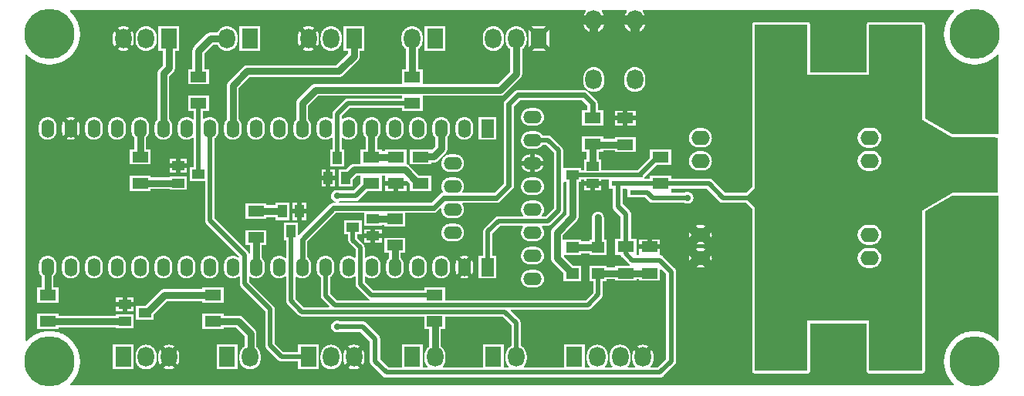
<source format=gbr>
%TF.GenerationSoftware,Altium Limited,Altium Designer,23.6.0 (18)*%
G04 Layer_Physical_Order=4*
G04 Layer_Color=16711680*
%FSLAX45Y45*%
%MOMM*%
%TF.SameCoordinates,8109348C-C8A1-492E-8D21-29312D9C8BDA*%
%TF.FilePolarity,Positive*%
%TF.FileFunction,Copper,L4,Bot,Signal*%
%TF.Part,Single*%
G01*
G75*
%TA.AperFunction,Conductor*%
%ADD10C,0.80000*%
%ADD11C,0.50000*%
%ADD13C,0.55000*%
%TA.AperFunction,ViaPad*%
%ADD14C,5.50000*%
%TA.AperFunction,ComponentPad*%
%ADD15O,1.80000X2.20000*%
%ADD16O,1.80000X2.20000*%
%ADD17C,4.00000*%
%ADD18R,7.00000X6.20000*%
%ADD19O,7.00000X6.20000*%
%ADD20R,1.80000X2.20000*%
%ADD21O,2.00000X1.40000*%
%ADD22O,2.00000X1.60000*%
%ADD23O,1.40000X2.00000*%
%ADD24R,1.40000X2.00000*%
%TA.AperFunction,ViaPad*%
%ADD25C,0.70000*%
%TA.AperFunction,SMDPad,CuDef*%
%ADD40R,1.80000X1.15000*%
%ADD41R,1.40000X1.20000*%
%ADD42R,1.32080X0.55880*%
%ADD43R,1.40000X1.00000*%
%ADD44R,1.00000X1.40000*%
%TA.AperFunction,Conductor*%
%ADD45C,0.60000*%
%ADD46C,4.00000*%
%ADD47C,0.40000*%
G36*
X10226013Y4149118D02*
X10218592Y4142354D01*
X10207646Y4131408D01*
X10197218Y4119968D01*
X10187329Y4108059D01*
X10178000Y4095706D01*
X10169252Y4082935D01*
X10161103Y4069774D01*
X10153570Y4056251D01*
X10146670Y4042394D01*
X10140418Y4028233D01*
X10134826Y4013799D01*
X10129907Y3999122D01*
X10125670Y3984233D01*
X10122126Y3969164D01*
X10119282Y3953948D01*
X10117143Y3938617D01*
X10115715Y3923203D01*
X10115000Y3907740D01*
Y3892260D01*
X10115715Y3876797D01*
X10117143Y3861383D01*
X10119282Y3846052D01*
X10122126Y3830836D01*
X10125670Y3815767D01*
X10129907Y3800879D01*
X10134826Y3786201D01*
X10140418Y3771767D01*
X10146670Y3757606D01*
X10153570Y3743749D01*
X10161103Y3730226D01*
X10169252Y3717065D01*
X10178000Y3704294D01*
X10187329Y3691941D01*
X10197218Y3680032D01*
X10207646Y3668592D01*
X10218592Y3657646D01*
X10230032Y3647218D01*
X10241941Y3637329D01*
X10254294Y3628000D01*
X10267065Y3619252D01*
X10280226Y3611103D01*
X10293749Y3603570D01*
X10307606Y3596670D01*
X10321767Y3590418D01*
X10336201Y3584826D01*
X10350878Y3579907D01*
X10365767Y3575671D01*
X10380836Y3572126D01*
X10396052Y3569282D01*
X10411383Y3567143D01*
X10426797Y3565715D01*
X10442260Y3565000D01*
X10457740D01*
X10473203Y3565715D01*
X10488617Y3567143D01*
X10503948Y3569282D01*
X10519164Y3572126D01*
X10534233Y3575671D01*
X10549121Y3579907D01*
X10563799Y3584826D01*
X10578233Y3590418D01*
X10592394Y3596670D01*
X10606251Y3603570D01*
X10619774Y3611103D01*
X10632935Y3619252D01*
X10645706Y3628000D01*
X10658059Y3637329D01*
X10669968Y3647218D01*
X10681408Y3657646D01*
X10692354Y3668592D01*
X10699118Y3676013D01*
X10711818Y3671093D01*
Y2811947D01*
X10710000Y2800000D01*
X10201283D01*
X9905093Y2971005D01*
Y4000000D01*
X9904722Y4004708D01*
X9903620Y4009299D01*
X9901813Y4013662D01*
X9899345Y4017688D01*
X9896279Y4021278D01*
X9892688Y4024345D01*
X9888662Y4026813D01*
X9884299Y4028620D01*
X9879708Y4029722D01*
X9875000Y4030093D01*
X9295000D01*
X9290292Y4029722D01*
X9285701Y4028620D01*
X9281338Y4026813D01*
X9277312Y4024345D01*
X9273721Y4021278D01*
X9270655Y4017688D01*
X9268187Y4013662D01*
X9266380Y4009299D01*
X9265278Y4004708D01*
X9264907Y4000000D01*
Y3480093D01*
X8647593D01*
Y4000000D01*
X8647222Y4004708D01*
X8646120Y4009299D01*
X8644313Y4013662D01*
X8641845Y4017688D01*
X8638779Y4021278D01*
X8635188Y4024345D01*
X8631162Y4026813D01*
X8626799Y4028620D01*
X8622208Y4029722D01*
X8617500Y4030093D01*
X8040000D01*
X8035293Y4029722D01*
X8030701Y4028620D01*
X8026339Y4026813D01*
X8022312Y4024345D01*
X8018722Y4021278D01*
X8015655Y4017688D01*
X8013188Y4013662D01*
X8011381Y4009299D01*
X8010278Y4004708D01*
X8009908Y4000000D01*
Y2221353D01*
X7946145Y2157591D01*
X7713855D01*
X7575718Y2295727D01*
X7570903Y2300030D01*
X7565636Y2303768D01*
X7559983Y2306892D01*
X7554017Y2309363D01*
X7547811Y2311151D01*
X7541444Y2312233D01*
X7534996Y2312595D01*
X7124994D01*
Y2342504D01*
X6884995D01*
Y2312590D01*
X6830540D01*
Y2328121D01*
X6964524Y2462104D01*
X7120394D01*
Y2627904D01*
X6889595D01*
Y2537034D01*
X6755979Y2403419D01*
X6739540D01*
X6738061Y2403336D01*
X6647660D01*
Y2402976D01*
X6355399D01*
Y2520391D01*
X6325481D01*
Y2604587D01*
X6375406D01*
Y2619508D01*
X6502100D01*
Y2602087D01*
X6732900D01*
Y2767887D01*
X6502100D01*
Y2750466D01*
X6375406D01*
Y2770387D01*
X6144606D01*
Y2604587D01*
X6194524D01*
Y2520391D01*
X6164599D01*
Y2402976D01*
X6135399D01*
Y2425391D01*
X5948180D01*
X5944599Y2425391D01*
X5935479Y2434035D01*
Y2620000D01*
X5935162Y2625652D01*
X5934214Y2631233D01*
X5932647Y2636673D01*
X5930480Y2641903D01*
X5927742Y2646857D01*
X5924466Y2651474D01*
X5920694Y2655695D01*
X5805695Y2770694D01*
X5801474Y2774467D01*
X5796857Y2777742D01*
X5791902Y2780481D01*
X5786672Y2782647D01*
X5781233Y2784214D01*
X5775652Y2785162D01*
X5770000Y2785480D01*
X5710956D01*
X5708222Y2789771D01*
X5703150Y2796380D01*
X5697522Y2802522D01*
X5691381Y2808150D01*
X5684771Y2813222D01*
X5677746Y2817698D01*
X5670356Y2821544D01*
X5662660Y2824732D01*
X5654715Y2827237D01*
X5646582Y2829040D01*
X5638323Y2830127D01*
X5630000Y2830491D01*
X5570000D01*
X5561677Y2830127D01*
X5553418Y2829040D01*
X5545285Y2827237D01*
X5537340Y2824732D01*
X5529644Y2821544D01*
X5522254Y2817698D01*
X5515228Y2813222D01*
X5508619Y2808150D01*
X5502478Y2802522D01*
X5496850Y2796380D01*
X5491778Y2789771D01*
X5487302Y2782746D01*
X5483456Y2775356D01*
X5480268Y2767660D01*
X5477763Y2759715D01*
X5475960Y2751582D01*
X5474872Y2743323D01*
X5474509Y2735000D01*
X5474872Y2726678D01*
X5475960Y2718418D01*
X5477763Y2710285D01*
X5480268Y2702340D01*
X5483456Y2694644D01*
X5487302Y2687255D01*
X5491778Y2680229D01*
X5496850Y2673620D01*
X5502478Y2667478D01*
X5508619Y2661850D01*
X5515228Y2656779D01*
X5522254Y2652303D01*
X5529644Y2648456D01*
X5537340Y2645268D01*
X5545285Y2642763D01*
X5553418Y2640960D01*
X5561677Y2639873D01*
X5570000Y2639509D01*
X5630000D01*
X5638323Y2639873D01*
X5646582Y2640960D01*
X5654715Y2642763D01*
X5662660Y2645268D01*
X5670356Y2648456D01*
X5677746Y2652303D01*
X5684771Y2656779D01*
X5691381Y2661850D01*
X5697522Y2667478D01*
X5703150Y2673620D01*
X5708222Y2680229D01*
X5710956Y2684521D01*
X5749091D01*
X5834520Y2599091D01*
Y1983409D01*
X5746591Y1895480D01*
X5705409D01*
X5702868Y1898701D01*
X5699998Y1908180D01*
X5703150Y1911620D01*
X5708222Y1918229D01*
X5712698Y1925255D01*
X5716544Y1932644D01*
X5719732Y1940340D01*
X5722237Y1948285D01*
X5724040Y1956418D01*
X5725127Y1964678D01*
X5725491Y1973000D01*
X5725127Y1981323D01*
X5724040Y1989582D01*
X5722237Y1997715D01*
X5719732Y2005660D01*
X5716544Y2013356D01*
X5712698Y2020746D01*
X5708222Y2027771D01*
X5703150Y2034380D01*
X5697522Y2040522D01*
X5691381Y2046150D01*
X5684771Y2051222D01*
X5677746Y2055698D01*
X5670356Y2059544D01*
X5662660Y2062732D01*
X5654715Y2065237D01*
X5646582Y2067040D01*
X5638323Y2068127D01*
X5630000Y2068491D01*
X5570000D01*
X5561677Y2068127D01*
X5553418Y2067040D01*
X5545285Y2065237D01*
X5537340Y2062732D01*
X5529644Y2059544D01*
X5522254Y2055698D01*
X5515228Y2051222D01*
X5508619Y2046150D01*
X5502478Y2040522D01*
X5496850Y2034380D01*
X5491778Y2027771D01*
X5487302Y2020746D01*
X5483456Y2013356D01*
X5480268Y2005660D01*
X5477763Y1997715D01*
X5475960Y1989582D01*
X5474872Y1981323D01*
X5474509Y1973000D01*
X5474872Y1964678D01*
X5475960Y1956418D01*
X5477763Y1948285D01*
X5480268Y1940340D01*
X5483456Y1932644D01*
X5487302Y1925255D01*
X5491778Y1918229D01*
X5496850Y1911620D01*
X5500002Y1908180D01*
X5497132Y1898701D01*
X5494590Y1895480D01*
X5225000D01*
X5219348Y1895162D01*
X5213768Y1894214D01*
X5208328Y1892647D01*
X5203098Y1890481D01*
X5198144Y1887742D01*
X5193527Y1884467D01*
X5189306Y1880694D01*
X5074306Y1765694D01*
X5070533Y1761473D01*
X5067258Y1756857D01*
X5064519Y1751902D01*
X5062353Y1746672D01*
X5060786Y1741232D01*
X5059838Y1735652D01*
X5059520Y1730000D01*
Y1463400D01*
X5010000D01*
Y1212600D01*
X5200800D01*
Y1463400D01*
X5160479D01*
Y1709091D01*
X5245909Y1794521D01*
X5492581D01*
X5498169Y1781821D01*
X5496850Y1780380D01*
X5491778Y1773771D01*
X5487302Y1766746D01*
X5483456Y1759356D01*
X5480268Y1751660D01*
X5477763Y1743715D01*
X5475960Y1735582D01*
X5474872Y1727323D01*
X5474509Y1719000D01*
X5474872Y1710678D01*
X5475960Y1702418D01*
X5477763Y1694285D01*
X5480268Y1686340D01*
X5483456Y1678644D01*
X5487302Y1671255D01*
X5491778Y1664229D01*
X5496850Y1657620D01*
X5502478Y1651478D01*
X5508619Y1645850D01*
X5515228Y1640779D01*
X5522254Y1636303D01*
X5529644Y1632456D01*
X5537340Y1629268D01*
X5545285Y1626763D01*
X5553418Y1624960D01*
X5561677Y1623873D01*
X5570000Y1623509D01*
X5630000D01*
X5638323Y1623873D01*
X5646582Y1624960D01*
X5654715Y1626763D01*
X5662660Y1629268D01*
X5670356Y1632456D01*
X5677746Y1636303D01*
X5684771Y1640779D01*
X5691381Y1645850D01*
X5697522Y1651478D01*
X5703150Y1657620D01*
X5708222Y1664229D01*
X5712698Y1671255D01*
X5716544Y1678644D01*
X5719732Y1686340D01*
X5722237Y1694285D01*
X5724040Y1702418D01*
X5725127Y1710678D01*
X5725491Y1719000D01*
X5725127Y1727323D01*
X5724040Y1735582D01*
X5722237Y1743715D01*
X5719732Y1751660D01*
X5716544Y1759356D01*
X5712698Y1766746D01*
X5708222Y1773771D01*
X5703150Y1780380D01*
X5701831Y1781821D01*
X5707419Y1794521D01*
X5767500D01*
X5773152Y1794838D01*
X5778733Y1795786D01*
X5784172Y1797353D01*
X5789402Y1799520D01*
X5794357Y1802258D01*
X5798973Y1805534D01*
X5803194Y1809306D01*
X5920694Y1926806D01*
X5924466Y1931027D01*
X5927742Y1935643D01*
X5930480Y1940598D01*
X5932647Y1945827D01*
X5934214Y1951267D01*
X5935162Y1956848D01*
X5935479Y1962500D01*
Y2265947D01*
X5944599Y2274591D01*
X5948180Y2274591D01*
X5974520D01*
Y1919621D01*
X5821200Y1766301D01*
X5816884Y1761540D01*
X5813056Y1756378D01*
X5809753Y1750867D01*
X5807006Y1745058D01*
X5804841Y1739008D01*
X5803279Y1732775D01*
X5802337Y1726418D01*
X5802021Y1720000D01*
Y1439998D01*
X5802337Y1433580D01*
X5803279Y1427224D01*
X5804841Y1420991D01*
X5807006Y1414940D01*
X5809753Y1409132D01*
X5813056Y1403620D01*
X5816884Y1398459D01*
X5821200Y1393697D01*
X5942101Y1272796D01*
Y1184597D01*
X6132901D01*
Y1355397D01*
X6044703D01*
X5943201Y1456899D01*
X5948462Y1469599D01*
X6132901D01*
Y1489520D01*
X6222097D01*
Y1469599D01*
X6412896D01*
Y1640399D01*
X6382976D01*
Y1882433D01*
X6382979Y1882500D01*
X6382663Y1888918D01*
X6381721Y1895274D01*
X6380159Y1901507D01*
X6377994Y1907558D01*
X6375247Y1913367D01*
X6371944Y1918878D01*
X6368116Y1924039D01*
X6363800Y1928800D01*
X6359039Y1933116D01*
X6353878Y1936944D01*
X6348367Y1940247D01*
X6342558Y1942994D01*
X6336507Y1945159D01*
X6330274Y1946721D01*
X6323918Y1947663D01*
X6317500Y1947979D01*
X6311082Y1947663D01*
X6304726Y1946721D01*
X6298492Y1945159D01*
X6292442Y1942994D01*
X6286633Y1940247D01*
X6281122Y1936944D01*
X6275961Y1933116D01*
X6271196Y1928797D01*
X6266881Y1924036D01*
X6263053Y1918875D01*
X6259749Y1913363D01*
X6257002Y1907554D01*
X6254837Y1901504D01*
X6253276Y1895271D01*
X6252333Y1888915D01*
X6252018Y1882497D01*
Y1640399D01*
X6222097D01*
Y1620478D01*
X6132901D01*
Y1640398D01*
X5945679D01*
X5942101Y1640399D01*
X5932979Y1649036D01*
Y1692878D01*
X6086299Y1846198D01*
X6090615Y1850959D01*
X6094443Y1856120D01*
X6097746Y1861632D01*
X6100494Y1867441D01*
X6102658Y1873491D01*
X6104220Y1879724D01*
X6105163Y1886081D01*
X6105478Y1892499D01*
Y2274591D01*
X6135399D01*
Y2297010D01*
X6164599D01*
Y2280390D01*
X6259999D01*
X6355399D01*
Y2297010D01*
X6439860D01*
Y2197056D01*
X6478310D01*
Y2006600D01*
X6478672Y2000151D01*
X6479754Y1993785D01*
X6481542Y1987579D01*
X6484013Y1981612D01*
X6487137Y1975960D01*
X6490874Y1970693D01*
X6495178Y1965877D01*
X6567006Y1894049D01*
Y1647500D01*
X6504597D01*
Y1472500D01*
X6568800D01*
X6568854Y1472185D01*
X6570641Y1465979D01*
X6573113Y1460013D01*
X6576237Y1454360D01*
X6579974Y1449093D01*
X6584277Y1444278D01*
X6654278Y1374277D01*
X6659093Y1369974D01*
X6664360Y1366237D01*
X6665512Y1365600D01*
X6662236Y1352900D01*
X6509197D01*
Y1335478D01*
X6412896D01*
Y1355399D01*
X6222097D01*
Y1184599D01*
X6269517D01*
Y1055906D01*
X6184091Y970479D01*
X4642920D01*
Y1112900D01*
X4412120D01*
Y1080480D01*
X3850909D01*
X3757980Y1173409D01*
Y1232481D01*
X3760927Y1234863D01*
X3770680Y1237910D01*
X3774020Y1234850D01*
X3780629Y1229778D01*
X3787655Y1225302D01*
X3795044Y1221456D01*
X3802740Y1218268D01*
X3810685Y1215763D01*
X3818818Y1213960D01*
X3827077Y1212873D01*
X3835400Y1212509D01*
X3843723Y1212873D01*
X3851982Y1213960D01*
X3860115Y1215763D01*
X3868060Y1218268D01*
X3875756Y1221456D01*
X3883145Y1225302D01*
X3890171Y1229778D01*
X3896780Y1234850D01*
X3902922Y1240478D01*
X3908550Y1246620D01*
X3913622Y1253229D01*
X3918098Y1260255D01*
X3921944Y1267644D01*
X3925132Y1275340D01*
X3927637Y1283285D01*
X3929440Y1291418D01*
X3930527Y1299677D01*
X3930891Y1308000D01*
Y1368000D01*
X3930527Y1376323D01*
X3929440Y1384582D01*
X3927637Y1392715D01*
X3925132Y1400660D01*
X3921944Y1408356D01*
X3918098Y1415746D01*
X3913622Y1422772D01*
X3908550Y1429381D01*
X3902922Y1435522D01*
X3896780Y1441151D01*
X3890171Y1446222D01*
X3883145Y1450698D01*
X3875756Y1454544D01*
X3868060Y1457732D01*
X3860115Y1460237D01*
X3851982Y1462041D01*
X3843723Y1463128D01*
X3835400Y1463491D01*
X3827077Y1463128D01*
X3818818Y1462041D01*
X3810685Y1460237D01*
X3802740Y1457732D01*
X3795044Y1454544D01*
X3787655Y1450698D01*
X3780629Y1446222D01*
X3774020Y1441151D01*
X3770680Y1438090D01*
X3760927Y1441138D01*
X3757980Y1443519D01*
Y1557500D01*
X3757662Y1563152D01*
X3756714Y1568732D01*
X3755147Y1574172D01*
X3752981Y1579402D01*
X3750242Y1584356D01*
X3746967Y1588973D01*
X3743194Y1593194D01*
X3680479Y1655909D01*
Y1698096D01*
X3725400D01*
Y1848896D01*
X3534600D01*
Y1698096D01*
X3579520D01*
Y1635000D01*
X3579838Y1629348D01*
X3580786Y1623767D01*
X3582353Y1618328D01*
X3584519Y1613098D01*
X3587258Y1608143D01*
X3590533Y1603527D01*
X3594305Y1599306D01*
X3657021Y1536591D01*
Y1445327D01*
X3644321Y1439739D01*
X3642780Y1441151D01*
X3636171Y1446222D01*
X3629145Y1450698D01*
X3621756Y1454544D01*
X3614060Y1457732D01*
X3606115Y1460237D01*
X3597982Y1462041D01*
X3589723Y1463128D01*
X3581400Y1463491D01*
X3573077Y1463128D01*
X3564818Y1462041D01*
X3556685Y1460237D01*
X3548740Y1457732D01*
X3541044Y1454544D01*
X3533655Y1450698D01*
X3526629Y1446222D01*
X3520020Y1441151D01*
X3513878Y1435522D01*
X3508250Y1429381D01*
X3503178Y1422772D01*
X3498702Y1415746D01*
X3494856Y1408356D01*
X3491668Y1400660D01*
X3489163Y1392715D01*
X3487360Y1384582D01*
X3486273Y1376323D01*
X3485909Y1368000D01*
Y1308000D01*
X3486273Y1299677D01*
X3487360Y1291418D01*
X3489163Y1283285D01*
X3491668Y1275340D01*
X3494856Y1267644D01*
X3498702Y1260255D01*
X3503178Y1253229D01*
X3508250Y1246620D01*
X3513878Y1240478D01*
X3520020Y1234850D01*
X3526629Y1229778D01*
X3533655Y1225302D01*
X3541044Y1221456D01*
X3548740Y1218268D01*
X3556685Y1215763D01*
X3564818Y1213960D01*
X3573077Y1212873D01*
X3581400Y1212509D01*
X3589723Y1212873D01*
X3597982Y1213960D01*
X3606115Y1215763D01*
X3614060Y1218268D01*
X3621756Y1221456D01*
X3629145Y1225302D01*
X3636171Y1229778D01*
X3642780Y1234850D01*
X3644321Y1236261D01*
X3657021Y1230673D01*
Y1152500D01*
X3657338Y1146848D01*
X3658286Y1141267D01*
X3659853Y1135828D01*
X3662020Y1130598D01*
X3664758Y1125643D01*
X3668034Y1121026D01*
X3671806Y1116805D01*
X3794305Y994306D01*
X3798526Y990534D01*
X3803143Y987258D01*
X3808098Y984520D01*
X3813327Y982353D01*
X3809398Y970479D01*
X3453409D01*
X3377879Y1046009D01*
Y1227044D01*
X3382171Y1229778D01*
X3388780Y1234850D01*
X3394922Y1240478D01*
X3400550Y1246620D01*
X3405622Y1253229D01*
X3410098Y1260255D01*
X3413944Y1267644D01*
X3417132Y1275340D01*
X3419637Y1283285D01*
X3421440Y1291418D01*
X3422527Y1299677D01*
X3422891Y1308000D01*
Y1368000D01*
X3422527Y1376323D01*
X3421440Y1384582D01*
X3419637Y1392715D01*
X3417132Y1400660D01*
X3413944Y1408356D01*
X3410098Y1415746D01*
X3405622Y1422772D01*
X3400550Y1429381D01*
X3394922Y1435522D01*
X3388780Y1441151D01*
X3382171Y1446222D01*
X3375145Y1450698D01*
X3367756Y1454544D01*
X3360060Y1457732D01*
X3352115Y1460237D01*
X3343982Y1462041D01*
X3335723Y1463128D01*
X3327400Y1463491D01*
X3319077Y1463128D01*
X3310818Y1462041D01*
X3302685Y1460237D01*
X3294740Y1457732D01*
X3287044Y1454544D01*
X3279655Y1450698D01*
X3272629Y1446222D01*
X3266020Y1441151D01*
X3259878Y1435522D01*
X3254250Y1429381D01*
X3249178Y1422772D01*
X3244702Y1415746D01*
X3240856Y1408356D01*
X3237668Y1400660D01*
X3235163Y1392715D01*
X3233360Y1384582D01*
X3232273Y1376323D01*
X3231909Y1368000D01*
Y1308000D01*
X3232273Y1299677D01*
X3233360Y1291418D01*
X3235163Y1283285D01*
X3237668Y1275340D01*
X3240856Y1267644D01*
X3244702Y1260255D01*
X3249178Y1253229D01*
X3254250Y1246620D01*
X3259878Y1240478D01*
X3266020Y1234850D01*
X3272629Y1229778D01*
X3276921Y1227044D01*
Y1025100D01*
X3277238Y1019448D01*
X3278186Y1013867D01*
X3279753Y1008428D01*
X3281920Y1003198D01*
X3284658Y998243D01*
X3287933Y993627D01*
X3291706Y989406D01*
X3371398Y909713D01*
X3366538Y897980D01*
X3090909D01*
X3000479Y988410D01*
Y1228199D01*
X3008996Y1233107D01*
X3013179Y1233960D01*
X3018629Y1229778D01*
X3025655Y1225302D01*
X3033044Y1221456D01*
X3040740Y1218268D01*
X3048685Y1215763D01*
X3056818Y1213960D01*
X3065077Y1212873D01*
X3073400Y1212509D01*
X3081723Y1212873D01*
X3089982Y1213960D01*
X3098115Y1215763D01*
X3106060Y1218268D01*
X3113756Y1221456D01*
X3121145Y1225302D01*
X3128171Y1229778D01*
X3134780Y1234850D01*
X3140922Y1240478D01*
X3146550Y1246620D01*
X3151622Y1253229D01*
X3156098Y1260255D01*
X3159944Y1267644D01*
X3163132Y1275340D01*
X3165637Y1283285D01*
X3167440Y1291418D01*
X3168527Y1299677D01*
X3168891Y1308000D01*
Y1368000D01*
X3168527Y1376323D01*
X3167440Y1384582D01*
X3165637Y1392715D01*
X3163132Y1400660D01*
X3159944Y1408356D01*
X3156098Y1415746D01*
X3151622Y1422772D01*
X3146550Y1429381D01*
X3140922Y1435522D01*
X3134780Y1441151D01*
X3128887Y1445672D01*
Y1620417D01*
X3442033Y1933562D01*
X3754600D01*
Y1793096D01*
X3945400D01*
Y1802517D01*
X3974598D01*
Y1784596D01*
X4205398D01*
Y1933562D01*
X4511549D01*
X4517762Y1933911D01*
X4523896Y1934953D01*
X4529875Y1936676D01*
X4535624Y1939057D01*
X4541070Y1942066D01*
X4546145Y1945667D01*
X4550784Y1949814D01*
X4587095Y1986124D01*
X4597224Y1982130D01*
X4599228Y1980296D01*
X4598909Y1973000D01*
X4599272Y1964678D01*
X4600360Y1956418D01*
X4602163Y1948285D01*
X4604668Y1940340D01*
X4607856Y1932644D01*
X4611702Y1925255D01*
X4616178Y1918229D01*
X4621250Y1911620D01*
X4626878Y1905478D01*
X4633019Y1899850D01*
X4639629Y1894779D01*
X4646654Y1890303D01*
X4654044Y1886456D01*
X4661740Y1883268D01*
X4669685Y1880763D01*
X4677818Y1878960D01*
X4686077Y1877873D01*
X4694400Y1877509D01*
X4754400D01*
X4762723Y1877873D01*
X4770982Y1878960D01*
X4779115Y1880763D01*
X4787060Y1883268D01*
X4794756Y1886456D01*
X4802146Y1890303D01*
X4809171Y1894779D01*
X4815781Y1899850D01*
X4821922Y1905478D01*
X4827550Y1911620D01*
X4832622Y1918229D01*
X4837098Y1925255D01*
X4840944Y1932644D01*
X4844132Y1940340D01*
X4846637Y1948285D01*
X4848440Y1956418D01*
X4849528Y1964678D01*
X4849891Y1973000D01*
X4849528Y1981323D01*
X4848440Y1989582D01*
X4846637Y1997715D01*
X4844132Y2005660D01*
X4840944Y2013356D01*
X4837098Y2020746D01*
X4832622Y2027771D01*
X4829521Y2031813D01*
X4832138Y2040233D01*
X4835491Y2044513D01*
X5205000D01*
X5211213Y2044862D01*
X5217347Y2045904D01*
X5223327Y2047627D01*
X5229075Y2050008D01*
X5234521Y2053017D01*
X5239596Y2056618D01*
X5244236Y2060765D01*
X5379235Y2195764D01*
X5383382Y2200404D01*
X5386982Y2205479D01*
X5389992Y2210925D01*
X5392374Y2216673D01*
X5394096Y2222653D01*
X5395138Y2228787D01*
X5395487Y2235000D01*
Y3107016D01*
X5460484Y3172013D01*
X6144517D01*
X6204519Y3112010D01*
Y3060387D01*
X6144606D01*
Y2894587D01*
X6375406D01*
Y3060387D01*
X6315494D01*
Y3134994D01*
X6315145Y3141207D01*
X6314102Y3147341D01*
X6312380Y3153320D01*
X6309999Y3159069D01*
X6306989Y3164515D01*
X6303388Y3169590D01*
X6299242Y3174230D01*
X6206736Y3266735D01*
X6202096Y3270882D01*
X6197021Y3274483D01*
X6191575Y3277492D01*
X6185827Y3279874D01*
X6179847Y3281596D01*
X6173713Y3282638D01*
X6167500Y3282987D01*
X5437500D01*
X5431288Y3282639D01*
X5425153Y3281596D01*
X5419174Y3279874D01*
X5413425Y3277493D01*
X5407979Y3274483D01*
X5402904Y3270882D01*
X5398265Y3266736D01*
X5300765Y3169235D01*
X5296618Y3164596D01*
X5293017Y3159521D01*
X5290008Y3154075D01*
X5287626Y3148326D01*
X5285904Y3142347D01*
X5284862Y3136212D01*
X5284513Y3130000D01*
Y2257984D01*
X5182017Y2155487D01*
X4835491D01*
X4832138Y2159767D01*
X4829521Y2168187D01*
X4832622Y2172229D01*
X4837098Y2179255D01*
X4840944Y2186644D01*
X4844132Y2194340D01*
X4846637Y2202285D01*
X4848440Y2210418D01*
X4849528Y2218678D01*
X4849891Y2227000D01*
X4849528Y2235323D01*
X4848440Y2243582D01*
X4846637Y2251715D01*
X4844132Y2259660D01*
X4840944Y2267356D01*
X4837098Y2274746D01*
X4832622Y2281771D01*
X4827550Y2288380D01*
X4821922Y2294522D01*
X4815781Y2300150D01*
X4809171Y2305222D01*
X4802146Y2309698D01*
X4794756Y2313544D01*
X4787060Y2316732D01*
X4779115Y2319237D01*
X4770982Y2321040D01*
X4762723Y2322127D01*
X4754400Y2322491D01*
X4694400D01*
X4686077Y2322127D01*
X4677818Y2321040D01*
X4669685Y2319237D01*
X4661740Y2316732D01*
X4654044Y2313544D01*
X4646654Y2309698D01*
X4639629Y2305222D01*
X4633019Y2300150D01*
X4626878Y2294522D01*
X4621250Y2288380D01*
X4616178Y2281771D01*
X4611702Y2274746D01*
X4607856Y2267356D01*
X4604668Y2259660D01*
X4602163Y2251715D01*
X4600360Y2243582D01*
X4599272Y2235323D01*
X4598909Y2227000D01*
X4599272Y2218678D01*
X4600360Y2210418D01*
X4602163Y2202285D01*
X4604668Y2194340D01*
X4607856Y2186644D01*
X4611702Y2179255D01*
X4616178Y2172229D01*
X4619397Y2168034D01*
X4617440Y2159917D01*
X4613986Y2154748D01*
X4610153Y2154096D01*
X4604174Y2152374D01*
X4598425Y2149993D01*
X4592979Y2146983D01*
X4587904Y2143382D01*
X4583265Y2139236D01*
X4488566Y2044536D01*
X3473471D01*
X3470813Y2056872D01*
X3476924Y2058726D01*
X3482825Y2061170D01*
X3485144Y2062410D01*
X3657500D01*
X3663948Y2062772D01*
X3670315Y2063854D01*
X3676521Y2065642D01*
X3682487Y2068113D01*
X3688140Y2071237D01*
X3693407Y2074974D01*
X3698222Y2079278D01*
X3791445Y2172500D01*
X3950000D01*
Y2342021D01*
X3985852D01*
Y2285401D01*
X4101252D01*
X4225697D01*
X4228385Y2286514D01*
X4257104Y2257795D01*
Y2177100D01*
X4487903D01*
Y2342900D01*
X4357201D01*
X4246301Y2453801D01*
X4241540Y2458116D01*
X4236378Y2461944D01*
X4230867Y2465247D01*
X4225058Y2467995D01*
X4219008Y2470159D01*
X4216651Y2470750D01*
Y2632900D01*
X3985852D01*
Y2615479D01*
X3945400D01*
Y2632900D01*
X3898179D01*
Y2760131D01*
X3902922Y2764478D01*
X3908550Y2770620D01*
X3913622Y2777229D01*
X3918098Y2784255D01*
X3921944Y2791644D01*
X3925132Y2799340D01*
X3927637Y2807285D01*
X3929440Y2815418D01*
X3930527Y2823677D01*
X3930891Y2832000D01*
Y2892000D01*
X3930527Y2900323D01*
X3929440Y2908582D01*
X3927637Y2916715D01*
X3925132Y2924660D01*
X3921944Y2932356D01*
X3918098Y2939746D01*
X3913622Y2946772D01*
X3908550Y2953381D01*
X3902922Y2959522D01*
X3896780Y2965151D01*
X3890171Y2970222D01*
X3883145Y2974698D01*
X3875756Y2978544D01*
X3868060Y2981732D01*
X3860115Y2984237D01*
X3851982Y2986041D01*
X3843723Y2987128D01*
X3835400Y2987491D01*
X3827077Y2987128D01*
X3818818Y2986041D01*
X3810685Y2984237D01*
X3802740Y2981732D01*
X3795044Y2978544D01*
X3787655Y2974698D01*
X3780629Y2970222D01*
X3774020Y2965151D01*
X3767878Y2959522D01*
X3762250Y2953381D01*
X3757178Y2946772D01*
X3752702Y2939746D01*
X3748856Y2932356D01*
X3745668Y2924660D01*
X3743163Y2916715D01*
X3741360Y2908582D01*
X3740273Y2900323D01*
X3739909Y2892000D01*
Y2832000D01*
X3740273Y2823677D01*
X3741360Y2815418D01*
X3743163Y2807285D01*
X3745668Y2799340D01*
X3748856Y2791644D01*
X3752702Y2784255D01*
X3757178Y2777229D01*
X3762250Y2770620D01*
X3767221Y2765195D01*
Y2632900D01*
X3714600D01*
Y2472979D01*
X3641000D01*
X3634582Y2472664D01*
X3628225Y2471721D01*
X3621992Y2470159D01*
X3615942Y2467995D01*
X3610133Y2465247D01*
X3604621Y2461944D01*
X3599460Y2458116D01*
X3594699Y2453801D01*
X3552798Y2411900D01*
X3474600D01*
Y2221100D01*
X3625400D01*
Y2299383D01*
X3626300Y2300199D01*
X3668122Y2342021D01*
X3710000D01*
Y2253945D01*
X3633645Y2177591D01*
X3485144D01*
X3482825Y2178830D01*
X3476924Y2181274D01*
X3470813Y2183128D01*
X3464549Y2184374D01*
X3458193Y2185000D01*
X3451807D01*
X3445451Y2184374D01*
X3439187Y2183128D01*
X3433076Y2181274D01*
X3427175Y2178830D01*
X3421543Y2175820D01*
X3416233Y2172272D01*
X3411296Y2168220D01*
X3406780Y2163704D01*
X3402729Y2158767D01*
X3399180Y2153457D01*
X3396170Y2147825D01*
X3393726Y2141924D01*
X3391872Y2135813D01*
X3390626Y2129549D01*
X3390000Y2123193D01*
Y2116807D01*
X3390626Y2110451D01*
X3391872Y2104187D01*
X3393726Y2098076D01*
X3396170Y2092175D01*
X3399180Y2086543D01*
X3402729Y2081233D01*
X3406780Y2076296D01*
X3411296Y2071780D01*
X3416233Y2067729D01*
X3421543Y2064181D01*
X3427175Y2061170D01*
X3433076Y2058726D01*
X3439187Y2056872D01*
X3436529Y2044536D01*
X3419049D01*
X3412836Y2044187D01*
X3406702Y2043145D01*
X3400723Y2041423D01*
X3394974Y2039041D01*
X3389528Y2036031D01*
X3384453Y2032431D01*
X3379813Y2028284D01*
X3038100Y1686571D01*
X3025400Y1691831D01*
Y1825400D01*
X2874600D01*
Y1634600D01*
X2899520D01*
Y1440572D01*
X2887203Y1435635D01*
X2886820Y1435616D01*
X2880780Y1441151D01*
X2874171Y1446222D01*
X2867145Y1450698D01*
X2859756Y1454544D01*
X2852060Y1457732D01*
X2844115Y1460237D01*
X2835982Y1462041D01*
X2827723Y1463128D01*
X2819400Y1463491D01*
X2811077Y1463128D01*
X2802818Y1462041D01*
X2794685Y1460237D01*
X2786740Y1457732D01*
X2779044Y1454544D01*
X2771655Y1450698D01*
X2764629Y1446222D01*
X2758020Y1441151D01*
X2751878Y1435522D01*
X2746250Y1429381D01*
X2741178Y1422772D01*
X2736702Y1415746D01*
X2732856Y1408356D01*
X2729668Y1400660D01*
X2727163Y1392715D01*
X2725360Y1384582D01*
X2724273Y1376323D01*
X2723909Y1368000D01*
Y1308000D01*
X2724273Y1299677D01*
X2725360Y1291418D01*
X2727163Y1283285D01*
X2729668Y1275340D01*
X2732856Y1267644D01*
X2736702Y1260255D01*
X2741178Y1253229D01*
X2746250Y1246620D01*
X2751878Y1240478D01*
X2758020Y1234850D01*
X2764629Y1229778D01*
X2771655Y1225302D01*
X2779044Y1221456D01*
X2786740Y1218268D01*
X2794685Y1215763D01*
X2802818Y1213960D01*
X2811077Y1212873D01*
X2819400Y1212509D01*
X2827723Y1212873D01*
X2835982Y1213960D01*
X2844115Y1215763D01*
X2852060Y1218268D01*
X2859756Y1221456D01*
X2867145Y1225302D01*
X2874171Y1229778D01*
X2880780Y1234850D01*
X2886820Y1240385D01*
X2887203Y1240365D01*
X2899520Y1235428D01*
Y967500D01*
X2899838Y961848D01*
X2900786Y956268D01*
X2902353Y950828D01*
X2904519Y945598D01*
X2907258Y940644D01*
X2910533Y936027D01*
X2914306Y931806D01*
X3034306Y811806D01*
X3038527Y808034D01*
X3043144Y804758D01*
X3048098Y802020D01*
X3053328Y799853D01*
X3058768Y798286D01*
X3064348Y797338D01*
X3070000Y797021D01*
X4412120D01*
Y657100D01*
X4463537D01*
Y464038D01*
X4462629Y463431D01*
X4455508Y457817D01*
X4448849Y451662D01*
X4442693Y445003D01*
X4437079Y437882D01*
X4432041Y430342D01*
X4427610Y422430D01*
X4423814Y414194D01*
X4420675Y405687D01*
X4418214Y396959D01*
X4416445Y388065D01*
X4415379Y379060D01*
X4415023Y369999D01*
Y329998D01*
X4415379Y320937D01*
X4416445Y311932D01*
X4418214Y303038D01*
X4420675Y294310D01*
X4423814Y285803D01*
X4427610Y277567D01*
X4432041Y269656D01*
X4437079Y262116D01*
X4442693Y254994D01*
X4447042Y250290D01*
X4445392Y243093D01*
X4441763Y237590D01*
X4395912D01*
Y485399D01*
X4165112D01*
Y237590D01*
X4021355D01*
X3930090Y328855D01*
Y547500D01*
X3929728Y553948D01*
X3928647Y560315D01*
X3926859Y566521D01*
X3924387Y572488D01*
X3921263Y578140D01*
X3917526Y583407D01*
X3913223Y588223D01*
X3775723Y725722D01*
X3770907Y730026D01*
X3765640Y733763D01*
X3759988Y736887D01*
X3754021Y739358D01*
X3747815Y741146D01*
X3741448Y742228D01*
X3735000Y742590D01*
X3485144D01*
X3482825Y743830D01*
X3476924Y746274D01*
X3470813Y748128D01*
X3464549Y749374D01*
X3458193Y750000D01*
X3451807D01*
X3445451Y749374D01*
X3439187Y748128D01*
X3433076Y746274D01*
X3427175Y743830D01*
X3421543Y740819D01*
X3416233Y737271D01*
X3411296Y733220D01*
X3406780Y728704D01*
X3402729Y723767D01*
X3399180Y718457D01*
X3396170Y712825D01*
X3393726Y706924D01*
X3391872Y700813D01*
X3390626Y694549D01*
X3390000Y688193D01*
Y681807D01*
X3390626Y675451D01*
X3391872Y669187D01*
X3393726Y663076D01*
X3396170Y657175D01*
X3399180Y651543D01*
X3402729Y646233D01*
X3406780Y641296D01*
X3411296Y636780D01*
X3416233Y632728D01*
X3421543Y629180D01*
X3427175Y626170D01*
X3433076Y623726D01*
X3439187Y621872D01*
X3445451Y620626D01*
X3451807Y620000D01*
X3458193D01*
X3464549Y620626D01*
X3470813Y621872D01*
X3476924Y623726D01*
X3482825Y626170D01*
X3485144Y627409D01*
X3711145D01*
X3814910Y523645D01*
Y305000D01*
X3815272Y298552D01*
X3816354Y292185D01*
X3818141Y285979D01*
X3820613Y280013D01*
X3823737Y274360D01*
X3827474Y269093D01*
X3831777Y264278D01*
X3956778Y139277D01*
X3961593Y134974D01*
X3966860Y131237D01*
X3972513Y128113D01*
X3978479Y125641D01*
X3984685Y123853D01*
X3991052Y122772D01*
X3997500Y122409D01*
X6995000D01*
X7001448Y122772D01*
X7007815Y123853D01*
X7014021Y125641D01*
X7019987Y128113D01*
X7025640Y131237D01*
X7030907Y134974D01*
X7035722Y139277D01*
X7160723Y264278D01*
X7165026Y269093D01*
X7168763Y274360D01*
X7171887Y280013D01*
X7174359Y285979D01*
X7176147Y292185D01*
X7177228Y298552D01*
X7177590Y305000D01*
Y1287500D01*
X7177228Y1293948D01*
X7176146Y1300315D01*
X7174359Y1306521D01*
X7171887Y1312488D01*
X7168763Y1318140D01*
X7165026Y1323407D01*
X7160723Y1328223D01*
X7033223Y1455723D01*
X7028407Y1460026D01*
X7023140Y1463763D01*
X7017488Y1466887D01*
X7011521Y1469359D01*
X7010057Y1469780D01*
X7003859Y1474473D01*
X7000388Y1482399D01*
Y1534600D01*
X6884989D01*
X6769589D01*
Y1485291D01*
X6769588Y1477100D01*
X6758757Y1472590D01*
X6744596D01*
Y1647500D01*
X6682187D01*
Y1917903D01*
X6681825Y1924351D01*
X6680743Y1930718D01*
X6678955Y1936924D01*
X6676484Y1942891D01*
X6673360Y1948543D01*
X6669623Y1953810D01*
X6665319Y1958626D01*
X6593490Y2030454D01*
Y2197056D01*
X6631939D01*
X6631940Y2197056D01*
Y2197055D01*
X6631940Y2197056D01*
X6643060Y2193241D01*
Y2102056D01*
X6737930D01*
X6739540Y2101965D01*
X6836457D01*
X6879145Y2059278D01*
X6883961Y2054974D01*
X6889228Y2051237D01*
X6894880Y2048113D01*
X6900847Y2045642D01*
X6907053Y2043854D01*
X6913419Y2042772D01*
X6919868Y2042410D01*
X7269856D01*
X7272175Y2041170D01*
X7278076Y2038726D01*
X7284187Y2036872D01*
X7290451Y2035626D01*
X7296807Y2035000D01*
X7303193D01*
X7309549Y2035626D01*
X7315813Y2036872D01*
X7321924Y2038726D01*
X7327825Y2041170D01*
X7333457Y2044181D01*
X7338767Y2047729D01*
X7343704Y2051780D01*
X7348220Y2056296D01*
X7352271Y2061233D01*
X7355819Y2066543D01*
X7358830Y2072175D01*
X7361274Y2078076D01*
X7363128Y2084187D01*
X7364374Y2090451D01*
X7365000Y2096807D01*
Y2103193D01*
X7364374Y2109549D01*
X7363128Y2115813D01*
X7361274Y2121924D01*
X7358830Y2127825D01*
X7355819Y2133457D01*
X7352271Y2138767D01*
X7348220Y2143704D01*
X7343704Y2148220D01*
X7338767Y2152272D01*
X7333457Y2155820D01*
X7327825Y2158830D01*
X7321924Y2161274D01*
X7315813Y2163128D01*
X7309549Y2164374D01*
X7303193Y2165000D01*
X7296807D01*
X7290451Y2164374D01*
X7284187Y2163128D01*
X7278076Y2161274D01*
X7272175Y2158830D01*
X7269856Y2157591D01*
X7131721D01*
X7124994Y2167505D01*
Y2197414D01*
X7511141D01*
X7649278Y2059278D01*
X7654093Y2054974D01*
X7659360Y2051237D01*
X7665013Y2048113D01*
X7670979Y2045642D01*
X7677185Y2043854D01*
X7683552Y2042772D01*
X7690000Y2042410D01*
X7946145D01*
X8009908Y1978647D01*
Y200000D01*
X8010278Y195292D01*
X8011381Y190701D01*
X8013188Y186338D01*
X8015655Y182312D01*
X8018722Y178722D01*
X8022312Y175655D01*
X8026339Y173187D01*
X8030701Y171380D01*
X8035293Y170278D01*
X8040000Y169907D01*
X8617500D01*
X8622208Y170278D01*
X8626800Y171380D01*
X8631162Y173187D01*
X8635188Y175655D01*
X8638779Y178722D01*
X8641846Y182312D01*
X8644313Y186338D01*
X8646120Y190701D01*
X8647222Y195292D01*
X8647593Y200000D01*
Y719907D01*
X9264908D01*
Y200000D01*
X9265278Y195292D01*
X9266381Y190701D01*
X9268188Y186338D01*
X9270655Y182312D01*
X9273722Y178722D01*
X9277312Y175655D01*
X9281339Y173187D01*
X9285701Y171380D01*
X9290293Y170278D01*
X9295000Y169907D01*
X9875000D01*
X9879708Y170278D01*
X9884299Y171380D01*
X9888662Y173187D01*
X9892688Y175655D01*
X9896279Y178722D01*
X9899345Y182312D01*
X9901813Y186338D01*
X9903620Y190701D01*
X9904722Y195292D01*
X9905093Y200000D01*
Y1948994D01*
X10201284Y2120000D01*
X10710000D01*
X10711818Y2108053D01*
Y528907D01*
X10699118Y523987D01*
X10692354Y531408D01*
X10681408Y542354D01*
X10669968Y552782D01*
X10658059Y562671D01*
X10645706Y572000D01*
X10632935Y580748D01*
X10619774Y588897D01*
X10606251Y596430D01*
X10592394Y603330D01*
X10578233Y609582D01*
X10563799Y615174D01*
X10549121Y620093D01*
X10534233Y624329D01*
X10519164Y627874D01*
X10503948Y630718D01*
X10488617Y632856D01*
X10473203Y634285D01*
X10457740Y635000D01*
X10442260D01*
X10426797Y634285D01*
X10411383Y632856D01*
X10396052Y630718D01*
X10380836Y627874D01*
X10365767Y624329D01*
X10350878Y620093D01*
X10336201Y615174D01*
X10321767Y609582D01*
X10307606Y603330D01*
X10293749Y596430D01*
X10280226Y588897D01*
X10267065Y580748D01*
X10254294Y572000D01*
X10241941Y562671D01*
X10230032Y552782D01*
X10218592Y542354D01*
X10207646Y531408D01*
X10197218Y519968D01*
X10187329Y508059D01*
X10178000Y495706D01*
X10169252Y482935D01*
X10161103Y469774D01*
X10153570Y456251D01*
X10146670Y442394D01*
X10140418Y428233D01*
X10134826Y413799D01*
X10129907Y399121D01*
X10125670Y384233D01*
X10122126Y369164D01*
X10119282Y353948D01*
X10117143Y338617D01*
X10115715Y323203D01*
X10115000Y307740D01*
Y292260D01*
X10115715Y276797D01*
X10117143Y261383D01*
X10119282Y246052D01*
X10122126Y230836D01*
X10125670Y215767D01*
X10129907Y200878D01*
X10134826Y186201D01*
X10140418Y171767D01*
X10146670Y157606D01*
X10153570Y143749D01*
X10161103Y130226D01*
X10169252Y117065D01*
X10178000Y104294D01*
X10187329Y91941D01*
X10197218Y80032D01*
X10207646Y68592D01*
X10218592Y57646D01*
X10226013Y50882D01*
X10221093Y38182D01*
X528907D01*
X523987Y50882D01*
X531408Y57647D01*
X542354Y68592D01*
X552782Y80032D01*
X562671Y91941D01*
X572000Y104294D01*
X580748Y117065D01*
X588897Y130226D01*
X596430Y143750D01*
X603330Y157606D01*
X609582Y171767D01*
X615174Y186202D01*
X620093Y200879D01*
X624329Y215767D01*
X627874Y230836D01*
X630718Y246052D01*
X632856Y261384D01*
X634285Y276797D01*
X635000Y292260D01*
Y307740D01*
X634285Y323203D01*
X632856Y338617D01*
X630718Y353948D01*
X627874Y369164D01*
X624329Y384233D01*
X620093Y399122D01*
X615174Y413799D01*
X609582Y428233D01*
X603330Y442394D01*
X596430Y456251D01*
X588897Y469774D01*
X580748Y482936D01*
X572000Y495706D01*
X562671Y508059D01*
X552782Y519968D01*
X542354Y531408D01*
X531408Y542354D01*
X519968Y552782D01*
X508059Y562671D01*
X495706Y572000D01*
X482935Y580748D01*
X469774Y588897D01*
X456251Y596430D01*
X442394Y603330D01*
X428233Y609582D01*
X413799Y615174D01*
X399121Y620094D01*
X384233Y624330D01*
X369164Y627874D01*
X353948Y630718D01*
X338617Y632857D01*
X323203Y634285D01*
X307740Y635000D01*
X292260D01*
X276797Y634285D01*
X261383Y632857D01*
X246052Y630718D01*
X230836Y627874D01*
X215767Y624330D01*
X200878Y620094D01*
X186201Y615174D01*
X171767Y609582D01*
X157606Y603330D01*
X143749Y596430D01*
X130226Y588897D01*
X117065Y580748D01*
X104294Y572000D01*
X91941Y562671D01*
X80032Y552782D01*
X68592Y542354D01*
X57646Y531408D01*
X50882Y523988D01*
X38182Y528908D01*
Y3671093D01*
X50882Y3676013D01*
X57646Y3668592D01*
X68592Y3657646D01*
X80032Y3647218D01*
X91941Y3637329D01*
X104294Y3628000D01*
X117065Y3619252D01*
X130226Y3611103D01*
X143749Y3603570D01*
X157606Y3596670D01*
X171767Y3590418D01*
X186201Y3584826D01*
X200878Y3579907D01*
X215767Y3575671D01*
X230836Y3572126D01*
X246052Y3569282D01*
X261383Y3567143D01*
X276797Y3565715D01*
X292260Y3565000D01*
X307740D01*
X323203Y3565715D01*
X338617Y3567143D01*
X353948Y3569282D01*
X369164Y3572126D01*
X384233Y3575671D01*
X399121Y3579907D01*
X413799Y3584826D01*
X428233Y3590418D01*
X442394Y3596670D01*
X456251Y3603570D01*
X469774Y3611103D01*
X482935Y3619252D01*
X495706Y3628000D01*
X508059Y3637329D01*
X519968Y3647218D01*
X531408Y3657646D01*
X542354Y3668592D01*
X552782Y3680032D01*
X562671Y3691941D01*
X572000Y3704294D01*
X580748Y3717065D01*
X588897Y3730226D01*
X596430Y3743749D01*
X603330Y3757606D01*
X609582Y3771767D01*
X615174Y3786201D01*
X620093Y3800879D01*
X624329Y3815767D01*
X627874Y3830836D01*
X630718Y3846052D01*
X632856Y3861383D01*
X634285Y3876797D01*
X635000Y3892260D01*
Y3907740D01*
X634285Y3923203D01*
X632856Y3938617D01*
X630718Y3953948D01*
X627874Y3969164D01*
X624329Y3984233D01*
X620093Y3999122D01*
X615174Y4013799D01*
X609582Y4028233D01*
X603330Y4042394D01*
X596430Y4056251D01*
X588897Y4069774D01*
X580748Y4082935D01*
X572000Y4095706D01*
X562671Y4108059D01*
X552782Y4119968D01*
X542354Y4131408D01*
X531408Y4142354D01*
X523987Y4149118D01*
X528907Y4161818D01*
X6183113D01*
X6185884Y4158175D01*
X6188484Y4149118D01*
X6184682Y4145005D01*
X6179067Y4137883D01*
X6174030Y4130343D01*
X6169599Y4122431D01*
X6165802Y4114196D01*
X6162664Y4105689D01*
X6161060Y4100001D01*
X6272500D01*
X6383940D01*
X6382336Y4105689D01*
X6379198Y4114196D01*
X6375402Y4122431D01*
X6370970Y4130343D01*
X6365933Y4137883D01*
X6360318Y4145005D01*
X6356516Y4149118D01*
X6359116Y4158175D01*
X6361887Y4161818D01*
X6633113D01*
X6635885Y4158174D01*
X6638484Y4149118D01*
X6634681Y4145004D01*
X6629067Y4137883D01*
X6624029Y4130343D01*
X6619598Y4122431D01*
X6615802Y4114196D01*
X6612663Y4105688D01*
X6611059Y4099999D01*
X6722500D01*
X6833941D01*
X6832336Y4105688D01*
X6829198Y4114196D01*
X6825401Y4122431D01*
X6820970Y4130343D01*
X6815933Y4137883D01*
X6810318Y4145004D01*
X6806516Y4149118D01*
X6809115Y4158174D01*
X6811887Y4161818D01*
X10221093D01*
X10226013Y4149118D01*
D02*
G37*
G36*
X9875000Y2760000D02*
X10706464D01*
Y2160000D01*
X9875000D01*
Y200000D01*
X9295000D01*
Y750000D01*
X8617500D01*
Y200000D01*
X8040000D01*
Y4000000D01*
X8617500D01*
Y3450000D01*
X9295000D01*
Y4000000D01*
X9875000D01*
Y2760000D01*
D02*
G37*
G36*
X7062410Y1263645D02*
Y328855D01*
X6971145Y237590D01*
X6899261D01*
X6895632Y243093D01*
X6893982Y250290D01*
X6898330Y254994D01*
X6903944Y262116D01*
X6908982Y269656D01*
X6913413Y277567D01*
X6917209Y285803D01*
X6920348Y294310D01*
X6922810Y303038D01*
X6924579Y311932D01*
X6925645Y320937D01*
X6926001Y329998D01*
Y369999D01*
X6925645Y379060D01*
X6924579Y388065D01*
X6922810Y396959D01*
X6920348Y405687D01*
X6917209Y414194D01*
X6913413Y422430D01*
X6908982Y430342D01*
X6908098Y431664D01*
X6828473Y352039D01*
X6810513Y369999D01*
X6792552Y352039D01*
X6712925Y431665D01*
X6712041Y430342D01*
X6707610Y422430D01*
X6703814Y414194D01*
X6700675Y405687D01*
X6698214Y396959D01*
X6696445Y388065D01*
X6695379Y379060D01*
X6695023Y369999D01*
Y329998D01*
X6695379Y320937D01*
X6696445Y311932D01*
X6698214Y303038D01*
X6700675Y294310D01*
X6703814Y285803D01*
X6707610Y277567D01*
X6712041Y269656D01*
X6717079Y262116D01*
X6722693Y254994D01*
X6727041Y250290D01*
X6725392Y243093D01*
X6721763Y237590D01*
X6649261D01*
X6645632Y243093D01*
X6643982Y250290D01*
X6648330Y254994D01*
X6653944Y262116D01*
X6658982Y269656D01*
X6663413Y277567D01*
X6667209Y285803D01*
X6670348Y294310D01*
X6672810Y303038D01*
X6674579Y311932D01*
X6675645Y320937D01*
X6676001Y329998D01*
Y369999D01*
X6675645Y379060D01*
X6674579Y388065D01*
X6672810Y396959D01*
X6670348Y405687D01*
X6667209Y414194D01*
X6663413Y422430D01*
X6658982Y430342D01*
X6653944Y437882D01*
X6648330Y445003D01*
X6642175Y451662D01*
X6635516Y457817D01*
X6628394Y463431D01*
X6620854Y468469D01*
X6612943Y472900D01*
X6604707Y476697D01*
X6596200Y479835D01*
X6587472Y482297D01*
X6578578Y484066D01*
X6569573Y485132D01*
X6560512Y485488D01*
X6551450Y485132D01*
X6542445Y484066D01*
X6533551Y482297D01*
X6524824Y479835D01*
X6516316Y476697D01*
X6508081Y472900D01*
X6500169Y468469D01*
X6492629Y463431D01*
X6485507Y457817D01*
X6478849Y451662D01*
X6472693Y445003D01*
X6467079Y437882D01*
X6462041Y430342D01*
X6457610Y422430D01*
X6453814Y414194D01*
X6450675Y405687D01*
X6448214Y396959D01*
X6446445Y388065D01*
X6445379Y379060D01*
X6445023Y369999D01*
Y329998D01*
X6445379Y320937D01*
X6446445Y311932D01*
X6448214Y303038D01*
X6450675Y294310D01*
X6453814Y285803D01*
X6457610Y277567D01*
X6462041Y269656D01*
X6467079Y262116D01*
X6472693Y254994D01*
X6477041Y250290D01*
X6475392Y243093D01*
X6471763Y237590D01*
X6399261D01*
X6395632Y243093D01*
X6393982Y250290D01*
X6398330Y254994D01*
X6403944Y262116D01*
X6408982Y269656D01*
X6413413Y277567D01*
X6417209Y285803D01*
X6420348Y294310D01*
X6422810Y303038D01*
X6424579Y311932D01*
X6425645Y320937D01*
X6426001Y329998D01*
Y369999D01*
X6425645Y379060D01*
X6424579Y388065D01*
X6422810Y396959D01*
X6420348Y405687D01*
X6417209Y414194D01*
X6413413Y422430D01*
X6408982Y430342D01*
X6403944Y437882D01*
X6398330Y445003D01*
X6392175Y451662D01*
X6385516Y457817D01*
X6378394Y463431D01*
X6370854Y468469D01*
X6362943Y472900D01*
X6354707Y476697D01*
X6346200Y479835D01*
X6337472Y482297D01*
X6328578Y484066D01*
X6319573Y485132D01*
X6310512Y485488D01*
X6301450Y485132D01*
X6292445Y484066D01*
X6283551Y482297D01*
X6274824Y479835D01*
X6266316Y476697D01*
X6258081Y472900D01*
X6250169Y468469D01*
X6242629Y463431D01*
X6235507Y457817D01*
X6228849Y451662D01*
X6222693Y445003D01*
X6217079Y437882D01*
X6212041Y430342D01*
X6207610Y422430D01*
X6203814Y414194D01*
X6200675Y405687D01*
X6198214Y396959D01*
X6196445Y388065D01*
X6195379Y379060D01*
X6195023Y369999D01*
Y329998D01*
X6195379Y320937D01*
X6196445Y311932D01*
X6198214Y303038D01*
X6200675Y294310D01*
X6203814Y285803D01*
X6207610Y277567D01*
X6212041Y269656D01*
X6217079Y262116D01*
X6222693Y254994D01*
X6227041Y250290D01*
X6225392Y243093D01*
X6221763Y237590D01*
X6175911D01*
Y485399D01*
X5945112D01*
Y237590D01*
X5509261D01*
X5505632Y243093D01*
X5503982Y250290D01*
X5508330Y254994D01*
X5513944Y262116D01*
X5518982Y269656D01*
X5523413Y277567D01*
X5527209Y285803D01*
X5530348Y294310D01*
X5532810Y303038D01*
X5534579Y311932D01*
X5535645Y320937D01*
X5536001Y329998D01*
Y369999D01*
X5535645Y379060D01*
X5534579Y388065D01*
X5532810Y396959D01*
X5530348Y405687D01*
X5527209Y414194D01*
X5523413Y422430D01*
X5518982Y430342D01*
X5513944Y437882D01*
X5508330Y445003D01*
X5502175Y451662D01*
X5495516Y457817D01*
X5488394Y463431D01*
X5480854Y468469D01*
X5472943Y472900D01*
X5470991Y473800D01*
Y724488D01*
X5470674Y730140D01*
X5469725Y735721D01*
X5468158Y741161D01*
X5465992Y746390D01*
X5463254Y751345D01*
X5459978Y755962D01*
X5456206Y760183D01*
X5358601Y857787D01*
X5363462Y869520D01*
X6205000D01*
X6210652Y869838D01*
X6216232Y870786D01*
X6221672Y872353D01*
X6226902Y874519D01*
X6231856Y877258D01*
X6236473Y880533D01*
X6240694Y884306D01*
X6355691Y999303D01*
X6359463Y1003524D01*
X6362739Y1008140D01*
X6365477Y1013095D01*
X6367644Y1018325D01*
X6369211Y1023764D01*
X6370159Y1029345D01*
X6370476Y1034997D01*
Y1184599D01*
X6412896D01*
Y1204521D01*
X6509197D01*
Y1187100D01*
X6739996D01*
Y1204521D01*
X6769589D01*
Y1187100D01*
X7000388D01*
Y1309073D01*
X7012122Y1313933D01*
X7062410Y1263645D01*
D02*
G37*
G36*
X5370032Y703579D02*
Y473800D01*
X5368081Y472900D01*
X5360169Y468469D01*
X5352629Y463431D01*
X5345507Y457817D01*
X5338849Y451662D01*
X5332693Y445003D01*
X5327079Y437882D01*
X5322041Y430342D01*
X5317610Y422430D01*
X5313814Y414194D01*
X5310675Y405687D01*
X5308214Y396959D01*
X5306445Y388065D01*
X5305379Y379060D01*
X5305023Y369999D01*
Y329998D01*
X5305379Y320937D01*
X5306445Y311932D01*
X5308214Y303038D01*
X5310675Y294310D01*
X5313814Y285803D01*
X5317610Y277567D01*
X5322041Y269656D01*
X5327079Y262116D01*
X5332693Y254994D01*
X5337041Y250290D01*
X5335392Y243093D01*
X5331763Y237590D01*
X5285911D01*
Y485399D01*
X5055112D01*
Y237590D01*
X4619261D01*
X4615632Y243093D01*
X4613982Y250290D01*
X4618330Y254994D01*
X4623945Y262116D01*
X4628982Y269656D01*
X4633413Y277567D01*
X4637210Y285803D01*
X4640348Y294310D01*
X4642810Y303038D01*
X4644579Y311932D01*
X4645645Y320937D01*
X4646001Y329998D01*
Y369999D01*
X4645645Y379060D01*
X4644579Y388065D01*
X4642810Y396959D01*
X4640348Y405687D01*
X4637210Y414194D01*
X4633413Y422430D01*
X4628982Y430342D01*
X4623945Y437882D01*
X4618330Y445003D01*
X4612175Y451662D01*
X4605516Y457817D01*
X4598395Y463431D01*
X4594495Y466037D01*
Y657100D01*
X4642920D01*
Y797021D01*
X5276590D01*
X5370032Y703579D01*
D02*
G37*
%LPC*%
G36*
X6222500Y4000001D02*
X6161059D01*
X6162664Y3994312D01*
X6165802Y3985804D01*
X6169599Y3977569D01*
X6174030Y3969657D01*
X6179067Y3962117D01*
X6184682Y3954996D01*
X6190837Y3948337D01*
X6197496Y3942182D01*
X6204617Y3936567D01*
X6212157Y3931530D01*
X6220069Y3927099D01*
X6222500Y3925978D01*
Y4000001D01*
D02*
G37*
G36*
X6383941D02*
X6322500D01*
Y3925978D01*
X6324931Y3927099D01*
X6332843Y3931530D01*
X6340383Y3936567D01*
X6347504Y3942182D01*
X6354163Y3948337D01*
X6360318Y3954996D01*
X6365933Y3962117D01*
X6370970Y3969657D01*
X6375402Y3977569D01*
X6379198Y3985804D01*
X6382336Y3994312D01*
X6383941Y4000001D01*
D02*
G37*
G36*
X6672500Y3999999D02*
X6611059D01*
X6612663Y3994312D01*
X6615802Y3985804D01*
X6619598Y3977569D01*
X6624029Y3969657D01*
X6629067Y3962117D01*
X6634681Y3954996D01*
X6640837Y3948337D01*
X6647496Y3942181D01*
X6654617Y3936567D01*
X6662157Y3931529D01*
X6670069Y3927098D01*
X6672500Y3925978D01*
Y3999999D01*
D02*
G37*
G36*
X6833940D02*
X6772500D01*
Y3925977D01*
X6774931Y3927098D01*
X6782843Y3931529D01*
X6790383Y3936567D01*
X6797504Y3942181D01*
X6804163Y3948337D01*
X6810318Y3954996D01*
X6815933Y3962117D01*
X6820970Y3969657D01*
X6825401Y3977569D01*
X6829198Y3985804D01*
X6832336Y3994312D01*
X6833940Y3999999D01*
D02*
G37*
G36*
X3140512Y3985489D02*
X3131451Y3985133D01*
X3122445Y3984067D01*
X3113552Y3982298D01*
X3104824Y3979837D01*
X3096316Y3976698D01*
X3088081Y3972902D01*
X3080169Y3968471D01*
X3078847Y3967587D01*
X3140512Y3905922D01*
X3202177Y3967587D01*
X3200855Y3968471D01*
X3192943Y3972902D01*
X3184708Y3976698D01*
X3176200Y3979837D01*
X3167472Y3982298D01*
X3158578Y3984067D01*
X3149573Y3985133D01*
X3140512Y3985489D01*
D02*
G37*
G36*
X1110100D02*
X1101038Y3985133D01*
X1092033Y3984067D01*
X1083139Y3982298D01*
X1074412Y3979837D01*
X1065904Y3976698D01*
X1057669Y3972902D01*
X1049757Y3968471D01*
X1048434Y3967587D01*
X1110100Y3905922D01*
X1171765Y3967587D01*
X1170442Y3968471D01*
X1162531Y3972902D01*
X1154295Y3976698D01*
X1145788Y3979837D01*
X1137060Y3982298D01*
X1128166Y3984067D01*
X1119161Y3985133D01*
X1110100Y3985489D01*
D02*
G37*
G36*
X5749990Y3985400D02*
X5591033D01*
X5670512Y3905922D01*
X5749990Y3985400D01*
D02*
G37*
G36*
X3042925Y3931666D02*
X3042041Y3930343D01*
X3037610Y3922431D01*
X3033814Y3914196D01*
X3030675Y3905688D01*
X3028214Y3896961D01*
X3026445Y3888067D01*
X3025379Y3879062D01*
X3025023Y3870000D01*
Y3830000D01*
X3025379Y3820939D01*
X3026445Y3811933D01*
X3028214Y3803040D01*
X3030675Y3794312D01*
X3033814Y3785804D01*
X3037610Y3777569D01*
X3042041Y3769657D01*
X3042925Y3768334D01*
X3122551Y3847961D01*
X3140512Y3830000D01*
X3158472Y3847961D01*
X3238099Y3768335D01*
X3238982Y3769657D01*
X3243413Y3777569D01*
X3247210Y3785804D01*
X3250348Y3794312D01*
X3252810Y3803040D01*
X3254579Y3811933D01*
X3255645Y3820939D01*
X3256001Y3830000D01*
Y3870000D01*
X3255645Y3879062D01*
X3254579Y3888067D01*
X3252810Y3896961D01*
X3250348Y3905688D01*
X3247210Y3914196D01*
X3243413Y3922431D01*
X3238982Y3930343D01*
X3238099Y3931666D01*
X3158472Y3852040D01*
X3140512Y3870000D01*
X3122551Y3852040D01*
X3042925Y3931666D01*
D02*
G37*
G36*
X1012513D02*
X1011629Y3930343D01*
X1007198Y3922431D01*
X1003402Y3914196D01*
X1000263Y3905688D01*
X997802Y3896961D01*
X996033Y3888067D01*
X994967Y3879062D01*
X994611Y3870000D01*
Y3830000D01*
X994967Y3820939D01*
X996033Y3811933D01*
X997802Y3803040D01*
X1000263Y3794312D01*
X1003402Y3785804D01*
X1007198Y3777569D01*
X1011629Y3769657D01*
X1012513Y3768334D01*
X1092139Y3847961D01*
X1110100Y3830000D01*
X1128060Y3847961D01*
X1207686Y3768335D01*
X1208570Y3769657D01*
X1213001Y3777569D01*
X1216797Y3785804D01*
X1219936Y3794312D01*
X1222398Y3803040D01*
X1224167Y3811933D01*
X1225233Y3820939D01*
X1225589Y3830000D01*
Y3870000D01*
X1225233Y3879062D01*
X1224167Y3888067D01*
X1222398Y3896961D01*
X1219936Y3905688D01*
X1216797Y3914196D01*
X1213001Y3922431D01*
X1208570Y3930343D01*
X1207686Y3931666D01*
X1128060Y3852040D01*
X1110100Y3870000D01*
X1092139Y3852040D01*
X1012513Y3931666D01*
D02*
G37*
G36*
X5555112Y3949479D02*
Y3750521D01*
X5652551Y3847961D01*
X5670512Y3830000D01*
X5688472Y3847961D01*
X5785911Y3750522D01*
Y3949479D01*
X5688472Y3852040D01*
X5670512Y3870000D01*
X5652551Y3852040D01*
X5555112Y3949479D01*
D02*
G37*
G36*
X5670512Y3794079D02*
X5591033Y3714600D01*
X5749991D01*
X5670512Y3794079D01*
D02*
G37*
G36*
X4643912Y3985400D02*
X4413112D01*
Y3714600D01*
X4643912D01*
Y3985400D01*
D02*
G37*
G36*
X2613912D02*
X2383112D01*
Y3714600D01*
X2613912D01*
Y3985400D01*
D02*
G37*
G36*
X5170512Y3985489D02*
X5161450Y3985133D01*
X5152445Y3984067D01*
X5143551Y3982298D01*
X5134824Y3979837D01*
X5126316Y3976698D01*
X5118081Y3972902D01*
X5110169Y3968471D01*
X5102629Y3963433D01*
X5095507Y3957819D01*
X5088849Y3951663D01*
X5082693Y3945005D01*
X5077079Y3937883D01*
X5072041Y3930343D01*
X5067610Y3922431D01*
X5063814Y3914196D01*
X5060675Y3905688D01*
X5058214Y3896961D01*
X5056445Y3888067D01*
X5055379Y3879062D01*
X5055023Y3870000D01*
Y3830000D01*
X5055379Y3820939D01*
X5056445Y3811933D01*
X5058214Y3803040D01*
X5060675Y3794312D01*
X5063814Y3785804D01*
X5067610Y3777569D01*
X5072041Y3769657D01*
X5077079Y3762117D01*
X5082693Y3754996D01*
X5088849Y3748337D01*
X5095507Y3742181D01*
X5102629Y3736567D01*
X5110169Y3731529D01*
X5118081Y3727098D01*
X5126316Y3723302D01*
X5134824Y3720164D01*
X5143551Y3717702D01*
X5152445Y3715933D01*
X5161450Y3714867D01*
X5170512Y3714511D01*
X5179573Y3714867D01*
X5188578Y3715933D01*
X5197472Y3717702D01*
X5206200Y3720164D01*
X5214707Y3723302D01*
X5222943Y3727098D01*
X5230854Y3731529D01*
X5238394Y3736567D01*
X5245516Y3742181D01*
X5252175Y3748337D01*
X5258330Y3754996D01*
X5263944Y3762117D01*
X5268982Y3769657D01*
X5273413Y3777569D01*
X5277209Y3785804D01*
X5280348Y3794312D01*
X5282810Y3803040D01*
X5284579Y3811933D01*
X5285644Y3820939D01*
X5286001Y3830000D01*
Y3870000D01*
X5285644Y3879062D01*
X5284579Y3888067D01*
X5282810Y3896961D01*
X5280348Y3905688D01*
X5277209Y3914196D01*
X5273413Y3922431D01*
X5268982Y3930343D01*
X5263944Y3937883D01*
X5258330Y3945005D01*
X5252175Y3951663D01*
X5245516Y3957819D01*
X5238394Y3963433D01*
X5230854Y3968471D01*
X5222943Y3972902D01*
X5214707Y3976698D01*
X5206200Y3979837D01*
X5197472Y3982298D01*
X5188578Y3984067D01*
X5179573Y3985133D01*
X5170512Y3985489D01*
D02*
G37*
G36*
X3390512D02*
X3381451Y3985133D01*
X3372445Y3984067D01*
X3363552Y3982298D01*
X3354824Y3979837D01*
X3346316Y3976698D01*
X3338081Y3972902D01*
X3330169Y3968471D01*
X3322629Y3963433D01*
X3315508Y3957819D01*
X3308849Y3951663D01*
X3302693Y3945005D01*
X3297079Y3937883D01*
X3292041Y3930343D01*
X3287610Y3922431D01*
X3283814Y3914196D01*
X3280675Y3905688D01*
X3278214Y3896961D01*
X3276445Y3888067D01*
X3275379Y3879062D01*
X3275023Y3870000D01*
Y3830000D01*
X3275379Y3820939D01*
X3276445Y3811933D01*
X3278214Y3803040D01*
X3280675Y3794312D01*
X3283814Y3785804D01*
X3287610Y3777569D01*
X3292041Y3769657D01*
X3297079Y3762117D01*
X3302693Y3754996D01*
X3308849Y3748337D01*
X3315508Y3742181D01*
X3322629Y3736567D01*
X3330169Y3731529D01*
X3338081Y3727098D01*
X3346316Y3723302D01*
X3354824Y3720164D01*
X3363552Y3717702D01*
X3372445Y3715933D01*
X3381451Y3714867D01*
X3390512Y3714511D01*
X3399573Y3714867D01*
X3408578Y3715933D01*
X3417472Y3717702D01*
X3426200Y3720164D01*
X3434708Y3723302D01*
X3442943Y3727098D01*
X3450855Y3731529D01*
X3458395Y3736567D01*
X3465516Y3742181D01*
X3472175Y3748337D01*
X3478330Y3754996D01*
X3483945Y3762117D01*
X3488982Y3769657D01*
X3493413Y3777569D01*
X3497210Y3785804D01*
X3500348Y3794312D01*
X3502810Y3803040D01*
X3504579Y3811933D01*
X3505645Y3820939D01*
X3506001Y3830000D01*
Y3870000D01*
X3505645Y3879062D01*
X3504579Y3888067D01*
X3502810Y3896961D01*
X3500348Y3905688D01*
X3497210Y3914196D01*
X3493413Y3922431D01*
X3488982Y3930343D01*
X3483945Y3937883D01*
X3478330Y3945005D01*
X3472175Y3951663D01*
X3465516Y3957819D01*
X3458395Y3963433D01*
X3450855Y3968471D01*
X3442943Y3972902D01*
X3434708Y3976698D01*
X3426200Y3979837D01*
X3417472Y3982298D01*
X3408578Y3984067D01*
X3399573Y3985133D01*
X3390512Y3985489D01*
D02*
G37*
G36*
X3140512Y3794079D02*
X3078846Y3732413D01*
X3080169Y3731529D01*
X3088081Y3727098D01*
X3096316Y3723302D01*
X3104824Y3720164D01*
X3113552Y3717702D01*
X3122445Y3715933D01*
X3131451Y3714867D01*
X3140512Y3714511D01*
X3149573Y3714867D01*
X3158578Y3715933D01*
X3167472Y3717702D01*
X3176200Y3720164D01*
X3184708Y3723302D01*
X3192943Y3727098D01*
X3200855Y3731529D01*
X3202177Y3732413D01*
X3140512Y3794079D01*
D02*
G37*
G36*
X2248512Y3985489D02*
X2239451Y3985133D01*
X2230445Y3984067D01*
X2221552Y3982298D01*
X2212824Y3979837D01*
X2204316Y3976698D01*
X2196081Y3972902D01*
X2188169Y3968471D01*
X2180629Y3963433D01*
X2173508Y3957819D01*
X2166849Y3951663D01*
X2160693Y3945005D01*
X2155079Y3937883D01*
X2150041Y3930343D01*
X2145610Y3922431D01*
X2142405Y3915479D01*
X2067500D01*
X2061082Y3915164D01*
X2054726Y3914221D01*
X2048492Y3912659D01*
X2042442Y3910495D01*
X2036633Y3907747D01*
X2031122Y3904444D01*
X2025961Y3900616D01*
X2021199Y3896301D01*
X1888697Y3763798D01*
X1884382Y3759037D01*
X1880554Y3753875D01*
X1877250Y3748364D01*
X1874503Y3742555D01*
X1872338Y3736505D01*
X1870777Y3730272D01*
X1869834Y3723915D01*
X1869518Y3717497D01*
Y3512900D01*
X1819598D01*
Y3347100D01*
X2050397D01*
Y3512900D01*
X2000476D01*
Y3690375D01*
X2094622Y3784521D01*
X2142406D01*
X2145610Y3777569D01*
X2150041Y3769657D01*
X2155079Y3762117D01*
X2160693Y3754996D01*
X2166849Y3748337D01*
X2173508Y3742181D01*
X2180629Y3736567D01*
X2188169Y3731529D01*
X2196081Y3727098D01*
X2204316Y3723302D01*
X2212824Y3720164D01*
X2221552Y3717702D01*
X2230445Y3715933D01*
X2239451Y3714867D01*
X2248512Y3714511D01*
X2257573Y3714867D01*
X2266578Y3715933D01*
X2275472Y3717702D01*
X2284200Y3720164D01*
X2292708Y3723302D01*
X2300943Y3727098D01*
X2308855Y3731529D01*
X2316395Y3736567D01*
X2323516Y3742181D01*
X2330175Y3748337D01*
X2336330Y3754996D01*
X2341945Y3762117D01*
X2346982Y3769657D01*
X2351413Y3777569D01*
X2355210Y3785804D01*
X2358348Y3794312D01*
X2360810Y3803040D01*
X2362579Y3811933D01*
X2363645Y3820939D01*
X2364001Y3830000D01*
Y3870000D01*
X2363645Y3879062D01*
X2362579Y3888067D01*
X2360810Y3896961D01*
X2358348Y3905688D01*
X2355210Y3914196D01*
X2351413Y3922431D01*
X2346982Y3930343D01*
X2341945Y3937883D01*
X2336330Y3945005D01*
X2330175Y3951663D01*
X2323516Y3957819D01*
X2316395Y3963433D01*
X2308855Y3968471D01*
X2300943Y3972902D01*
X2292708Y3976698D01*
X2284200Y3979837D01*
X2275472Y3982298D01*
X2266578Y3984067D01*
X2257573Y3985133D01*
X2248512Y3985489D01*
D02*
G37*
G36*
X1360100D02*
X1351038Y3985133D01*
X1342033Y3984067D01*
X1333139Y3982298D01*
X1324412Y3979837D01*
X1315904Y3976698D01*
X1307669Y3972902D01*
X1299757Y3968471D01*
X1292217Y3963433D01*
X1285095Y3957819D01*
X1278437Y3951663D01*
X1272281Y3945005D01*
X1266667Y3937883D01*
X1261629Y3930343D01*
X1257198Y3922431D01*
X1253402Y3914196D01*
X1250263Y3905688D01*
X1247802Y3896961D01*
X1246033Y3888067D01*
X1244967Y3879062D01*
X1244611Y3870000D01*
Y3830000D01*
X1244967Y3820939D01*
X1246033Y3811933D01*
X1247802Y3803040D01*
X1250263Y3794312D01*
X1253402Y3785804D01*
X1257198Y3777569D01*
X1261629Y3769657D01*
X1266667Y3762117D01*
X1272281Y3754996D01*
X1278437Y3748337D01*
X1285095Y3742181D01*
X1292217Y3736567D01*
X1299757Y3731529D01*
X1307669Y3727098D01*
X1315904Y3723302D01*
X1324412Y3720164D01*
X1333139Y3717702D01*
X1342033Y3715933D01*
X1351038Y3714867D01*
X1360100Y3714511D01*
X1369161Y3714867D01*
X1378166Y3715933D01*
X1387060Y3717702D01*
X1395788Y3720164D01*
X1404295Y3723302D01*
X1412531Y3727098D01*
X1420442Y3731529D01*
X1427982Y3736567D01*
X1435104Y3742181D01*
X1441763Y3748337D01*
X1447918Y3754996D01*
X1453532Y3762117D01*
X1458570Y3769657D01*
X1463001Y3777569D01*
X1466797Y3785804D01*
X1469936Y3794312D01*
X1472398Y3803040D01*
X1474167Y3811933D01*
X1475233Y3820939D01*
X1475589Y3830000D01*
Y3870000D01*
X1475233Y3879062D01*
X1474167Y3888067D01*
X1472398Y3896961D01*
X1469936Y3905688D01*
X1466797Y3914196D01*
X1463001Y3922431D01*
X1458570Y3930343D01*
X1453532Y3937883D01*
X1447918Y3945005D01*
X1441763Y3951663D01*
X1435104Y3957819D01*
X1427982Y3963433D01*
X1420442Y3968471D01*
X1412531Y3972902D01*
X1404295Y3976698D01*
X1395788Y3979837D01*
X1387060Y3982298D01*
X1378166Y3984067D01*
X1369161Y3985133D01*
X1360100Y3985489D01*
D02*
G37*
G36*
X1110100Y3794079D02*
X1048434Y3732413D01*
X1049757Y3731529D01*
X1057669Y3727098D01*
X1065904Y3723302D01*
X1074412Y3720164D01*
X1083139Y3717702D01*
X1092033Y3715933D01*
X1101038Y3714867D01*
X1110100Y3714511D01*
X1119161Y3714867D01*
X1128166Y3715933D01*
X1137060Y3717702D01*
X1145788Y3720164D01*
X1154295Y3723302D01*
X1162531Y3727098D01*
X1170442Y3731529D01*
X1171765Y3732413D01*
X1110100Y3794079D01*
D02*
G37*
G36*
X3755912Y3985400D02*
X3525112D01*
Y3714600D01*
X3575033D01*
Y3685134D01*
X3445378Y3555479D01*
X2470005D01*
X2470000Y3555479D01*
X2463582Y3555164D01*
X2457225Y3554221D01*
X2450992Y3552659D01*
X2444942Y3550495D01*
X2439133Y3547747D01*
X2433622Y3544444D01*
X2428460Y3540616D01*
X2423699Y3536301D01*
X2265099Y3377701D01*
X2260784Y3372939D01*
X2256956Y3367778D01*
X2253653Y3362267D01*
X2250905Y3356458D01*
X2248740Y3350408D01*
X2247179Y3344174D01*
X2246236Y3337818D01*
X2245921Y3331400D01*
Y2961395D01*
X2243878Y2959522D01*
X2238250Y2953381D01*
X2233178Y2946772D01*
X2228702Y2939746D01*
X2224856Y2932356D01*
X2221668Y2924660D01*
X2219163Y2916715D01*
X2217360Y2908582D01*
X2216273Y2900323D01*
X2215909Y2892000D01*
Y2832000D01*
X2216273Y2823677D01*
X2217360Y2815418D01*
X2219163Y2807285D01*
X2221668Y2799340D01*
X2224856Y2791644D01*
X2228702Y2784255D01*
X2233178Y2777229D01*
X2238250Y2770620D01*
X2243878Y2764478D01*
X2250020Y2758850D01*
X2256629Y2753778D01*
X2263655Y2749302D01*
X2271044Y2745456D01*
X2278740Y2742268D01*
X2286685Y2739763D01*
X2294818Y2737960D01*
X2303077Y2736873D01*
X2311400Y2736509D01*
X2319723Y2736873D01*
X2327982Y2737960D01*
X2336115Y2739763D01*
X2344060Y2742268D01*
X2351756Y2745456D01*
X2359145Y2749302D01*
X2366171Y2753778D01*
X2372780Y2758850D01*
X2378922Y2764478D01*
X2384550Y2770620D01*
X2389622Y2777229D01*
X2394098Y2784255D01*
X2397944Y2791644D01*
X2401132Y2799340D01*
X2403637Y2807285D01*
X2405440Y2815418D01*
X2406527Y2823677D01*
X2406891Y2832000D01*
Y2892000D01*
X2406527Y2900323D01*
X2405440Y2908582D01*
X2403637Y2916715D01*
X2401132Y2924660D01*
X2397944Y2932356D01*
X2394098Y2939746D01*
X2389622Y2946772D01*
X2384550Y2953381D01*
X2378922Y2959522D01*
X2376879Y2961395D01*
Y3304278D01*
X2497122Y3424521D01*
X3472500D01*
X3478918Y3424836D01*
X3485274Y3425779D01*
X3491508Y3427340D01*
X3497558Y3429505D01*
X3503367Y3432252D01*
X3508878Y3435556D01*
X3514039Y3439384D01*
X3518801Y3443699D01*
X3686813Y3611711D01*
X3691128Y3616472D01*
X3694956Y3621634D01*
X3698259Y3627145D01*
X3701007Y3632954D01*
X3703171Y3639004D01*
X3704733Y3645237D01*
X3705676Y3651594D01*
X3705991Y3658012D01*
Y3714600D01*
X3755912D01*
Y3985400D01*
D02*
G37*
G36*
X5420512Y3985489D02*
X5411450Y3985133D01*
X5402445Y3984067D01*
X5393551Y3982298D01*
X5384824Y3979837D01*
X5376316Y3976698D01*
X5368081Y3972902D01*
X5360169Y3968471D01*
X5352629Y3963433D01*
X5345507Y3957819D01*
X5338849Y3951663D01*
X5332693Y3945005D01*
X5327079Y3937883D01*
X5322041Y3930343D01*
X5317610Y3922431D01*
X5313814Y3914196D01*
X5310675Y3905688D01*
X5308214Y3896961D01*
X5306445Y3888067D01*
X5305379Y3879062D01*
X5305023Y3870000D01*
Y3830000D01*
X5305379Y3820939D01*
X5306445Y3811933D01*
X5308214Y3803040D01*
X5310675Y3794312D01*
X5313814Y3785804D01*
X5317610Y3777569D01*
X5322041Y3769657D01*
X5327079Y3762117D01*
X5332693Y3754996D01*
X5338849Y3748337D01*
X5345507Y3742181D01*
X5352629Y3736567D01*
X5354521Y3735303D01*
Y3489622D01*
X5215378Y3350479D01*
X4395418D01*
Y3512900D01*
X4344744D01*
Y3735464D01*
X4346395Y3736567D01*
X4353516Y3742181D01*
X4360175Y3748337D01*
X4366330Y3754996D01*
X4371945Y3762117D01*
X4376982Y3769657D01*
X4381413Y3777569D01*
X4385210Y3785804D01*
X4388348Y3794312D01*
X4390810Y3803040D01*
X4392579Y3811933D01*
X4393645Y3820939D01*
X4394001Y3830000D01*
Y3870000D01*
X4393645Y3879062D01*
X4392579Y3888067D01*
X4390810Y3896961D01*
X4388348Y3905688D01*
X4385210Y3914196D01*
X4381413Y3922431D01*
X4376982Y3930343D01*
X4371945Y3937883D01*
X4366330Y3945005D01*
X4360175Y3951663D01*
X4353516Y3957819D01*
X4346395Y3963433D01*
X4338855Y3968471D01*
X4330943Y3972902D01*
X4322708Y3976698D01*
X4314200Y3979837D01*
X4305472Y3982298D01*
X4296578Y3984067D01*
X4287573Y3985133D01*
X4278512Y3985489D01*
X4269451Y3985133D01*
X4260445Y3984067D01*
X4251552Y3982298D01*
X4242824Y3979837D01*
X4234316Y3976698D01*
X4226081Y3972902D01*
X4218169Y3968471D01*
X4210629Y3963433D01*
X4203508Y3957819D01*
X4196849Y3951663D01*
X4190693Y3945005D01*
X4185079Y3937883D01*
X4180041Y3930343D01*
X4175610Y3922431D01*
X4171814Y3914196D01*
X4168675Y3905688D01*
X4166214Y3896961D01*
X4164445Y3888067D01*
X4163379Y3879062D01*
X4163023Y3870000D01*
Y3830000D01*
X4163379Y3820939D01*
X4164445Y3811933D01*
X4166214Y3803040D01*
X4168675Y3794312D01*
X4171814Y3785804D01*
X4175610Y3777569D01*
X4180041Y3769657D01*
X4185079Y3762117D01*
X4190693Y3754996D01*
X4196849Y3748337D01*
X4203508Y3742181D01*
X4210629Y3736567D01*
X4213786Y3734458D01*
Y3512900D01*
X4164618D01*
Y3350479D01*
X3217500D01*
X3211082Y3350164D01*
X3204726Y3349221D01*
X3198492Y3347660D01*
X3192442Y3345495D01*
X3186633Y3342747D01*
X3181122Y3339444D01*
X3175961Y3335616D01*
X3171199Y3331301D01*
X3027099Y3187201D01*
X3022784Y3182439D01*
X3018956Y3177278D01*
X3015653Y3171767D01*
X3012905Y3165958D01*
X3010740Y3159908D01*
X3009179Y3153674D01*
X3008236Y3147318D01*
X3007921Y3140900D01*
Y2961395D01*
X3005878Y2959522D01*
X3000250Y2953381D01*
X2995178Y2946772D01*
X2990702Y2939746D01*
X2986856Y2932356D01*
X2983668Y2924660D01*
X2981163Y2916715D01*
X2979360Y2908582D01*
X2978273Y2900323D01*
X2977909Y2892000D01*
Y2832000D01*
X2978273Y2823677D01*
X2979360Y2815418D01*
X2981163Y2807285D01*
X2983668Y2799340D01*
X2986856Y2791644D01*
X2990702Y2784255D01*
X2995178Y2777229D01*
X3000250Y2770620D01*
X3005878Y2764478D01*
X3012020Y2758850D01*
X3018629Y2753778D01*
X3025655Y2749302D01*
X3033044Y2745456D01*
X3040740Y2742268D01*
X3048685Y2739763D01*
X3056818Y2737960D01*
X3065077Y2736873D01*
X3073400Y2736509D01*
X3081723Y2736873D01*
X3089982Y2737960D01*
X3098115Y2739763D01*
X3106060Y2742268D01*
X3113756Y2745456D01*
X3121145Y2749302D01*
X3128171Y2753778D01*
X3134780Y2758850D01*
X3140922Y2764478D01*
X3146550Y2770620D01*
X3151622Y2777229D01*
X3156098Y2784255D01*
X3159944Y2791644D01*
X3163132Y2799340D01*
X3165637Y2807285D01*
X3167440Y2815418D01*
X3168527Y2823677D01*
X3168891Y2832000D01*
Y2892000D01*
X3168527Y2900323D01*
X3167440Y2908582D01*
X3165637Y2916715D01*
X3163132Y2924660D01*
X3159944Y2932356D01*
X3156098Y2939746D01*
X3151622Y2946772D01*
X3146550Y2953381D01*
X3140922Y2959522D01*
X3138879Y2961395D01*
Y3113778D01*
X3244622Y3219521D01*
X4164618D01*
Y3190480D01*
X3572500D01*
X3566848Y3190162D01*
X3561267Y3189214D01*
X3555828Y3187647D01*
X3550598Y3185481D01*
X3545643Y3182742D01*
X3541027Y3179467D01*
X3536806Y3175694D01*
X3419305Y3058194D01*
X3415533Y3053973D01*
X3412258Y3049356D01*
X3409519Y3044402D01*
X3407353Y3039172D01*
X3405786Y3033732D01*
X3404837Y3028152D01*
X3404520Y3022500D01*
Y2967846D01*
X3402344Y2965960D01*
X3391820Y2962365D01*
X3388780Y2965151D01*
X3382171Y2970222D01*
X3375145Y2974698D01*
X3367756Y2978544D01*
X3360060Y2981732D01*
X3352115Y2984237D01*
X3343982Y2986041D01*
X3335723Y2987128D01*
X3327400Y2987491D01*
X3319077Y2987128D01*
X3310818Y2986041D01*
X3302685Y2984237D01*
X3294740Y2981732D01*
X3287044Y2978544D01*
X3279655Y2974698D01*
X3272629Y2970222D01*
X3266020Y2965151D01*
X3259878Y2959522D01*
X3254250Y2953381D01*
X3249178Y2946772D01*
X3244702Y2939746D01*
X3240856Y2932356D01*
X3237668Y2924660D01*
X3235163Y2916715D01*
X3233360Y2908582D01*
X3232273Y2900323D01*
X3231909Y2892000D01*
Y2832000D01*
X3232273Y2823677D01*
X3233360Y2815418D01*
X3235163Y2807285D01*
X3237668Y2799340D01*
X3240856Y2791644D01*
X3244702Y2784255D01*
X3249178Y2777229D01*
X3254250Y2770620D01*
X3259878Y2764478D01*
X3266020Y2758850D01*
X3272629Y2753778D01*
X3279655Y2749302D01*
X3287044Y2745456D01*
X3294740Y2742268D01*
X3302685Y2739763D01*
X3310818Y2737960D01*
X3319077Y2736873D01*
X3327400Y2736509D01*
X3335723Y2736873D01*
X3343982Y2737960D01*
X3352115Y2739763D01*
X3360060Y2742268D01*
X3367756Y2745456D01*
X3375145Y2749302D01*
X3382171Y2753778D01*
X3388780Y2758850D01*
X3391820Y2761635D01*
X3402344Y2758041D01*
X3404520Y2756154D01*
Y2631900D01*
X3379600D01*
Y2441100D01*
X3530400D01*
Y2631900D01*
X3505479D01*
Y2754948D01*
X3518179Y2760536D01*
X3520020Y2758850D01*
X3526629Y2753778D01*
X3533655Y2749302D01*
X3541044Y2745456D01*
X3548740Y2742268D01*
X3556685Y2739763D01*
X3564818Y2737960D01*
X3573077Y2736873D01*
X3581400Y2736509D01*
X3589723Y2736873D01*
X3597982Y2737960D01*
X3606115Y2739763D01*
X3614060Y2742268D01*
X3621756Y2745456D01*
X3629145Y2749302D01*
X3636171Y2753778D01*
X3642780Y2758850D01*
X3648922Y2764478D01*
X3654550Y2770620D01*
X3659622Y2777229D01*
X3664098Y2784255D01*
X3667944Y2791644D01*
X3671132Y2799340D01*
X3673637Y2807285D01*
X3675440Y2815418D01*
X3676527Y2823677D01*
X3676891Y2832000D01*
Y2892000D01*
X3676527Y2900323D01*
X3675440Y2908582D01*
X3673637Y2916715D01*
X3671132Y2924660D01*
X3667944Y2932356D01*
X3664098Y2939746D01*
X3659622Y2946772D01*
X3654550Y2953381D01*
X3648922Y2959522D01*
X3642780Y2965151D01*
X3636171Y2970222D01*
X3629145Y2974698D01*
X3621756Y2978544D01*
X3614060Y2981732D01*
X3606115Y2984237D01*
X3597982Y2986041D01*
X3589723Y2987128D01*
X3581400Y2987491D01*
X3573077Y2987128D01*
X3564818Y2986041D01*
X3556685Y2984237D01*
X3548740Y2981732D01*
X3541044Y2978544D01*
X3533655Y2974698D01*
X3526629Y2970222D01*
X3520020Y2965151D01*
X3518179Y2963464D01*
X3505479Y2969052D01*
Y3001590D01*
X3593409Y3089521D01*
X4164618D01*
Y3057100D01*
X4395418D01*
Y3219521D01*
X5242500D01*
X5248918Y3219836D01*
X5255274Y3220779D01*
X5261508Y3222341D01*
X5267558Y3224505D01*
X5273367Y3227253D01*
X5278878Y3230556D01*
X5284039Y3234384D01*
X5288801Y3238699D01*
X5466301Y3416199D01*
X5470616Y3420961D01*
X5474444Y3426122D01*
X5477747Y3431633D01*
X5480495Y3437442D01*
X5482660Y3443492D01*
X5484221Y3449726D01*
X5485164Y3456082D01*
X5485479Y3462500D01*
Y3734619D01*
X5488394Y3736567D01*
X5495516Y3742181D01*
X5502175Y3748337D01*
X5508330Y3754996D01*
X5513944Y3762117D01*
X5518982Y3769657D01*
X5523413Y3777569D01*
X5527209Y3785804D01*
X5530348Y3794312D01*
X5532810Y3803040D01*
X5534579Y3811933D01*
X5535645Y3820939D01*
X5536001Y3830000D01*
Y3870000D01*
X5535645Y3879062D01*
X5534579Y3888067D01*
X5532810Y3896961D01*
X5530348Y3905688D01*
X5527209Y3914196D01*
X5523413Y3922431D01*
X5518982Y3930343D01*
X5513944Y3937883D01*
X5508330Y3945005D01*
X5502175Y3951663D01*
X5495516Y3957819D01*
X5488394Y3963433D01*
X5480854Y3968471D01*
X5472943Y3972902D01*
X5464707Y3976698D01*
X5456200Y3979837D01*
X5447472Y3982298D01*
X5438578Y3984067D01*
X5429573Y3985133D01*
X5420512Y3985489D01*
D02*
G37*
G36*
X6722500Y3535489D02*
X6713439Y3535133D01*
X6704433Y3534067D01*
X6695540Y3532298D01*
X6686812Y3529837D01*
X6678304Y3526698D01*
X6670069Y3522902D01*
X6662157Y3518471D01*
X6654617Y3513433D01*
X6647496Y3507819D01*
X6640837Y3501663D01*
X6634681Y3495004D01*
X6629067Y3487883D01*
X6624029Y3480343D01*
X6619598Y3472431D01*
X6615802Y3464196D01*
X6612663Y3455688D01*
X6610202Y3446961D01*
X6608433Y3438067D01*
X6607367Y3429061D01*
X6607011Y3420000D01*
Y3380000D01*
X6607367Y3370939D01*
X6608433Y3361933D01*
X6610202Y3353040D01*
X6612663Y3344312D01*
X6615802Y3335804D01*
X6619598Y3327569D01*
X6624029Y3319657D01*
X6629067Y3312117D01*
X6634681Y3304996D01*
X6640837Y3298337D01*
X6647496Y3292181D01*
X6654617Y3286567D01*
X6662157Y3281529D01*
X6670069Y3277098D01*
X6678304Y3273302D01*
X6686812Y3270163D01*
X6695540Y3267702D01*
X6704433Y3265933D01*
X6713439Y3264867D01*
X6722500Y3264511D01*
X6731561Y3264867D01*
X6740566Y3265933D01*
X6749460Y3267702D01*
X6758188Y3270163D01*
X6766696Y3273302D01*
X6774931Y3277098D01*
X6782843Y3281529D01*
X6790383Y3286567D01*
X6797504Y3292181D01*
X6804163Y3298337D01*
X6810318Y3304996D01*
X6815933Y3312117D01*
X6820970Y3319657D01*
X6825401Y3327569D01*
X6829198Y3335804D01*
X6832336Y3344312D01*
X6834798Y3353040D01*
X6836567Y3361933D01*
X6837633Y3370939D01*
X6837989Y3380000D01*
Y3420000D01*
X6837633Y3429061D01*
X6836567Y3438067D01*
X6834798Y3446961D01*
X6832336Y3455688D01*
X6829198Y3464196D01*
X6825401Y3472431D01*
X6820970Y3480343D01*
X6815933Y3487883D01*
X6810318Y3495004D01*
X6804163Y3501663D01*
X6797504Y3507819D01*
X6790383Y3513433D01*
X6782843Y3518471D01*
X6774931Y3522902D01*
X6766696Y3526698D01*
X6758188Y3529837D01*
X6749460Y3532298D01*
X6740566Y3534067D01*
X6731561Y3535133D01*
X6722500Y3535489D01*
D02*
G37*
G36*
X6272500D02*
X6263438Y3535133D01*
X6254433Y3534067D01*
X6245539Y3532298D01*
X6236812Y3529837D01*
X6228304Y3526698D01*
X6220069Y3522902D01*
X6212157Y3518471D01*
X6204617Y3513433D01*
X6197495Y3507819D01*
X6190836Y3501663D01*
X6184681Y3495004D01*
X6179067Y3487883D01*
X6174029Y3480343D01*
X6169598Y3472431D01*
X6165802Y3464196D01*
X6162663Y3455688D01*
X6160202Y3446961D01*
X6158432Y3438067D01*
X6157367Y3429061D01*
X6157011Y3420000D01*
Y3380000D01*
X6157367Y3370939D01*
X6158432Y3361933D01*
X6160202Y3353040D01*
X6162663Y3344312D01*
X6165802Y3335804D01*
X6169598Y3327569D01*
X6174029Y3319657D01*
X6179067Y3312117D01*
X6184681Y3304996D01*
X6190836Y3298337D01*
X6197495Y3292181D01*
X6204617Y3286567D01*
X6212157Y3281529D01*
X6220069Y3277098D01*
X6228304Y3273302D01*
X6236812Y3270163D01*
X6245539Y3267702D01*
X6254433Y3265933D01*
X6263438Y3264867D01*
X6272500Y3264511D01*
X6281561Y3264867D01*
X6290566Y3265933D01*
X6299460Y3267702D01*
X6308188Y3270163D01*
X6316695Y3273302D01*
X6324930Y3277098D01*
X6332842Y3281529D01*
X6340382Y3286567D01*
X6347504Y3292181D01*
X6354163Y3298337D01*
X6360318Y3304996D01*
X6365932Y3312117D01*
X6370970Y3319657D01*
X6375401Y3327569D01*
X6379197Y3335804D01*
X6382336Y3344312D01*
X6384797Y3353040D01*
X6386567Y3361933D01*
X6387632Y3370939D01*
X6387988Y3380000D01*
Y3420000D01*
X6387632Y3429061D01*
X6386567Y3438067D01*
X6384797Y3446961D01*
X6382336Y3455688D01*
X6379197Y3464196D01*
X6375401Y3472431D01*
X6370970Y3480343D01*
X6365932Y3487883D01*
X6360318Y3495004D01*
X6354163Y3501663D01*
X6347504Y3507819D01*
X6340382Y3513433D01*
X6332842Y3518471D01*
X6324930Y3522902D01*
X6316695Y3526698D01*
X6308188Y3529837D01*
X6299460Y3532298D01*
X6290566Y3534067D01*
X6281561Y3535133D01*
X6272500Y3535489D01*
D02*
G37*
G36*
X6732900Y3057887D02*
X6642900D01*
Y3000388D01*
X6732900D01*
Y3057887D01*
D02*
G37*
G36*
X6592100D02*
X6502100D01*
Y3000388D01*
X6592100D01*
Y3057887D01*
D02*
G37*
G36*
X2050397Y3222900D02*
X1819598D01*
Y3057100D01*
X1882022D01*
Y2966207D01*
X1875307Y2962163D01*
X1869322Y2960989D01*
X1864780Y2965151D01*
X1858171Y2970222D01*
X1851145Y2974698D01*
X1843756Y2978544D01*
X1836060Y2981732D01*
X1828115Y2984237D01*
X1819982Y2986041D01*
X1811723Y2987128D01*
X1803400Y2987491D01*
X1795077Y2987128D01*
X1786818Y2986041D01*
X1778685Y2984237D01*
X1770740Y2981732D01*
X1763044Y2978544D01*
X1755655Y2974698D01*
X1748629Y2970222D01*
X1742020Y2965151D01*
X1735878Y2959522D01*
X1730250Y2953381D01*
X1725178Y2946772D01*
X1720702Y2939746D01*
X1716856Y2932356D01*
X1713668Y2924660D01*
X1711163Y2916715D01*
X1709360Y2908582D01*
X1708273Y2900323D01*
X1707909Y2892000D01*
Y2832000D01*
X1708273Y2823677D01*
X1709360Y2815418D01*
X1711163Y2807285D01*
X1713668Y2799340D01*
X1716856Y2791644D01*
X1720702Y2784255D01*
X1725178Y2777229D01*
X1730250Y2770620D01*
X1735878Y2764478D01*
X1742020Y2758850D01*
X1748629Y2753778D01*
X1755655Y2749302D01*
X1763044Y2745456D01*
X1770740Y2742268D01*
X1778685Y2739763D01*
X1786818Y2737960D01*
X1795077Y2736873D01*
X1803400Y2736509D01*
X1811723Y2736873D01*
X1819982Y2737960D01*
X1828115Y2739763D01*
X1836060Y2742268D01*
X1843756Y2745456D01*
X1851145Y2749302D01*
X1858171Y2753778D01*
X1864780Y2758850D01*
X1869322Y2763011D01*
X1875307Y2761837D01*
X1882022Y2757793D01*
Y2431900D01*
X1837102D01*
Y2281100D01*
X2006921D01*
Y1852600D01*
X2007238Y1846948D01*
X2008186Y1841367D01*
X2009753Y1835927D01*
X2011920Y1830698D01*
X2014658Y1825743D01*
X2017933Y1821126D01*
X2021706Y1816905D01*
X2385176Y1453435D01*
X2384626Y1447522D01*
X2376507Y1443155D01*
X2371378Y1442226D01*
X2366171Y1446222D01*
X2359145Y1450698D01*
X2351756Y1454544D01*
X2344060Y1457732D01*
X2336115Y1460237D01*
X2327982Y1462041D01*
X2319723Y1463128D01*
X2311400Y1463491D01*
X2303077Y1463128D01*
X2294818Y1462041D01*
X2286685Y1460237D01*
X2278740Y1457732D01*
X2271044Y1454544D01*
X2263655Y1450698D01*
X2256629Y1446222D01*
X2250020Y1441151D01*
X2243878Y1435522D01*
X2238250Y1429381D01*
X2233178Y1422772D01*
X2228702Y1415746D01*
X2224856Y1408356D01*
X2221668Y1400660D01*
X2219163Y1392715D01*
X2217360Y1384582D01*
X2216273Y1376323D01*
X2215909Y1368000D01*
Y1308000D01*
X2216273Y1299677D01*
X2217360Y1291418D01*
X2219163Y1283285D01*
X2221668Y1275340D01*
X2224856Y1267644D01*
X2228702Y1260255D01*
X2233178Y1253229D01*
X2238250Y1246620D01*
X2243878Y1240478D01*
X2250020Y1234850D01*
X2256629Y1229778D01*
X2263655Y1225302D01*
X2271044Y1221456D01*
X2278740Y1218268D01*
X2286685Y1215763D01*
X2294818Y1213960D01*
X2303077Y1212873D01*
X2311400Y1212509D01*
X2319723Y1212873D01*
X2327982Y1213960D01*
X2336115Y1215763D01*
X2344060Y1218268D01*
X2351756Y1221456D01*
X2359145Y1225302D01*
X2366171Y1229778D01*
X2372780Y1234850D01*
X2377221Y1238919D01*
X2383561Y1237612D01*
X2389921Y1233682D01*
Y1154600D01*
X2390238Y1148948D01*
X2391186Y1143367D01*
X2392753Y1137928D01*
X2394920Y1132698D01*
X2397658Y1127743D01*
X2400933Y1123127D01*
X2404706Y1118906D01*
X2669520Y854091D01*
Y477500D01*
X2669838Y471848D01*
X2670786Y466268D01*
X2672353Y460828D01*
X2674519Y455598D01*
X2677258Y450644D01*
X2680533Y446027D01*
X2684306Y441806D01*
X2811807Y314304D01*
X2816028Y310532D01*
X2820645Y307256D01*
X2825600Y304518D01*
X2830829Y302352D01*
X2836269Y300785D01*
X2841850Y299837D01*
X2847502Y299519D01*
X3025112D01*
Y214599D01*
X3255912D01*
Y485399D01*
X3025112D01*
Y400478D01*
X2868411D01*
X2770479Y498410D01*
Y875000D01*
X2770162Y880652D01*
X2769214Y886233D01*
X2767647Y891672D01*
X2765480Y896902D01*
X2762742Y901857D01*
X2759466Y906473D01*
X2755694Y910694D01*
X2490879Y1175509D01*
Y1229665D01*
X2503579Y1235253D01*
X2504020Y1234850D01*
X2510629Y1229778D01*
X2517655Y1225302D01*
X2525044Y1221456D01*
X2532740Y1218268D01*
X2540685Y1215763D01*
X2548818Y1213960D01*
X2557077Y1212873D01*
X2565400Y1212509D01*
X2573723Y1212873D01*
X2581982Y1213960D01*
X2590115Y1215763D01*
X2598060Y1218268D01*
X2605756Y1221456D01*
X2613145Y1225302D01*
X2620171Y1229778D01*
X2626780Y1234850D01*
X2632922Y1240478D01*
X2638550Y1246620D01*
X2643622Y1253229D01*
X2648098Y1260255D01*
X2651944Y1267644D01*
X2655132Y1275340D01*
X2657637Y1283285D01*
X2659440Y1291418D01*
X2660527Y1299677D01*
X2660891Y1308000D01*
Y1368000D01*
X2660527Y1376323D01*
X2659440Y1384582D01*
X2657637Y1392715D01*
X2655132Y1400660D01*
X2651944Y1408356D01*
X2648098Y1415746D01*
X2643622Y1422772D01*
X2638550Y1429381D01*
X2632922Y1435522D01*
X2630680Y1437577D01*
Y1579599D01*
X2680401D01*
Y1745399D01*
X2449602D01*
Y1579599D01*
X2499722D01*
Y1491273D01*
X2487022Y1488747D01*
X2485880Y1491502D01*
X2483142Y1496456D01*
X2479867Y1501073D01*
X2476094Y1505294D01*
X2107879Y1873509D01*
Y2751044D01*
X2112171Y2753778D01*
X2118780Y2758850D01*
X2124922Y2764478D01*
X2130550Y2770620D01*
X2135622Y2777229D01*
X2140098Y2784255D01*
X2143944Y2791644D01*
X2147132Y2799340D01*
X2149637Y2807285D01*
X2151440Y2815418D01*
X2152527Y2823677D01*
X2152891Y2832000D01*
Y2892000D01*
X2152527Y2900323D01*
X2151440Y2908582D01*
X2149637Y2916715D01*
X2147132Y2924660D01*
X2143944Y2932356D01*
X2140098Y2939746D01*
X2135622Y2946772D01*
X2130550Y2953381D01*
X2124922Y2959522D01*
X2118780Y2965151D01*
X2112171Y2970222D01*
X2105145Y2974698D01*
X2097756Y2978544D01*
X2090060Y2981732D01*
X2082115Y2984237D01*
X2073982Y2986041D01*
X2065723Y2987128D01*
X2057400Y2987491D01*
X2049077Y2987128D01*
X2040818Y2986041D01*
X2032685Y2984237D01*
X2024740Y2981732D01*
X2017044Y2978544D01*
X2009655Y2974698D01*
X2002629Y2970222D01*
X1996020Y2965151D01*
X1995681Y2964840D01*
X1982981Y2970428D01*
Y3057100D01*
X2050397D01*
Y3222900D01*
D02*
G37*
G36*
X533400Y2987491D02*
X525077Y2987128D01*
X516818Y2986041D01*
X508685Y2984237D01*
X500740Y2981732D01*
X493044Y2978544D01*
X486292Y2975030D01*
X533400Y2927921D01*
X580509Y2975029D01*
X573756Y2978544D01*
X566060Y2981732D01*
X558115Y2984237D01*
X549982Y2986041D01*
X541723Y2987128D01*
X533400Y2987491D01*
D02*
G37*
G36*
X5630000Y3084491D02*
X5570000D01*
X5561677Y3084127D01*
X5553418Y3083040D01*
X5545285Y3081237D01*
X5537340Y3078732D01*
X5529644Y3075544D01*
X5522254Y3071698D01*
X5515228Y3067222D01*
X5508619Y3062150D01*
X5502478Y3056522D01*
X5496850Y3050380D01*
X5491778Y3043771D01*
X5487302Y3036746D01*
X5483456Y3029356D01*
X5480268Y3021660D01*
X5477763Y3013715D01*
X5475960Y3005582D01*
X5474872Y2997323D01*
X5474509Y2989000D01*
X5474872Y2980678D01*
X5475960Y2972418D01*
X5477763Y2964285D01*
X5480268Y2956340D01*
X5483456Y2948644D01*
X5487302Y2941255D01*
X5491778Y2934229D01*
X5496850Y2927620D01*
X5502478Y2921478D01*
X5508619Y2915850D01*
X5515228Y2910779D01*
X5522254Y2906303D01*
X5529644Y2902456D01*
X5537340Y2899268D01*
X5545285Y2896763D01*
X5553418Y2894960D01*
X5561677Y2893873D01*
X5570000Y2893509D01*
X5630000D01*
X5638323Y2893873D01*
X5646582Y2894960D01*
X5654715Y2896763D01*
X5662660Y2899268D01*
X5670356Y2902456D01*
X5677746Y2906303D01*
X5684771Y2910779D01*
X5691381Y2915850D01*
X5697522Y2921478D01*
X5703150Y2927620D01*
X5708222Y2934229D01*
X5712698Y2941255D01*
X5716544Y2948644D01*
X5719732Y2956340D01*
X5722237Y2964285D01*
X5724040Y2972418D01*
X5725127Y2980678D01*
X5725491Y2989000D01*
X5725127Y2997323D01*
X5724040Y3005582D01*
X5722237Y3013715D01*
X5719732Y3021660D01*
X5716544Y3029356D01*
X5712698Y3036746D01*
X5708222Y3043771D01*
X5703150Y3050380D01*
X5697522Y3056522D01*
X5691381Y3062150D01*
X5684771Y3067222D01*
X5677746Y3071698D01*
X5670356Y3075544D01*
X5662660Y3078732D01*
X5654715Y3081237D01*
X5646582Y3083040D01*
X5638323Y3084127D01*
X5630000Y3084491D01*
D02*
G37*
G36*
X6732900Y2949588D02*
X6642900D01*
Y2892087D01*
X6732900D01*
Y2949588D01*
D02*
G37*
G36*
X6592100D02*
X6502100D01*
Y2892087D01*
X6592100D01*
Y2949588D01*
D02*
G37*
G36*
X450371Y2939108D02*
X446856Y2932356D01*
X443668Y2924660D01*
X441163Y2916715D01*
X439360Y2908582D01*
X438273Y2900323D01*
X437909Y2892000D01*
Y2832000D01*
X438273Y2823677D01*
X439360Y2815418D01*
X441163Y2807285D01*
X443668Y2799340D01*
X446856Y2791644D01*
X450371Y2784891D01*
X515440Y2849960D01*
X533400Y2832000D01*
X551361Y2849960D01*
X616429Y2784892D01*
X619944Y2791644D01*
X623132Y2799340D01*
X625637Y2807285D01*
X627440Y2815418D01*
X628527Y2823677D01*
X628891Y2832000D01*
Y2892000D01*
X628527Y2900323D01*
X627440Y2908582D01*
X625637Y2916715D01*
X623132Y2924660D01*
X619944Y2932356D01*
X616430Y2939108D01*
X551361Y2874039D01*
X533400Y2892000D01*
X515440Y2874039D01*
X450371Y2939108D01*
D02*
G37*
G36*
X5200800Y2987400D02*
X5010000D01*
Y2736600D01*
X5200800D01*
Y2987400D01*
D02*
G37*
G36*
X4851400Y2987491D02*
X4843077Y2987128D01*
X4834818Y2986041D01*
X4826685Y2984237D01*
X4818740Y2981732D01*
X4811044Y2978544D01*
X4803655Y2974698D01*
X4796629Y2970222D01*
X4790020Y2965151D01*
X4783878Y2959522D01*
X4778250Y2953381D01*
X4773178Y2946772D01*
X4768702Y2939746D01*
X4764856Y2932356D01*
X4761668Y2924660D01*
X4759163Y2916715D01*
X4757360Y2908582D01*
X4756273Y2900323D01*
X4755909Y2892000D01*
Y2832000D01*
X4756273Y2823677D01*
X4757360Y2815418D01*
X4759163Y2807285D01*
X4761668Y2799340D01*
X4764856Y2791644D01*
X4768702Y2784255D01*
X4773178Y2777229D01*
X4778250Y2770620D01*
X4783878Y2764478D01*
X4790020Y2758850D01*
X4796629Y2753778D01*
X4803655Y2749302D01*
X4811044Y2745456D01*
X4818740Y2742268D01*
X4826685Y2739763D01*
X4834818Y2737960D01*
X4843077Y2736873D01*
X4851400Y2736509D01*
X4859723Y2736873D01*
X4867982Y2737960D01*
X4876115Y2739763D01*
X4884060Y2742268D01*
X4891756Y2745456D01*
X4899145Y2749302D01*
X4906171Y2753778D01*
X4912780Y2758850D01*
X4918922Y2764478D01*
X4924550Y2770620D01*
X4929622Y2777229D01*
X4934098Y2784255D01*
X4937944Y2791644D01*
X4941132Y2799340D01*
X4943637Y2807285D01*
X4945440Y2815418D01*
X4946527Y2823677D01*
X4946891Y2832000D01*
Y2892000D01*
X4946527Y2900323D01*
X4945440Y2908582D01*
X4943637Y2916715D01*
X4941132Y2924660D01*
X4937944Y2932356D01*
X4934098Y2939746D01*
X4929622Y2946772D01*
X4924550Y2953381D01*
X4918922Y2959522D01*
X4912780Y2965151D01*
X4906171Y2970222D01*
X4899145Y2974698D01*
X4891756Y2978544D01*
X4884060Y2981732D01*
X4876115Y2984237D01*
X4867982Y2986041D01*
X4859723Y2987128D01*
X4851400Y2987491D01*
D02*
G37*
G36*
X4343400D02*
X4335077Y2987128D01*
X4326818Y2986041D01*
X4318685Y2984237D01*
X4310740Y2981732D01*
X4303044Y2978544D01*
X4295655Y2974698D01*
X4288629Y2970222D01*
X4282020Y2965151D01*
X4275878Y2959522D01*
X4270250Y2953381D01*
X4265178Y2946772D01*
X4260702Y2939746D01*
X4256856Y2932356D01*
X4253668Y2924660D01*
X4251163Y2916715D01*
X4249360Y2908582D01*
X4248273Y2900323D01*
X4247909Y2892000D01*
Y2832000D01*
X4248273Y2823677D01*
X4249360Y2815418D01*
X4251163Y2807285D01*
X4253668Y2799340D01*
X4256856Y2791644D01*
X4260702Y2784255D01*
X4265178Y2777229D01*
X4270250Y2770620D01*
X4275878Y2764478D01*
X4282020Y2758850D01*
X4288629Y2753778D01*
X4295655Y2749302D01*
X4303044Y2745456D01*
X4310740Y2742268D01*
X4318685Y2739763D01*
X4326818Y2737960D01*
X4335077Y2736873D01*
X4343400Y2736509D01*
X4351723Y2736873D01*
X4359982Y2737960D01*
X4368115Y2739763D01*
X4376060Y2742268D01*
X4383756Y2745456D01*
X4391145Y2749302D01*
X4398171Y2753778D01*
X4404780Y2758850D01*
X4410922Y2764478D01*
X4416550Y2770620D01*
X4421622Y2777229D01*
X4426098Y2784255D01*
X4429944Y2791644D01*
X4433132Y2799340D01*
X4435637Y2807285D01*
X4437440Y2815418D01*
X4438527Y2823677D01*
X4438891Y2832000D01*
Y2892000D01*
X4438527Y2900323D01*
X4437440Y2908582D01*
X4435637Y2916715D01*
X4433132Y2924660D01*
X4429944Y2932356D01*
X4426098Y2939746D01*
X4421622Y2946772D01*
X4416550Y2953381D01*
X4410922Y2959522D01*
X4404780Y2965151D01*
X4398171Y2970222D01*
X4391145Y2974698D01*
X4383756Y2978544D01*
X4376060Y2981732D01*
X4368115Y2984237D01*
X4359982Y2986041D01*
X4351723Y2987128D01*
X4343400Y2987491D01*
D02*
G37*
G36*
X4089400D02*
X4081077Y2987128D01*
X4072818Y2986041D01*
X4064685Y2984237D01*
X4056740Y2981732D01*
X4049044Y2978544D01*
X4041655Y2974698D01*
X4034629Y2970222D01*
X4028020Y2965151D01*
X4021878Y2959522D01*
X4016250Y2953381D01*
X4011178Y2946772D01*
X4006702Y2939746D01*
X4002856Y2932356D01*
X3999668Y2924660D01*
X3997163Y2916715D01*
X3995360Y2908582D01*
X3994273Y2900323D01*
X3993909Y2892000D01*
Y2832000D01*
X3994273Y2823677D01*
X3995360Y2815418D01*
X3997163Y2807285D01*
X3999668Y2799340D01*
X4002856Y2791644D01*
X4006702Y2784255D01*
X4011178Y2777229D01*
X4016250Y2770620D01*
X4021878Y2764478D01*
X4028020Y2758850D01*
X4034629Y2753778D01*
X4041655Y2749302D01*
X4049044Y2745456D01*
X4056740Y2742268D01*
X4064685Y2739763D01*
X4072818Y2737960D01*
X4081077Y2736873D01*
X4089400Y2736509D01*
X4097723Y2736873D01*
X4105982Y2737960D01*
X4114115Y2739763D01*
X4122060Y2742268D01*
X4129756Y2745456D01*
X4137145Y2749302D01*
X4144171Y2753778D01*
X4150780Y2758850D01*
X4156922Y2764478D01*
X4162550Y2770620D01*
X4167622Y2777229D01*
X4172098Y2784255D01*
X4175944Y2791644D01*
X4179132Y2799340D01*
X4181637Y2807285D01*
X4183440Y2815418D01*
X4184527Y2823677D01*
X4184891Y2832000D01*
Y2892000D01*
X4184527Y2900323D01*
X4183440Y2908582D01*
X4181637Y2916715D01*
X4179132Y2924660D01*
X4175944Y2932356D01*
X4172098Y2939746D01*
X4167622Y2946772D01*
X4162550Y2953381D01*
X4156922Y2959522D01*
X4150780Y2965151D01*
X4144171Y2970222D01*
X4137145Y2974698D01*
X4129756Y2978544D01*
X4122060Y2981732D01*
X4114115Y2984237D01*
X4105982Y2986041D01*
X4097723Y2987128D01*
X4089400Y2987491D01*
D02*
G37*
G36*
X2819400D02*
X2811077Y2987128D01*
X2802818Y2986041D01*
X2794685Y2984237D01*
X2786740Y2981732D01*
X2779044Y2978544D01*
X2771655Y2974698D01*
X2764629Y2970222D01*
X2758020Y2965151D01*
X2751878Y2959522D01*
X2746250Y2953381D01*
X2741178Y2946772D01*
X2736702Y2939746D01*
X2732856Y2932356D01*
X2729668Y2924660D01*
X2727163Y2916715D01*
X2725360Y2908582D01*
X2724273Y2900323D01*
X2723909Y2892000D01*
Y2832000D01*
X2724273Y2823677D01*
X2725360Y2815418D01*
X2727163Y2807285D01*
X2729668Y2799340D01*
X2732856Y2791644D01*
X2736702Y2784255D01*
X2741178Y2777229D01*
X2746250Y2770620D01*
X2751878Y2764478D01*
X2758020Y2758850D01*
X2764629Y2753778D01*
X2771655Y2749302D01*
X2779044Y2745456D01*
X2786740Y2742268D01*
X2794685Y2739763D01*
X2802818Y2737960D01*
X2811077Y2736873D01*
X2819400Y2736509D01*
X2827723Y2736873D01*
X2835982Y2737960D01*
X2844115Y2739763D01*
X2852060Y2742268D01*
X2859756Y2745456D01*
X2867145Y2749302D01*
X2874171Y2753778D01*
X2880780Y2758850D01*
X2886922Y2764478D01*
X2892550Y2770620D01*
X2897622Y2777229D01*
X2902098Y2784255D01*
X2905944Y2791644D01*
X2909132Y2799340D01*
X2911637Y2807285D01*
X2913440Y2815418D01*
X2914527Y2823677D01*
X2914891Y2832000D01*
Y2892000D01*
X2914527Y2900323D01*
X2913440Y2908582D01*
X2911637Y2916715D01*
X2909132Y2924660D01*
X2905944Y2932356D01*
X2902098Y2939746D01*
X2897622Y2946772D01*
X2892550Y2953381D01*
X2886922Y2959522D01*
X2880780Y2965151D01*
X2874171Y2970222D01*
X2867145Y2974698D01*
X2859756Y2978544D01*
X2852060Y2981732D01*
X2844115Y2984237D01*
X2835982Y2986041D01*
X2827723Y2987128D01*
X2819400Y2987491D01*
D02*
G37*
G36*
X2565400D02*
X2557077Y2987128D01*
X2548818Y2986041D01*
X2540685Y2984237D01*
X2532740Y2981732D01*
X2525044Y2978544D01*
X2517655Y2974698D01*
X2510629Y2970222D01*
X2504020Y2965151D01*
X2497878Y2959522D01*
X2492250Y2953381D01*
X2487178Y2946772D01*
X2482702Y2939746D01*
X2478856Y2932356D01*
X2475668Y2924660D01*
X2473163Y2916715D01*
X2471360Y2908582D01*
X2470273Y2900323D01*
X2469909Y2892000D01*
Y2832000D01*
X2470273Y2823677D01*
X2471360Y2815418D01*
X2473163Y2807285D01*
X2475668Y2799340D01*
X2478856Y2791644D01*
X2482702Y2784255D01*
X2487178Y2777229D01*
X2492250Y2770620D01*
X2497878Y2764478D01*
X2504020Y2758850D01*
X2510629Y2753778D01*
X2517655Y2749302D01*
X2525044Y2745456D01*
X2532740Y2742268D01*
X2540685Y2739763D01*
X2548818Y2737960D01*
X2557077Y2736873D01*
X2565400Y2736509D01*
X2573723Y2736873D01*
X2581982Y2737960D01*
X2590115Y2739763D01*
X2598060Y2742268D01*
X2605756Y2745456D01*
X2613145Y2749302D01*
X2620171Y2753778D01*
X2626780Y2758850D01*
X2632922Y2764478D01*
X2638550Y2770620D01*
X2643622Y2777229D01*
X2648098Y2784255D01*
X2651944Y2791644D01*
X2655132Y2799340D01*
X2657637Y2807285D01*
X2659440Y2815418D01*
X2660527Y2823677D01*
X2660891Y2832000D01*
Y2892000D01*
X2660527Y2900323D01*
X2659440Y2908582D01*
X2657637Y2916715D01*
X2655132Y2924660D01*
X2651944Y2932356D01*
X2648098Y2939746D01*
X2643622Y2946772D01*
X2638550Y2953381D01*
X2632922Y2959522D01*
X2626780Y2965151D01*
X2620171Y2970222D01*
X2613145Y2974698D01*
X2605756Y2978544D01*
X2598060Y2981732D01*
X2590115Y2984237D01*
X2581982Y2986041D01*
X2573723Y2987128D01*
X2565400Y2987491D01*
D02*
G37*
G36*
X1725499Y3985400D02*
X1494700D01*
Y3714600D01*
X1544621D01*
Y3552822D01*
X1503099Y3511301D01*
X1498784Y3506539D01*
X1494956Y3501378D01*
X1491653Y3495867D01*
X1488905Y3490058D01*
X1486740Y3484008D01*
X1485179Y3477774D01*
X1484236Y3471418D01*
X1483921Y3465000D01*
Y2961395D01*
X1481878Y2959522D01*
X1476250Y2953381D01*
X1471178Y2946772D01*
X1466702Y2939746D01*
X1462856Y2932356D01*
X1459668Y2924660D01*
X1457163Y2916715D01*
X1455360Y2908582D01*
X1454273Y2900323D01*
X1453909Y2892000D01*
Y2832000D01*
X1454273Y2823677D01*
X1455360Y2815418D01*
X1457163Y2807285D01*
X1459668Y2799340D01*
X1462856Y2791644D01*
X1466702Y2784255D01*
X1471178Y2777229D01*
X1476250Y2770620D01*
X1481878Y2764478D01*
X1488020Y2758850D01*
X1494629Y2753778D01*
X1501655Y2749302D01*
X1509044Y2745456D01*
X1516740Y2742268D01*
X1524685Y2739763D01*
X1532818Y2737960D01*
X1541077Y2736873D01*
X1549400Y2736509D01*
X1557723Y2736873D01*
X1565982Y2737960D01*
X1574115Y2739763D01*
X1582060Y2742268D01*
X1589756Y2745456D01*
X1597145Y2749302D01*
X1604171Y2753778D01*
X1610780Y2758850D01*
X1616922Y2764478D01*
X1622550Y2770620D01*
X1627622Y2777229D01*
X1632098Y2784255D01*
X1635944Y2791644D01*
X1639132Y2799340D01*
X1641637Y2807285D01*
X1643440Y2815418D01*
X1644527Y2823677D01*
X1644891Y2832000D01*
Y2892000D01*
X1644527Y2900323D01*
X1643440Y2908582D01*
X1641637Y2916715D01*
X1639132Y2924660D01*
X1635944Y2932356D01*
X1632098Y2939746D01*
X1627622Y2946772D01*
X1622550Y2953381D01*
X1616922Y2959522D01*
X1614879Y2961395D01*
Y3437878D01*
X1656400Y3479399D01*
X1660716Y3484160D01*
X1664544Y3489321D01*
X1667847Y3494833D01*
X1670594Y3500642D01*
X1672759Y3506692D01*
X1674321Y3512925D01*
X1675263Y3519282D01*
X1675579Y3525700D01*
X1675579Y3525705D01*
Y3714600D01*
X1725499D01*
Y3985400D01*
D02*
G37*
G36*
X1041400Y2987491D02*
X1033077Y2987128D01*
X1024818Y2986041D01*
X1016685Y2984237D01*
X1008740Y2981732D01*
X1001044Y2978544D01*
X993655Y2974698D01*
X986629Y2970222D01*
X980020Y2965151D01*
X973878Y2959522D01*
X968250Y2953381D01*
X963178Y2946772D01*
X958702Y2939746D01*
X954856Y2932356D01*
X951668Y2924660D01*
X949163Y2916715D01*
X947360Y2908582D01*
X946273Y2900323D01*
X945909Y2892000D01*
Y2832000D01*
X946273Y2823677D01*
X947360Y2815418D01*
X949163Y2807285D01*
X951668Y2799340D01*
X954856Y2791644D01*
X958702Y2784255D01*
X963178Y2777229D01*
X968250Y2770620D01*
X973878Y2764478D01*
X980020Y2758850D01*
X986629Y2753778D01*
X993655Y2749302D01*
X1001044Y2745456D01*
X1008740Y2742268D01*
X1016685Y2739763D01*
X1024818Y2737960D01*
X1033077Y2736873D01*
X1041400Y2736509D01*
X1049723Y2736873D01*
X1057982Y2737960D01*
X1066115Y2739763D01*
X1074060Y2742268D01*
X1081756Y2745456D01*
X1089145Y2749302D01*
X1096171Y2753778D01*
X1102780Y2758850D01*
X1108922Y2764478D01*
X1114550Y2770620D01*
X1119622Y2777229D01*
X1124098Y2784255D01*
X1127944Y2791644D01*
X1131132Y2799340D01*
X1133637Y2807285D01*
X1135440Y2815418D01*
X1136527Y2823677D01*
X1136891Y2832000D01*
Y2892000D01*
X1136527Y2900323D01*
X1135440Y2908582D01*
X1133637Y2916715D01*
X1131132Y2924660D01*
X1127944Y2932356D01*
X1124098Y2939746D01*
X1119622Y2946772D01*
X1114550Y2953381D01*
X1108922Y2959522D01*
X1102780Y2965151D01*
X1096171Y2970222D01*
X1089145Y2974698D01*
X1081756Y2978544D01*
X1074060Y2981732D01*
X1066115Y2984237D01*
X1057982Y2986041D01*
X1049723Y2987128D01*
X1041400Y2987491D01*
D02*
G37*
G36*
X787400D02*
X779077Y2987128D01*
X770818Y2986041D01*
X762685Y2984237D01*
X754740Y2981732D01*
X747044Y2978544D01*
X739655Y2974698D01*
X732629Y2970222D01*
X726020Y2965151D01*
X719878Y2959522D01*
X714250Y2953381D01*
X709178Y2946772D01*
X704702Y2939746D01*
X700856Y2932356D01*
X697668Y2924660D01*
X695163Y2916715D01*
X693360Y2908582D01*
X692273Y2900323D01*
X691909Y2892000D01*
Y2832000D01*
X692273Y2823677D01*
X693360Y2815418D01*
X695163Y2807285D01*
X697668Y2799340D01*
X700856Y2791644D01*
X704702Y2784255D01*
X709178Y2777229D01*
X714250Y2770620D01*
X719878Y2764478D01*
X726020Y2758850D01*
X732629Y2753778D01*
X739655Y2749302D01*
X747044Y2745456D01*
X754740Y2742268D01*
X762685Y2739763D01*
X770818Y2737960D01*
X779077Y2736873D01*
X787400Y2736509D01*
X795723Y2736873D01*
X803982Y2737960D01*
X812115Y2739763D01*
X820060Y2742268D01*
X827756Y2745456D01*
X835145Y2749302D01*
X842171Y2753778D01*
X848780Y2758850D01*
X854922Y2764478D01*
X860550Y2770620D01*
X865622Y2777229D01*
X870098Y2784255D01*
X873944Y2791644D01*
X877132Y2799340D01*
X879637Y2807285D01*
X881440Y2815418D01*
X882527Y2823677D01*
X882891Y2832000D01*
Y2892000D01*
X882527Y2900323D01*
X881440Y2908582D01*
X879637Y2916715D01*
X877132Y2924660D01*
X873944Y2932356D01*
X870098Y2939746D01*
X865622Y2946772D01*
X860550Y2953381D01*
X854922Y2959522D01*
X848780Y2965151D01*
X842171Y2970222D01*
X835145Y2974698D01*
X827756Y2978544D01*
X820060Y2981732D01*
X812115Y2984237D01*
X803982Y2986041D01*
X795723Y2987128D01*
X787400Y2987491D01*
D02*
G37*
G36*
X533400Y2796078D02*
X486292Y2748970D01*
X493044Y2745456D01*
X500740Y2742268D01*
X508685Y2739763D01*
X516818Y2737960D01*
X525077Y2736873D01*
X533400Y2736509D01*
X541723Y2736873D01*
X549982Y2737960D01*
X558115Y2739763D01*
X566060Y2742268D01*
X573756Y2745456D01*
X580508Y2748971D01*
X533400Y2796078D01*
D02*
G37*
G36*
X279400Y2987491D02*
X271077Y2987128D01*
X262818Y2986041D01*
X254685Y2984237D01*
X246740Y2981732D01*
X239044Y2978544D01*
X231655Y2974698D01*
X224629Y2970222D01*
X218020Y2965151D01*
X211878Y2959522D01*
X206250Y2953381D01*
X201178Y2946772D01*
X196702Y2939746D01*
X192856Y2932356D01*
X189668Y2924660D01*
X187163Y2916715D01*
X185360Y2908582D01*
X184273Y2900323D01*
X183909Y2892000D01*
Y2832000D01*
X184273Y2823677D01*
X185360Y2815418D01*
X187163Y2807285D01*
X189668Y2799340D01*
X192856Y2791644D01*
X196702Y2784255D01*
X201178Y2777229D01*
X206250Y2770620D01*
X211878Y2764478D01*
X218020Y2758850D01*
X224629Y2753778D01*
X231655Y2749302D01*
X239044Y2745456D01*
X246740Y2742268D01*
X254685Y2739763D01*
X262818Y2737960D01*
X271077Y2736873D01*
X279400Y2736509D01*
X287723Y2736873D01*
X295982Y2737960D01*
X304115Y2739763D01*
X312060Y2742268D01*
X319756Y2745456D01*
X327145Y2749302D01*
X334171Y2753778D01*
X340780Y2758850D01*
X346922Y2764478D01*
X352550Y2770620D01*
X357622Y2777229D01*
X362098Y2784255D01*
X365944Y2791644D01*
X369132Y2799340D01*
X371637Y2807285D01*
X373440Y2815418D01*
X374527Y2823677D01*
X374891Y2832000D01*
Y2892000D01*
X374527Y2900323D01*
X373440Y2908582D01*
X371637Y2916715D01*
X369132Y2924660D01*
X365944Y2932356D01*
X362098Y2939746D01*
X357622Y2946772D01*
X352550Y2953381D01*
X346922Y2959522D01*
X340780Y2965151D01*
X334171Y2970222D01*
X327145Y2974698D01*
X319756Y2978544D01*
X312060Y2981732D01*
X304115Y2984237D01*
X295982Y2986041D01*
X287723Y2987128D01*
X279400Y2987491D01*
D02*
G37*
G36*
X7462600Y2864781D02*
X7422600D01*
X7414324Y2864456D01*
X7406099Y2863482D01*
X7397976Y2861867D01*
X7390004Y2859619D01*
X7382234Y2856752D01*
X7374712Y2853284D01*
X7367486Y2849237D01*
X7360600Y2844636D01*
X7354095Y2839508D01*
X7348013Y2833886D01*
X7342391Y2827805D01*
X7337264Y2821300D01*
X7332663Y2814414D01*
X7328616Y2807187D01*
X7325148Y2799666D01*
X7322281Y2791896D01*
X7320033Y2783924D01*
X7318417Y2775801D01*
X7317444Y2767576D01*
X7317119Y2759300D01*
X7317444Y2751024D01*
X7318417Y2742799D01*
X7320033Y2734676D01*
X7322281Y2726704D01*
X7325148Y2718934D01*
X7328616Y2711413D01*
X7332663Y2704186D01*
X7337264Y2697300D01*
X7342391Y2690795D01*
X7348013Y2684714D01*
X7354095Y2679092D01*
X7360600Y2673964D01*
X7367486Y2669363D01*
X7374712Y2665316D01*
X7382234Y2661848D01*
X7390004Y2658981D01*
X7397976Y2656733D01*
X7406099Y2655118D01*
X7414324Y2654144D01*
X7422600Y2653819D01*
X7462600D01*
X7470876Y2654144D01*
X7479101Y2655118D01*
X7487224Y2656733D01*
X7495196Y2658981D01*
X7502966Y2661848D01*
X7510488Y2665316D01*
X7517714Y2669363D01*
X7524600Y2673964D01*
X7531105Y2679092D01*
X7537187Y2684714D01*
X7542809Y2690795D01*
X7547936Y2697300D01*
X7552538Y2704186D01*
X7556585Y2711413D01*
X7560052Y2718934D01*
X7562919Y2726704D01*
X7565167Y2734676D01*
X7566783Y2742799D01*
X7567756Y2751024D01*
X7568081Y2759300D01*
X7567756Y2767576D01*
X7566783Y2775801D01*
X7565167Y2783924D01*
X7562919Y2791896D01*
X7560052Y2799666D01*
X7556585Y2807187D01*
X7552538Y2814414D01*
X7547936Y2821300D01*
X7542809Y2827805D01*
X7537187Y2833886D01*
X7531105Y2839508D01*
X7524600Y2844636D01*
X7517714Y2849237D01*
X7510488Y2853284D01*
X7502966Y2856752D01*
X7495196Y2859619D01*
X7487224Y2861867D01*
X7479101Y2863482D01*
X7470876Y2864456D01*
X7462600Y2864781D01*
D02*
G37*
G36*
X4597400Y2987491D02*
X4589077Y2987128D01*
X4580818Y2986041D01*
X4572685Y2984237D01*
X4564740Y2981732D01*
X4557044Y2978544D01*
X4549655Y2974698D01*
X4542629Y2970222D01*
X4536020Y2965151D01*
X4529878Y2959522D01*
X4524250Y2953381D01*
X4519178Y2946772D01*
X4514702Y2939746D01*
X4510856Y2932356D01*
X4507668Y2924660D01*
X4505163Y2916715D01*
X4503360Y2908582D01*
X4502273Y2900323D01*
X4501909Y2892000D01*
Y2832000D01*
X4502273Y2823677D01*
X4503360Y2815418D01*
X4505163Y2807285D01*
X4507668Y2799340D01*
X4510856Y2791644D01*
X4514702Y2784255D01*
X4519178Y2777229D01*
X4524250Y2770620D01*
X4529878Y2764478D01*
X4534521Y2760223D01*
Y2664622D01*
X4498437Y2628537D01*
X4487903Y2632900D01*
Y2632900D01*
X4257103D01*
Y2467100D01*
X4487903D01*
Y2485625D01*
X4513604D01*
X4520022Y2485940D01*
X4526379Y2486883D01*
X4532612Y2488444D01*
X4538662Y2490609D01*
X4544471Y2493356D01*
X4549983Y2496660D01*
X4555144Y2500488D01*
X4559905Y2504803D01*
X4646298Y2591196D01*
X4646301Y2591199D01*
X4650616Y2595960D01*
X4654444Y2601121D01*
X4657747Y2606633D01*
X4660495Y2612442D01*
X4662659Y2618492D01*
X4664221Y2624725D01*
X4665164Y2631081D01*
X4665479Y2637499D01*
X4665479Y2637505D01*
Y2765085D01*
X4670550Y2770620D01*
X4675622Y2777229D01*
X4680098Y2784255D01*
X4683944Y2791644D01*
X4687132Y2799340D01*
X4689637Y2807285D01*
X4691440Y2815418D01*
X4692527Y2823677D01*
X4692891Y2832000D01*
Y2892000D01*
X4692527Y2900323D01*
X4691440Y2908582D01*
X4689637Y2916715D01*
X4687132Y2924660D01*
X4683944Y2932356D01*
X4680098Y2939746D01*
X4675622Y2946772D01*
X4670550Y2953381D01*
X4664922Y2959522D01*
X4658780Y2965151D01*
X4652171Y2970222D01*
X4645145Y2974698D01*
X4637756Y2978544D01*
X4630060Y2981732D01*
X4622115Y2984237D01*
X4613982Y2986041D01*
X4605723Y2987128D01*
X4597400Y2987491D01*
D02*
G37*
G36*
X5630000Y2576491D02*
X5625400D01*
Y2506400D01*
X5722021D01*
X5719732Y2513660D01*
X5716544Y2521356D01*
X5712698Y2528746D01*
X5708222Y2535771D01*
X5703150Y2542380D01*
X5697522Y2548522D01*
X5691381Y2554150D01*
X5684771Y2559222D01*
X5677746Y2563698D01*
X5670356Y2567544D01*
X5662660Y2570732D01*
X5654715Y2573237D01*
X5646582Y2575040D01*
X5638323Y2576127D01*
X5630000Y2576491D01*
D02*
G37*
G36*
X5574600D02*
X5570000D01*
X5561677Y2576127D01*
X5553418Y2575040D01*
X5545285Y2573237D01*
X5537340Y2570732D01*
X5529644Y2567544D01*
X5522254Y2563698D01*
X5515228Y2559222D01*
X5508619Y2554150D01*
X5502478Y2548522D01*
X5496850Y2542380D01*
X5491778Y2535771D01*
X5487302Y2528746D01*
X5483456Y2521356D01*
X5480268Y2513660D01*
X5477979Y2506400D01*
X5574600D01*
Y2576491D01*
D02*
G37*
G36*
X1807901Y2526900D02*
X1737902D01*
Y2476900D01*
X1807901D01*
Y2526900D01*
D02*
G37*
G36*
X1687102D02*
X1617102D01*
Y2476900D01*
X1687102D01*
Y2526900D01*
D02*
G37*
G36*
X1295400Y2987491D02*
X1287077Y2987128D01*
X1278818Y2986041D01*
X1270685Y2984237D01*
X1262740Y2981732D01*
X1255044Y2978544D01*
X1247655Y2974698D01*
X1240629Y2970222D01*
X1234020Y2965151D01*
X1227878Y2959522D01*
X1222250Y2953381D01*
X1217178Y2946772D01*
X1212702Y2939746D01*
X1208856Y2932356D01*
X1205668Y2924660D01*
X1203163Y2916715D01*
X1201360Y2908582D01*
X1200273Y2900323D01*
X1199909Y2892000D01*
Y2832000D01*
X1200273Y2823677D01*
X1201360Y2815418D01*
X1203163Y2807285D01*
X1205668Y2799340D01*
X1208856Y2791644D01*
X1212702Y2784255D01*
X1217178Y2777229D01*
X1222250Y2770620D01*
X1227878Y2764478D01*
X1229721Y2762788D01*
Y2632900D01*
X1179601D01*
Y2467100D01*
X1410400D01*
Y2632900D01*
X1360679D01*
Y2762422D01*
X1362922Y2764478D01*
X1368550Y2770620D01*
X1373622Y2777229D01*
X1378098Y2784255D01*
X1381944Y2791644D01*
X1385132Y2799340D01*
X1387637Y2807285D01*
X1389440Y2815418D01*
X1390527Y2823677D01*
X1390891Y2832000D01*
Y2892000D01*
X1390527Y2900323D01*
X1389440Y2908582D01*
X1387637Y2916715D01*
X1385132Y2924660D01*
X1381944Y2932356D01*
X1378098Y2939746D01*
X1373622Y2946772D01*
X1368550Y2953381D01*
X1362922Y2959522D01*
X1356780Y2965151D01*
X1350171Y2970222D01*
X1343145Y2974698D01*
X1335756Y2978544D01*
X1328060Y2981732D01*
X1320115Y2984237D01*
X1311982Y2986041D01*
X1303723Y2987128D01*
X1295400Y2987491D01*
D02*
G37*
G36*
X7462600Y2610781D02*
X7422600D01*
X7414324Y2610456D01*
X7406099Y2609482D01*
X7397976Y2607867D01*
X7390004Y2605619D01*
X7382234Y2602752D01*
X7374712Y2599284D01*
X7367486Y2595237D01*
X7360600Y2590636D01*
X7354095Y2585508D01*
X7348013Y2579886D01*
X7342391Y2573805D01*
X7337264Y2567300D01*
X7332663Y2560414D01*
X7328616Y2553187D01*
X7325148Y2545666D01*
X7322281Y2537896D01*
X7320033Y2529924D01*
X7318417Y2521801D01*
X7317444Y2513576D01*
X7317119Y2505300D01*
X7317444Y2497024D01*
X7318417Y2488799D01*
X7320033Y2480676D01*
X7322281Y2472704D01*
X7325148Y2464934D01*
X7328616Y2457413D01*
X7332663Y2450186D01*
X7337264Y2443300D01*
X7342391Y2436795D01*
X7348013Y2430714D01*
X7354095Y2425092D01*
X7360600Y2419964D01*
X7367486Y2415363D01*
X7374712Y2411316D01*
X7382234Y2407848D01*
X7390004Y2404981D01*
X7397976Y2402733D01*
X7406099Y2401118D01*
X7414324Y2400144D01*
X7422600Y2399819D01*
X7462600D01*
X7470876Y2400144D01*
X7479101Y2401118D01*
X7487224Y2402733D01*
X7495196Y2404981D01*
X7502966Y2407848D01*
X7510488Y2411316D01*
X7517714Y2415363D01*
X7524600Y2419964D01*
X7531105Y2425092D01*
X7537187Y2430714D01*
X7542809Y2436795D01*
X7547936Y2443300D01*
X7552538Y2450186D01*
X7556585Y2457413D01*
X7560052Y2464934D01*
X7562919Y2472704D01*
X7565167Y2480676D01*
X7566783Y2488799D01*
X7567756Y2497024D01*
X7568081Y2505300D01*
X7567756Y2513576D01*
X7566783Y2521801D01*
X7565167Y2529924D01*
X7562919Y2537896D01*
X7560052Y2545666D01*
X7556585Y2553187D01*
X7552538Y2560414D01*
X7547936Y2567300D01*
X7542809Y2573805D01*
X7537187Y2579886D01*
X7531105Y2585508D01*
X7524600Y2590636D01*
X7517714Y2595237D01*
X7510488Y2599284D01*
X7502966Y2602752D01*
X7495196Y2605619D01*
X7487224Y2607867D01*
X7479101Y2609482D01*
X7470876Y2610456D01*
X7462600Y2610781D01*
D02*
G37*
G36*
X5722021Y2455600D02*
X5625400D01*
Y2385509D01*
X5630000D01*
X5638323Y2385873D01*
X5646582Y2386960D01*
X5654715Y2388763D01*
X5662660Y2391268D01*
X5670356Y2394456D01*
X5677746Y2398303D01*
X5684771Y2402779D01*
X5691381Y2407850D01*
X5697522Y2413478D01*
X5703150Y2419620D01*
X5708222Y2426229D01*
X5712698Y2433255D01*
X5716544Y2440644D01*
X5719732Y2448340D01*
X5722021Y2455600D01*
D02*
G37*
G36*
X5574600D02*
X5477979D01*
X5480268Y2448340D01*
X5483456Y2440644D01*
X5487302Y2433255D01*
X5491778Y2426229D01*
X5496850Y2419620D01*
X5502478Y2413478D01*
X5508619Y2407850D01*
X5515228Y2402779D01*
X5522254Y2398303D01*
X5529644Y2394456D01*
X5537340Y2391268D01*
X5545285Y2388763D01*
X5553418Y2386960D01*
X5561677Y2385873D01*
X5570000Y2385509D01*
X5574600D01*
Y2455600D01*
D02*
G37*
G36*
X4754400Y2576491D02*
X4694400D01*
X4686077Y2576127D01*
X4677818Y2575040D01*
X4669685Y2573237D01*
X4661740Y2570732D01*
X4654044Y2567544D01*
X4646654Y2563698D01*
X4639629Y2559222D01*
X4633019Y2554150D01*
X4626878Y2548522D01*
X4621250Y2542380D01*
X4616178Y2535771D01*
X4611702Y2528746D01*
X4607856Y2521356D01*
X4604668Y2513660D01*
X4602163Y2505715D01*
X4600360Y2497582D01*
X4599272Y2489323D01*
X4598909Y2481000D01*
X4599272Y2472678D01*
X4600360Y2464418D01*
X4602163Y2456285D01*
X4604668Y2448340D01*
X4607856Y2440644D01*
X4611702Y2433255D01*
X4616178Y2426229D01*
X4621250Y2419620D01*
X4626878Y2413478D01*
X4633019Y2407850D01*
X4639629Y2402779D01*
X4646654Y2398303D01*
X4654044Y2394456D01*
X4661740Y2391268D01*
X4669685Y2388763D01*
X4677818Y2386960D01*
X4686077Y2385873D01*
X4694400Y2385509D01*
X4754400D01*
X4762723Y2385873D01*
X4770982Y2386960D01*
X4779115Y2388763D01*
X4787060Y2391268D01*
X4794756Y2394456D01*
X4802146Y2398303D01*
X4809171Y2402779D01*
X4815781Y2407850D01*
X4821922Y2413478D01*
X4827550Y2419620D01*
X4832622Y2426229D01*
X4837098Y2433255D01*
X4840944Y2440644D01*
X4844132Y2448340D01*
X4846637Y2456285D01*
X4848440Y2464418D01*
X4849528Y2472678D01*
X4849891Y2481000D01*
X4849528Y2489323D01*
X4848440Y2497582D01*
X4846637Y2505715D01*
X4844132Y2513660D01*
X4840944Y2521356D01*
X4837098Y2528746D01*
X4832622Y2535771D01*
X4827550Y2542380D01*
X4821922Y2548522D01*
X4815781Y2554150D01*
X4809171Y2559222D01*
X4802146Y2563698D01*
X4794756Y2567544D01*
X4787060Y2570732D01*
X4779115Y2573237D01*
X4770982Y2575040D01*
X4762723Y2576127D01*
X4754400Y2576491D01*
D02*
G37*
G36*
X1807901Y2426100D02*
X1737902D01*
Y2376100D01*
X1807901D01*
Y2426100D01*
D02*
G37*
G36*
X1687102D02*
X1617102D01*
Y2376100D01*
X1687102D01*
Y2426100D01*
D02*
G37*
G36*
X3435400Y2411900D02*
X3385399D01*
Y2341901D01*
X3435400D01*
Y2411900D01*
D02*
G37*
G36*
X3334599D02*
X3284600D01*
Y2341901D01*
X3334599D01*
Y2411900D01*
D02*
G37*
G36*
X3435400Y2291101D02*
X3385399D01*
Y2221100D01*
X3435400D01*
Y2291101D01*
D02*
G37*
G36*
X3334599D02*
X3284600D01*
Y2221100D01*
X3334599D01*
Y2291101D01*
D02*
G37*
G36*
X1410400Y2342900D02*
X1179601D01*
Y2177100D01*
X1410400D01*
Y2195271D01*
X1617102D01*
Y2186100D01*
X1807901D01*
Y2336900D01*
X1617102D01*
Y2326229D01*
X1410400D01*
Y2342900D01*
D02*
G37*
G36*
X6355399Y2229590D02*
X6285399D01*
Y2179591D01*
X6355399D01*
Y2229590D01*
D02*
G37*
G36*
X6234599D02*
X6164599D01*
Y2179591D01*
X6234599D01*
Y2229590D01*
D02*
G37*
G36*
X4216651Y2234601D02*
X4126652D01*
Y2177100D01*
X4216651D01*
Y2234601D01*
D02*
G37*
G36*
X4075852D02*
X3985852D01*
Y2177100D01*
X4075852D01*
Y2234601D01*
D02*
G37*
G36*
X5630000Y2322491D02*
X5570000D01*
X5561677Y2322127D01*
X5553418Y2321040D01*
X5545285Y2319237D01*
X5537340Y2316732D01*
X5529644Y2313544D01*
X5522254Y2309698D01*
X5515228Y2305222D01*
X5508619Y2300150D01*
X5502478Y2294522D01*
X5496850Y2288380D01*
X5491778Y2281771D01*
X5487302Y2274746D01*
X5483456Y2267356D01*
X5480268Y2259660D01*
X5477763Y2251715D01*
X5475960Y2243582D01*
X5474872Y2235323D01*
X5474509Y2227000D01*
X5474872Y2218678D01*
X5475960Y2210418D01*
X5477763Y2202285D01*
X5480268Y2194340D01*
X5483456Y2186644D01*
X5487302Y2179255D01*
X5491778Y2172229D01*
X5496850Y2165620D01*
X5502478Y2159478D01*
X5508619Y2153850D01*
X5515228Y2148779D01*
X5522254Y2144303D01*
X5529644Y2140456D01*
X5537340Y2137268D01*
X5545285Y2134763D01*
X5553418Y2132960D01*
X5561677Y2131873D01*
X5570000Y2131509D01*
X5630000D01*
X5638323Y2131873D01*
X5646582Y2132960D01*
X5654715Y2134763D01*
X5662660Y2137268D01*
X5670356Y2140456D01*
X5677746Y2144303D01*
X5684771Y2148779D01*
X5691381Y2153850D01*
X5697522Y2159478D01*
X5703150Y2165620D01*
X5708222Y2172229D01*
X5712698Y2179255D01*
X5716544Y2186644D01*
X5719732Y2194340D01*
X5722237Y2202285D01*
X5724040Y2210418D01*
X5725127Y2218678D01*
X5725491Y2227000D01*
X5725127Y2235323D01*
X5724040Y2243582D01*
X5722237Y2251715D01*
X5719732Y2259660D01*
X5716544Y2267356D01*
X5712698Y2274746D01*
X5708222Y2281771D01*
X5703150Y2288380D01*
X5697522Y2294522D01*
X5691381Y2300150D01*
X5684771Y2305222D01*
X5677746Y2309698D01*
X5670356Y2313544D01*
X5662660Y2316732D01*
X5654715Y2319237D01*
X5646582Y2321040D01*
X5638323Y2322127D01*
X5630000Y2322491D01*
D02*
G37*
G36*
X2930400Y2045400D02*
X2779600D01*
Y2016729D01*
X2680401D01*
Y2035399D01*
X2449602D01*
Y1869599D01*
X2680401D01*
Y1885771D01*
X2779600D01*
Y1854600D01*
X2930400D01*
Y2045400D01*
D02*
G37*
G36*
X3120400D02*
X3070400D01*
Y1975400D01*
X3120400D01*
Y2045400D01*
D02*
G37*
G36*
X3019600D02*
X2969600D01*
Y1975400D01*
X3019600D01*
Y2045400D01*
D02*
G37*
G36*
X3120400Y1924600D02*
X3070400D01*
Y1854600D01*
X3120400D01*
Y1924600D01*
D02*
G37*
G36*
X3019600D02*
X2969600D01*
Y1854600D01*
X3019600D01*
Y1924600D01*
D02*
G37*
G36*
X7462600Y1797981D02*
X7422600D01*
X7414324Y1797656D01*
X7406099Y1796682D01*
X7397976Y1795067D01*
X7392335Y1793476D01*
X7442601Y1743210D01*
X7492866Y1793476D01*
X7487224Y1795067D01*
X7479101Y1796682D01*
X7470876Y1797656D01*
X7462600Y1797981D01*
D02*
G37*
G36*
X3945400Y1753896D02*
X3875400D01*
Y1703896D01*
X3945400D01*
Y1753896D01*
D02*
G37*
G36*
X3824600D02*
X3754600D01*
Y1703896D01*
X3824600D01*
Y1753896D01*
D02*
G37*
G36*
X7442601Y1712500D02*
X7422600Y1692500D01*
X7442601Y1672500D01*
X7462601Y1692500D01*
X7442601Y1712500D01*
D02*
G37*
G36*
X7563576Y1722765D02*
X7533311Y1692500D01*
X7563576Y1662235D01*
X7565167Y1667876D01*
X7566783Y1675999D01*
X7567756Y1684224D01*
X7568081Y1692500D01*
X7567756Y1700776D01*
X7566783Y1709001D01*
X7565167Y1717124D01*
X7563576Y1722765D01*
D02*
G37*
G36*
X7321624Y1722765D02*
X7320033Y1717124D01*
X7318417Y1709001D01*
X7317444Y1700776D01*
X7317119Y1692500D01*
X7317444Y1684224D01*
X7318417Y1675999D01*
X7320033Y1667876D01*
X7321624Y1662234D01*
X7351890Y1692500D01*
X7321624Y1722765D01*
D02*
G37*
G36*
X4754400Y1814491D02*
X4694400D01*
X4686077Y1814127D01*
X4677818Y1813040D01*
X4669685Y1811237D01*
X4661740Y1808732D01*
X4654044Y1805544D01*
X4646654Y1801698D01*
X4639629Y1797222D01*
X4633019Y1792150D01*
X4626878Y1786522D01*
X4621250Y1780380D01*
X4616178Y1773771D01*
X4611702Y1766746D01*
X4607856Y1759356D01*
X4604668Y1751660D01*
X4602163Y1743715D01*
X4600360Y1735582D01*
X4599272Y1727323D01*
X4598909Y1719000D01*
X4599272Y1710678D01*
X4600360Y1702418D01*
X4602163Y1694285D01*
X4604668Y1686340D01*
X4607856Y1678644D01*
X4611702Y1671255D01*
X4616178Y1664229D01*
X4621250Y1657620D01*
X4626878Y1651478D01*
X4633019Y1645850D01*
X4639629Y1640779D01*
X4646654Y1636303D01*
X4654044Y1632456D01*
X4661740Y1629268D01*
X4669685Y1626763D01*
X4677818Y1624960D01*
X4686077Y1623873D01*
X4694400Y1623509D01*
X4754400D01*
X4762723Y1623873D01*
X4770982Y1624960D01*
X4779115Y1626763D01*
X4787060Y1629268D01*
X4794756Y1632456D01*
X4802146Y1636303D01*
X4809171Y1640779D01*
X4815781Y1645850D01*
X4821922Y1651478D01*
X4827550Y1657620D01*
X4832622Y1664229D01*
X4837098Y1671255D01*
X4840944Y1678644D01*
X4844132Y1686340D01*
X4846637Y1694285D01*
X4848440Y1702418D01*
X4849528Y1710678D01*
X4849891Y1719000D01*
X4849528Y1727323D01*
X4848440Y1735582D01*
X4846637Y1743715D01*
X4844132Y1751660D01*
X4840944Y1759356D01*
X4837098Y1766746D01*
X4832622Y1773771D01*
X4827550Y1780380D01*
X4821922Y1786522D01*
X4815781Y1792150D01*
X4809171Y1797222D01*
X4802146Y1801698D01*
X4794756Y1805544D01*
X4787060Y1808732D01*
X4779115Y1811237D01*
X4770982Y1813040D01*
X4762723Y1814127D01*
X4754400Y1814491D01*
D02*
G37*
G36*
X3945400Y1653096D02*
X3875400D01*
Y1603096D01*
X3945400D01*
Y1653096D01*
D02*
G37*
G36*
X3824600D02*
X3754600D01*
Y1603096D01*
X3824600D01*
Y1653096D01*
D02*
G37*
G36*
X7442601Y1641790D02*
X7392335Y1591524D01*
X7397976Y1589933D01*
X7406099Y1588318D01*
X7414324Y1587344D01*
X7422600Y1587019D01*
X7462600D01*
X7470876Y1587344D01*
X7479101Y1588318D01*
X7487224Y1589933D01*
X7492866Y1591524D01*
X7442601Y1641790D01*
D02*
G37*
G36*
X7000388Y1642900D02*
X6910389D01*
Y1585400D01*
X7000388D01*
Y1642900D01*
D02*
G37*
G36*
X6859589D02*
X6769589D01*
Y1585400D01*
X6859589D01*
Y1642900D01*
D02*
G37*
G36*
X7462600Y1543981D02*
X7422600D01*
X7414324Y1543656D01*
X7406099Y1542682D01*
X7397976Y1541067D01*
X7392335Y1539476D01*
X7442601Y1489210D01*
X7492866Y1539476D01*
X7487224Y1541067D01*
X7479101Y1542682D01*
X7470876Y1543656D01*
X7462600Y1543981D01*
D02*
G37*
G36*
X7442601Y1458500D02*
X7422600Y1438500D01*
X7442601Y1418500D01*
X7462601Y1438500D01*
X7442601Y1458500D01*
D02*
G37*
G36*
X7563576Y1468765D02*
X7533311Y1438500D01*
X7563576Y1408235D01*
X7565167Y1413876D01*
X7566783Y1421999D01*
X7567756Y1430224D01*
X7568081Y1438500D01*
X7567756Y1446776D01*
X7566783Y1455001D01*
X7565167Y1463124D01*
X7563576Y1468765D01*
D02*
G37*
G36*
X7321624Y1468765D02*
X7320033Y1463124D01*
X7318417Y1455001D01*
X7317444Y1446776D01*
X7317119Y1438500D01*
X7317444Y1430224D01*
X7318417Y1421999D01*
X7320033Y1413876D01*
X7321624Y1408234D01*
X7351890Y1438500D01*
X7321624Y1468765D01*
D02*
G37*
G36*
X4851400Y1463491D02*
X4843077Y1463128D01*
X4834818Y1462041D01*
X4826685Y1460237D01*
X4818740Y1457732D01*
X4811044Y1454544D01*
X4804292Y1451030D01*
X4851400Y1403921D01*
X4898509Y1451029D01*
X4891756Y1454544D01*
X4884060Y1457732D01*
X4876115Y1460237D01*
X4867982Y1462041D01*
X4859723Y1463128D01*
X4851400Y1463491D01*
D02*
G37*
G36*
X5630000Y1560491D02*
X5570000D01*
X5561677Y1560127D01*
X5553418Y1559040D01*
X5545285Y1557237D01*
X5537340Y1554732D01*
X5529644Y1551544D01*
X5522254Y1547698D01*
X5515228Y1543222D01*
X5508619Y1538150D01*
X5502478Y1532522D01*
X5496850Y1526380D01*
X5491778Y1519771D01*
X5487302Y1512746D01*
X5483456Y1505356D01*
X5480268Y1497660D01*
X5477763Y1489715D01*
X5475960Y1481582D01*
X5474872Y1473323D01*
X5474509Y1465000D01*
X5474872Y1456678D01*
X5475960Y1448418D01*
X5477763Y1440285D01*
X5480268Y1432340D01*
X5483456Y1424644D01*
X5487302Y1417255D01*
X5491778Y1410229D01*
X5496850Y1403620D01*
X5502478Y1397478D01*
X5508619Y1391850D01*
X5515228Y1386779D01*
X5522254Y1382303D01*
X5529644Y1378456D01*
X5537340Y1375268D01*
X5545285Y1372763D01*
X5553418Y1370960D01*
X5561677Y1369873D01*
X5570000Y1369509D01*
X5630000D01*
X5638323Y1369873D01*
X5646582Y1370960D01*
X5654715Y1372763D01*
X5662660Y1375268D01*
X5670356Y1378456D01*
X5677746Y1382303D01*
X5684771Y1386779D01*
X5691381Y1391850D01*
X5697522Y1397478D01*
X5703150Y1403620D01*
X5708222Y1410229D01*
X5712698Y1417255D01*
X5716544Y1424644D01*
X5719732Y1432340D01*
X5722237Y1440285D01*
X5724040Y1448418D01*
X5725127Y1456678D01*
X5725491Y1465000D01*
X5725127Y1473323D01*
X5724040Y1481582D01*
X5722237Y1489715D01*
X5719732Y1497660D01*
X5716544Y1505356D01*
X5712698Y1512746D01*
X5708222Y1519771D01*
X5703150Y1526380D01*
X5697522Y1532522D01*
X5691381Y1538150D01*
X5684771Y1543222D01*
X5677746Y1547698D01*
X5670356Y1551544D01*
X5662660Y1554732D01*
X5654715Y1557237D01*
X5646582Y1559040D01*
X5638323Y1560127D01*
X5630000Y1560491D01*
D02*
G37*
G36*
X7442601Y1387790D02*
X7392335Y1337524D01*
X7397976Y1335933D01*
X7406099Y1334318D01*
X7414324Y1333344D01*
X7422600Y1333019D01*
X7462600D01*
X7470876Y1333344D01*
X7479101Y1334318D01*
X7487224Y1335933D01*
X7492866Y1337524D01*
X7442601Y1387790D01*
D02*
G37*
G36*
X4768371Y1415108D02*
X4764856Y1408356D01*
X4761668Y1400660D01*
X4759163Y1392715D01*
X4757360Y1384582D01*
X4756273Y1376323D01*
X4755909Y1368000D01*
Y1308000D01*
X4756273Y1299677D01*
X4757360Y1291418D01*
X4759163Y1283285D01*
X4761668Y1275340D01*
X4764856Y1267644D01*
X4768371Y1260891D01*
X4833440Y1325960D01*
X4851400Y1308000D01*
X4869361Y1325960D01*
X4934429Y1260892D01*
X4937944Y1267644D01*
X4941132Y1275340D01*
X4943637Y1283285D01*
X4945440Y1291418D01*
X4946527Y1299677D01*
X4946891Y1308000D01*
Y1368000D01*
X4946527Y1376323D01*
X4945440Y1384582D01*
X4943637Y1392715D01*
X4941132Y1400660D01*
X4937944Y1408356D01*
X4934430Y1415108D01*
X4869361Y1350039D01*
X4851400Y1368000D01*
X4833440Y1350039D01*
X4768371Y1415108D01*
D02*
G37*
G36*
X4851400Y1272078D02*
X4804292Y1224970D01*
X4811044Y1221456D01*
X4818740Y1218268D01*
X4826685Y1215763D01*
X4834818Y1213960D01*
X4843077Y1212873D01*
X4851400Y1212509D01*
X4859723Y1212873D01*
X4867982Y1213960D01*
X4876115Y1215763D01*
X4884060Y1218268D01*
X4891756Y1221456D01*
X4898508Y1224971D01*
X4851400Y1272078D01*
D02*
G37*
G36*
X4597400Y1463491D02*
X4589077Y1463128D01*
X4580818Y1462041D01*
X4572685Y1460237D01*
X4564740Y1457732D01*
X4557044Y1454544D01*
X4549655Y1450698D01*
X4542629Y1446222D01*
X4536020Y1441151D01*
X4529878Y1435522D01*
X4524250Y1429381D01*
X4519178Y1422772D01*
X4514702Y1415746D01*
X4510856Y1408356D01*
X4507668Y1400660D01*
X4505163Y1392715D01*
X4503360Y1384582D01*
X4502273Y1376323D01*
X4501909Y1368000D01*
Y1308000D01*
X4502273Y1299677D01*
X4503360Y1291418D01*
X4505163Y1283285D01*
X4507668Y1275340D01*
X4510856Y1267644D01*
X4514702Y1260255D01*
X4519178Y1253229D01*
X4524250Y1246620D01*
X4529878Y1240478D01*
X4536020Y1234850D01*
X4542629Y1229778D01*
X4549655Y1225302D01*
X4557044Y1221456D01*
X4564740Y1218268D01*
X4572685Y1215763D01*
X4580818Y1213960D01*
X4589077Y1212873D01*
X4597400Y1212509D01*
X4605723Y1212873D01*
X4613982Y1213960D01*
X4622115Y1215763D01*
X4630060Y1218268D01*
X4637756Y1221456D01*
X4645145Y1225302D01*
X4652171Y1229778D01*
X4658780Y1234850D01*
X4664922Y1240478D01*
X4670550Y1246620D01*
X4675622Y1253229D01*
X4680098Y1260255D01*
X4683944Y1267644D01*
X4687132Y1275340D01*
X4689637Y1283285D01*
X4691440Y1291418D01*
X4692527Y1299677D01*
X4692891Y1308000D01*
Y1368000D01*
X4692527Y1376323D01*
X4691440Y1384582D01*
X4689637Y1392715D01*
X4687132Y1400660D01*
X4683944Y1408356D01*
X4680098Y1415746D01*
X4675622Y1422772D01*
X4670550Y1429381D01*
X4664922Y1435522D01*
X4658780Y1441151D01*
X4652171Y1446222D01*
X4645145Y1450698D01*
X4637756Y1454544D01*
X4630060Y1457732D01*
X4622115Y1460237D01*
X4613982Y1462041D01*
X4605723Y1463128D01*
X4597400Y1463491D01*
D02*
G37*
G36*
X4343400D02*
X4335077Y1463128D01*
X4326818Y1462041D01*
X4318685Y1460237D01*
X4310740Y1457732D01*
X4303044Y1454544D01*
X4295655Y1450698D01*
X4288629Y1446222D01*
X4282020Y1441151D01*
X4275878Y1435522D01*
X4270250Y1429381D01*
X4265178Y1422772D01*
X4260702Y1415746D01*
X4256856Y1408356D01*
X4253668Y1400660D01*
X4251163Y1392715D01*
X4249360Y1384582D01*
X4248273Y1376323D01*
X4247909Y1368000D01*
Y1308000D01*
X4248273Y1299677D01*
X4249360Y1291418D01*
X4251163Y1283285D01*
X4253668Y1275340D01*
X4256856Y1267644D01*
X4260702Y1260255D01*
X4265178Y1253229D01*
X4270250Y1246620D01*
X4275878Y1240478D01*
X4282020Y1234850D01*
X4288629Y1229778D01*
X4295655Y1225302D01*
X4303044Y1221456D01*
X4310740Y1218268D01*
X4318685Y1215763D01*
X4326818Y1213960D01*
X4335077Y1212873D01*
X4343400Y1212509D01*
X4351723Y1212873D01*
X4359982Y1213960D01*
X4368115Y1215763D01*
X4376060Y1218268D01*
X4383756Y1221456D01*
X4391145Y1225302D01*
X4398171Y1229778D01*
X4404780Y1234850D01*
X4410922Y1240478D01*
X4416550Y1246620D01*
X4421622Y1253229D01*
X4426098Y1260255D01*
X4429944Y1267644D01*
X4433132Y1275340D01*
X4435637Y1283285D01*
X4437440Y1291418D01*
X4438527Y1299677D01*
X4438891Y1308000D01*
Y1368000D01*
X4438527Y1376323D01*
X4437440Y1384582D01*
X4435637Y1392715D01*
X4433132Y1400660D01*
X4429944Y1408356D01*
X4426098Y1415746D01*
X4421622Y1422772D01*
X4416550Y1429381D01*
X4410922Y1435522D01*
X4404780Y1441151D01*
X4398171Y1446222D01*
X4391145Y1450698D01*
X4383756Y1454544D01*
X4376060Y1457732D01*
X4368115Y1460237D01*
X4359982Y1462041D01*
X4351723Y1463128D01*
X4343400Y1463491D01*
D02*
G37*
G36*
X4205398Y1660396D02*
X3974598D01*
Y1494596D01*
X4024220D01*
Y1437669D01*
X4021878Y1435522D01*
X4016250Y1429381D01*
X4011178Y1422772D01*
X4006702Y1415746D01*
X4002856Y1408356D01*
X3999668Y1400660D01*
X3997163Y1392715D01*
X3995360Y1384582D01*
X3994273Y1376323D01*
X3993909Y1368000D01*
Y1308000D01*
X3994273Y1299677D01*
X3995360Y1291418D01*
X3997163Y1283285D01*
X3999668Y1275340D01*
X4002856Y1267644D01*
X4006702Y1260255D01*
X4011178Y1253229D01*
X4016250Y1246620D01*
X4021878Y1240478D01*
X4028020Y1234850D01*
X4034629Y1229778D01*
X4041655Y1225302D01*
X4049044Y1221456D01*
X4056740Y1218268D01*
X4064685Y1215763D01*
X4072818Y1213960D01*
X4081077Y1212873D01*
X4089400Y1212509D01*
X4097723Y1212873D01*
X4105982Y1213960D01*
X4114115Y1215763D01*
X4122060Y1218268D01*
X4129756Y1221456D01*
X4137145Y1225302D01*
X4144171Y1229778D01*
X4150780Y1234850D01*
X4156922Y1240478D01*
X4162550Y1246620D01*
X4167622Y1253229D01*
X4172098Y1260255D01*
X4175944Y1267644D01*
X4179132Y1275340D01*
X4181637Y1283285D01*
X4183440Y1291418D01*
X4184527Y1299677D01*
X4184891Y1308000D01*
Y1368000D01*
X4184527Y1376323D01*
X4183440Y1384582D01*
X4181637Y1392715D01*
X4179132Y1400660D01*
X4175944Y1408356D01*
X4172098Y1415746D01*
X4167622Y1422772D01*
X4162550Y1429381D01*
X4156922Y1435522D01*
X4155178Y1437121D01*
Y1494596D01*
X4205398D01*
Y1660396D01*
D02*
G37*
G36*
X2057400Y1463491D02*
X2049077Y1463128D01*
X2040818Y1462041D01*
X2032685Y1460237D01*
X2024740Y1457732D01*
X2017044Y1454544D01*
X2009655Y1450698D01*
X2002629Y1446222D01*
X1996020Y1441151D01*
X1989878Y1435522D01*
X1984250Y1429381D01*
X1979178Y1422772D01*
X1974702Y1415746D01*
X1970856Y1408356D01*
X1967668Y1400660D01*
X1965163Y1392715D01*
X1963360Y1384582D01*
X1962273Y1376323D01*
X1961909Y1368000D01*
Y1308000D01*
X1962273Y1299677D01*
X1963360Y1291418D01*
X1965163Y1283285D01*
X1967668Y1275340D01*
X1970856Y1267644D01*
X1974702Y1260255D01*
X1979178Y1253229D01*
X1984250Y1246620D01*
X1989878Y1240478D01*
X1996020Y1234850D01*
X2002629Y1229778D01*
X2009655Y1225302D01*
X2017044Y1221456D01*
X2024740Y1218268D01*
X2032685Y1215763D01*
X2040818Y1213960D01*
X2049077Y1212873D01*
X2057400Y1212509D01*
X2065723Y1212873D01*
X2073982Y1213960D01*
X2082115Y1215763D01*
X2090060Y1218268D01*
X2097756Y1221456D01*
X2105145Y1225302D01*
X2112171Y1229778D01*
X2118780Y1234850D01*
X2124922Y1240478D01*
X2130550Y1246620D01*
X2135622Y1253229D01*
X2140098Y1260255D01*
X2143944Y1267644D01*
X2147132Y1275340D01*
X2149637Y1283285D01*
X2151440Y1291418D01*
X2152527Y1299677D01*
X2152891Y1308000D01*
Y1368000D01*
X2152527Y1376323D01*
X2151440Y1384582D01*
X2149637Y1392715D01*
X2147132Y1400660D01*
X2143944Y1408356D01*
X2140098Y1415746D01*
X2135622Y1422772D01*
X2130550Y1429381D01*
X2124922Y1435522D01*
X2118780Y1441151D01*
X2112171Y1446222D01*
X2105145Y1450698D01*
X2097756Y1454544D01*
X2090060Y1457732D01*
X2082115Y1460237D01*
X2073982Y1462041D01*
X2065723Y1463128D01*
X2057400Y1463491D01*
D02*
G37*
G36*
X1803400D02*
X1795077Y1463128D01*
X1786818Y1462041D01*
X1778685Y1460237D01*
X1770740Y1457732D01*
X1763044Y1454544D01*
X1755655Y1450698D01*
X1748629Y1446222D01*
X1742020Y1441151D01*
X1735878Y1435522D01*
X1730250Y1429381D01*
X1725178Y1422772D01*
X1720702Y1415746D01*
X1716856Y1408356D01*
X1713668Y1400660D01*
X1711163Y1392715D01*
X1709360Y1384582D01*
X1708273Y1376323D01*
X1707909Y1368000D01*
Y1308000D01*
X1708273Y1299677D01*
X1709360Y1291418D01*
X1711163Y1283285D01*
X1713668Y1275340D01*
X1716856Y1267644D01*
X1720702Y1260255D01*
X1725178Y1253229D01*
X1730250Y1246620D01*
X1735878Y1240478D01*
X1742020Y1234850D01*
X1748629Y1229778D01*
X1755655Y1225302D01*
X1763044Y1221456D01*
X1770740Y1218268D01*
X1778685Y1215763D01*
X1786818Y1213960D01*
X1795077Y1212873D01*
X1803400Y1212509D01*
X1811723Y1212873D01*
X1819982Y1213960D01*
X1828115Y1215763D01*
X1836060Y1218268D01*
X1843756Y1221456D01*
X1851145Y1225302D01*
X1858171Y1229778D01*
X1864780Y1234850D01*
X1870922Y1240478D01*
X1876550Y1246620D01*
X1881622Y1253229D01*
X1886098Y1260255D01*
X1889944Y1267644D01*
X1893132Y1275340D01*
X1895637Y1283285D01*
X1897440Y1291418D01*
X1898527Y1299677D01*
X1898891Y1308000D01*
Y1368000D01*
X1898527Y1376323D01*
X1897440Y1384582D01*
X1895637Y1392715D01*
X1893132Y1400660D01*
X1889944Y1408356D01*
X1886098Y1415746D01*
X1881622Y1422772D01*
X1876550Y1429381D01*
X1870922Y1435522D01*
X1864780Y1441151D01*
X1858171Y1446222D01*
X1851145Y1450698D01*
X1843756Y1454544D01*
X1836060Y1457732D01*
X1828115Y1460237D01*
X1819982Y1462041D01*
X1811723Y1463128D01*
X1803400Y1463491D01*
D02*
G37*
G36*
X1549400D02*
X1541077Y1463128D01*
X1532818Y1462041D01*
X1524685Y1460237D01*
X1516740Y1457732D01*
X1509044Y1454544D01*
X1501655Y1450698D01*
X1494629Y1446222D01*
X1488020Y1441151D01*
X1481878Y1435522D01*
X1476250Y1429381D01*
X1471178Y1422772D01*
X1466702Y1415746D01*
X1462856Y1408356D01*
X1459668Y1400660D01*
X1457163Y1392715D01*
X1455360Y1384582D01*
X1454273Y1376323D01*
X1453909Y1368000D01*
Y1308000D01*
X1454273Y1299677D01*
X1455360Y1291418D01*
X1457163Y1283285D01*
X1459668Y1275340D01*
X1462856Y1267644D01*
X1466702Y1260255D01*
X1471178Y1253229D01*
X1476250Y1246620D01*
X1481878Y1240478D01*
X1488020Y1234850D01*
X1494629Y1229778D01*
X1501655Y1225302D01*
X1509044Y1221456D01*
X1516740Y1218268D01*
X1524685Y1215763D01*
X1532818Y1213960D01*
X1541077Y1212873D01*
X1549400Y1212509D01*
X1557723Y1212873D01*
X1565982Y1213960D01*
X1574115Y1215763D01*
X1582060Y1218268D01*
X1589756Y1221456D01*
X1597145Y1225302D01*
X1604171Y1229778D01*
X1610780Y1234850D01*
X1616922Y1240478D01*
X1622550Y1246620D01*
X1627622Y1253229D01*
X1632098Y1260255D01*
X1635944Y1267644D01*
X1639132Y1275340D01*
X1641637Y1283285D01*
X1643440Y1291418D01*
X1644527Y1299677D01*
X1644891Y1308000D01*
Y1368000D01*
X1644527Y1376323D01*
X1643440Y1384582D01*
X1641637Y1392715D01*
X1639132Y1400660D01*
X1635944Y1408356D01*
X1632098Y1415746D01*
X1627622Y1422772D01*
X1622550Y1429381D01*
X1616922Y1435522D01*
X1610780Y1441151D01*
X1604171Y1446222D01*
X1597145Y1450698D01*
X1589756Y1454544D01*
X1582060Y1457732D01*
X1574115Y1460237D01*
X1565982Y1462041D01*
X1557723Y1463128D01*
X1549400Y1463491D01*
D02*
G37*
G36*
X1295400D02*
X1287077Y1463128D01*
X1278818Y1462041D01*
X1270685Y1460237D01*
X1262740Y1457732D01*
X1255044Y1454544D01*
X1247655Y1450698D01*
X1240629Y1446222D01*
X1234020Y1441151D01*
X1227878Y1435522D01*
X1222250Y1429381D01*
X1217178Y1422772D01*
X1212702Y1415746D01*
X1208856Y1408356D01*
X1205668Y1400660D01*
X1203163Y1392715D01*
X1201360Y1384582D01*
X1200273Y1376323D01*
X1199909Y1368000D01*
Y1308000D01*
X1200273Y1299677D01*
X1201360Y1291418D01*
X1203163Y1283285D01*
X1205668Y1275340D01*
X1208856Y1267644D01*
X1212702Y1260255D01*
X1217178Y1253229D01*
X1222250Y1246620D01*
X1227878Y1240478D01*
X1234020Y1234850D01*
X1240629Y1229778D01*
X1247655Y1225302D01*
X1255044Y1221456D01*
X1262740Y1218268D01*
X1270685Y1215763D01*
X1278818Y1213960D01*
X1287077Y1212873D01*
X1295400Y1212509D01*
X1303723Y1212873D01*
X1311982Y1213960D01*
X1320115Y1215763D01*
X1328060Y1218268D01*
X1335756Y1221456D01*
X1343145Y1225302D01*
X1350171Y1229778D01*
X1356780Y1234850D01*
X1362922Y1240478D01*
X1368550Y1246620D01*
X1373622Y1253229D01*
X1378098Y1260255D01*
X1381944Y1267644D01*
X1385132Y1275340D01*
X1387637Y1283285D01*
X1389440Y1291418D01*
X1390527Y1299677D01*
X1390891Y1308000D01*
Y1368000D01*
X1390527Y1376323D01*
X1389440Y1384582D01*
X1387637Y1392715D01*
X1385132Y1400660D01*
X1381944Y1408356D01*
X1378098Y1415746D01*
X1373622Y1422772D01*
X1368550Y1429381D01*
X1362922Y1435522D01*
X1356780Y1441151D01*
X1350171Y1446222D01*
X1343145Y1450698D01*
X1335756Y1454544D01*
X1328060Y1457732D01*
X1320115Y1460237D01*
X1311982Y1462041D01*
X1303723Y1463128D01*
X1295400Y1463491D01*
D02*
G37*
G36*
X1041400D02*
X1033077Y1463128D01*
X1024818Y1462041D01*
X1016685Y1460237D01*
X1008740Y1457732D01*
X1001044Y1454544D01*
X993655Y1450698D01*
X986629Y1446222D01*
X980020Y1441151D01*
X973878Y1435522D01*
X968250Y1429381D01*
X963178Y1422772D01*
X958702Y1415746D01*
X954856Y1408356D01*
X951668Y1400660D01*
X949163Y1392715D01*
X947360Y1384582D01*
X946273Y1376323D01*
X945909Y1368000D01*
Y1308000D01*
X946273Y1299677D01*
X947360Y1291418D01*
X949163Y1283285D01*
X951668Y1275340D01*
X954856Y1267644D01*
X958702Y1260255D01*
X963178Y1253229D01*
X968250Y1246620D01*
X973878Y1240478D01*
X980020Y1234850D01*
X986629Y1229778D01*
X993655Y1225302D01*
X1001044Y1221456D01*
X1008740Y1218268D01*
X1016685Y1215763D01*
X1024818Y1213960D01*
X1033077Y1212873D01*
X1041400Y1212509D01*
X1049723Y1212873D01*
X1057982Y1213960D01*
X1066115Y1215763D01*
X1074060Y1218268D01*
X1081756Y1221456D01*
X1089145Y1225302D01*
X1096171Y1229778D01*
X1102780Y1234850D01*
X1108922Y1240478D01*
X1114550Y1246620D01*
X1119622Y1253229D01*
X1124098Y1260255D01*
X1127944Y1267644D01*
X1131132Y1275340D01*
X1133637Y1283285D01*
X1135440Y1291418D01*
X1136527Y1299677D01*
X1136891Y1308000D01*
Y1368000D01*
X1136527Y1376323D01*
X1135440Y1384582D01*
X1133637Y1392715D01*
X1131132Y1400660D01*
X1127944Y1408356D01*
X1124098Y1415746D01*
X1119622Y1422772D01*
X1114550Y1429381D01*
X1108922Y1435522D01*
X1102780Y1441151D01*
X1096171Y1446222D01*
X1089145Y1450698D01*
X1081756Y1454544D01*
X1074060Y1457732D01*
X1066115Y1460237D01*
X1057982Y1462041D01*
X1049723Y1463128D01*
X1041400Y1463491D01*
D02*
G37*
G36*
X787400D02*
X779077Y1463128D01*
X770818Y1462041D01*
X762685Y1460237D01*
X754740Y1457732D01*
X747044Y1454544D01*
X739655Y1450698D01*
X732629Y1446222D01*
X726020Y1441151D01*
X719878Y1435522D01*
X714250Y1429381D01*
X709178Y1422772D01*
X704702Y1415746D01*
X700856Y1408356D01*
X697668Y1400660D01*
X695163Y1392715D01*
X693360Y1384582D01*
X692273Y1376323D01*
X691909Y1368000D01*
Y1308000D01*
X692273Y1299677D01*
X693360Y1291418D01*
X695163Y1283285D01*
X697668Y1275340D01*
X700856Y1267644D01*
X704702Y1260255D01*
X709178Y1253229D01*
X714250Y1246620D01*
X719878Y1240478D01*
X726020Y1234850D01*
X732629Y1229778D01*
X739655Y1225302D01*
X747044Y1221456D01*
X754740Y1218268D01*
X762685Y1215763D01*
X770818Y1213960D01*
X779077Y1212873D01*
X787400Y1212509D01*
X795723Y1212873D01*
X803982Y1213960D01*
X812115Y1215763D01*
X820060Y1218268D01*
X827756Y1221456D01*
X835145Y1225302D01*
X842171Y1229778D01*
X848780Y1234850D01*
X854922Y1240478D01*
X860550Y1246620D01*
X865622Y1253229D01*
X870098Y1260255D01*
X873944Y1267644D01*
X877132Y1275340D01*
X879637Y1283285D01*
X881440Y1291418D01*
X882527Y1299677D01*
X882891Y1308000D01*
Y1368000D01*
X882527Y1376323D01*
X881440Y1384582D01*
X879637Y1392715D01*
X877132Y1400660D01*
X873944Y1408356D01*
X870098Y1415746D01*
X865622Y1422772D01*
X860550Y1429381D01*
X854922Y1435522D01*
X848780Y1441151D01*
X842171Y1446222D01*
X835145Y1450698D01*
X827756Y1454544D01*
X820060Y1457732D01*
X812115Y1460237D01*
X803982Y1462041D01*
X795723Y1463128D01*
X787400Y1463491D01*
D02*
G37*
G36*
X533400D02*
X525077Y1463128D01*
X516818Y1462041D01*
X508685Y1460237D01*
X500740Y1457732D01*
X493044Y1454544D01*
X485655Y1450698D01*
X478629Y1446222D01*
X472020Y1441151D01*
X465878Y1435522D01*
X460250Y1429381D01*
X455178Y1422772D01*
X450702Y1415746D01*
X446856Y1408356D01*
X443668Y1400660D01*
X441163Y1392715D01*
X439360Y1384582D01*
X438273Y1376323D01*
X437909Y1368000D01*
Y1308000D01*
X438273Y1299677D01*
X439360Y1291418D01*
X441163Y1283285D01*
X443668Y1275340D01*
X446856Y1267644D01*
X450702Y1260255D01*
X455178Y1253229D01*
X460250Y1246620D01*
X465878Y1240478D01*
X472020Y1234850D01*
X478629Y1229778D01*
X485655Y1225302D01*
X493044Y1221456D01*
X500740Y1218268D01*
X508685Y1215763D01*
X516818Y1213960D01*
X525077Y1212873D01*
X533400Y1212509D01*
X541723Y1212873D01*
X549982Y1213960D01*
X558115Y1215763D01*
X566060Y1218268D01*
X573756Y1221456D01*
X581145Y1225302D01*
X588171Y1229778D01*
X594780Y1234850D01*
X600922Y1240478D01*
X606550Y1246620D01*
X611622Y1253229D01*
X616098Y1260255D01*
X619944Y1267644D01*
X623132Y1275340D01*
X625637Y1283285D01*
X627440Y1291418D01*
X628527Y1299677D01*
X628891Y1308000D01*
Y1368000D01*
X628527Y1376323D01*
X627440Y1384582D01*
X625637Y1392715D01*
X623132Y1400660D01*
X619944Y1408356D01*
X616098Y1415746D01*
X611622Y1422772D01*
X606550Y1429381D01*
X600922Y1435522D01*
X594780Y1441151D01*
X588171Y1446222D01*
X581145Y1450698D01*
X573756Y1454544D01*
X566060Y1457732D01*
X558115Y1460237D01*
X549982Y1462041D01*
X541723Y1463128D01*
X533400Y1463491D01*
D02*
G37*
G36*
X5630000Y1306491D02*
X5570000D01*
X5561677Y1306127D01*
X5553418Y1305040D01*
X5545285Y1303237D01*
X5537340Y1300732D01*
X5529644Y1297544D01*
X5522254Y1293698D01*
X5515228Y1289222D01*
X5508619Y1284150D01*
X5502478Y1278522D01*
X5496850Y1272380D01*
X5491778Y1265771D01*
X5487302Y1258746D01*
X5483456Y1251356D01*
X5480268Y1243660D01*
X5477763Y1235715D01*
X5475960Y1227582D01*
X5474872Y1219323D01*
X5474509Y1211000D01*
X5474872Y1202678D01*
X5475960Y1194418D01*
X5477763Y1186285D01*
X5480268Y1178340D01*
X5483456Y1170644D01*
X5487302Y1163255D01*
X5491778Y1156229D01*
X5496850Y1149620D01*
X5502478Y1143478D01*
X5508619Y1137850D01*
X5515228Y1132779D01*
X5522254Y1128303D01*
X5529644Y1124456D01*
X5537340Y1121268D01*
X5545285Y1118763D01*
X5553418Y1116960D01*
X5561677Y1115873D01*
X5570000Y1115509D01*
X5630000D01*
X5638323Y1115873D01*
X5646582Y1116960D01*
X5654715Y1118763D01*
X5662660Y1121268D01*
X5670356Y1124456D01*
X5677746Y1128303D01*
X5684771Y1132779D01*
X5691381Y1137850D01*
X5697522Y1143478D01*
X5703150Y1149620D01*
X5708222Y1156229D01*
X5712698Y1163255D01*
X5716544Y1170644D01*
X5719732Y1178340D01*
X5722237Y1186285D01*
X5724040Y1194418D01*
X5725127Y1202678D01*
X5725491Y1211000D01*
X5725127Y1219323D01*
X5724040Y1227582D01*
X5722237Y1235715D01*
X5719732Y1243660D01*
X5716544Y1251356D01*
X5712698Y1258746D01*
X5708222Y1265771D01*
X5703150Y1272380D01*
X5697522Y1278522D01*
X5691381Y1284150D01*
X5684771Y1289222D01*
X5677746Y1293698D01*
X5670356Y1297544D01*
X5662660Y1300732D01*
X5654715Y1303237D01*
X5646582Y1305040D01*
X5638323Y1306127D01*
X5630000Y1306491D01*
D02*
G37*
G36*
X2210400Y1112900D02*
X1979600D01*
Y1095479D01*
X1560004D01*
X1559999Y1095479D01*
X1553581Y1095164D01*
X1547225Y1094221D01*
X1540992Y1092660D01*
X1534942Y1090495D01*
X1529133Y1087748D01*
X1523621Y1084444D01*
X1518460Y1080616D01*
X1513699Y1076301D01*
X1513696Y1076298D01*
X1347799Y910401D01*
X1249600D01*
Y759601D01*
X1440400D01*
Y817799D01*
X1587122Y964521D01*
X1979600D01*
Y947100D01*
X2210400D01*
Y1112900D01*
D02*
G37*
G36*
X1220400Y1005401D02*
X1150400D01*
Y955401D01*
X1220400D01*
Y1005401D01*
D02*
G37*
G36*
X1099600D02*
X1029600D01*
Y955401D01*
X1099600D01*
Y1005401D01*
D02*
G37*
G36*
X279400Y1463491D02*
X271077Y1463128D01*
X262818Y1462041D01*
X254685Y1460237D01*
X246740Y1457732D01*
X239044Y1454544D01*
X231655Y1450698D01*
X224629Y1446222D01*
X218020Y1441151D01*
X211878Y1435522D01*
X206250Y1429381D01*
X201178Y1422772D01*
X196702Y1415746D01*
X192856Y1408356D01*
X189668Y1400660D01*
X187163Y1392715D01*
X185360Y1384582D01*
X184273Y1376323D01*
X183909Y1368000D01*
Y1308000D01*
X184273Y1299677D01*
X185360Y1291418D01*
X187163Y1283285D01*
X189668Y1275340D01*
X192856Y1267644D01*
X196702Y1260255D01*
X201178Y1253229D01*
X206250Y1246620D01*
X211878Y1240478D01*
X213921Y1238606D01*
Y1112900D01*
X167100D01*
Y947100D01*
X397900D01*
Y1112900D01*
X344879D01*
Y1238606D01*
X346922Y1240478D01*
X352550Y1246620D01*
X357622Y1253229D01*
X362098Y1260255D01*
X365944Y1267644D01*
X369132Y1275340D01*
X371637Y1283285D01*
X373440Y1291418D01*
X374527Y1299677D01*
X374891Y1308000D01*
Y1368000D01*
X374527Y1376323D01*
X373440Y1384582D01*
X371637Y1392715D01*
X369132Y1400660D01*
X365944Y1408356D01*
X362098Y1415746D01*
X357622Y1422772D01*
X352550Y1429381D01*
X346922Y1435522D01*
X340780Y1441151D01*
X334171Y1446222D01*
X327145Y1450698D01*
X319756Y1454544D01*
X312060Y1457732D01*
X304115Y1460237D01*
X295982Y1462041D01*
X287723Y1463128D01*
X279400Y1463491D01*
D02*
G37*
G36*
X1220400Y904601D02*
X1150400D01*
Y854601D01*
X1220400D01*
Y904601D01*
D02*
G37*
G36*
X1099600D02*
X1029600D01*
Y854601D01*
X1099600D01*
Y904601D01*
D02*
G37*
G36*
X397900Y822901D02*
X167100D01*
Y657101D01*
X397900D01*
Y674522D01*
X1029600D01*
Y664601D01*
X1220400D01*
Y815401D01*
X1029600D01*
Y805480D01*
X397900D01*
Y822901D01*
D02*
G37*
G36*
X1610100Y485488D02*
X1601038Y485132D01*
X1592033Y484066D01*
X1583139Y482297D01*
X1574412Y479835D01*
X1565904Y476697D01*
X1557669Y472900D01*
X1549757Y468469D01*
X1548435Y467586D01*
X1610100Y405920D01*
X1671765Y467586D01*
X1670442Y468469D01*
X1662531Y472900D01*
X1654295Y476697D01*
X1645788Y479835D01*
X1637060Y482297D01*
X1628166Y484066D01*
X1619161Y485132D01*
X1610100Y485488D01*
D02*
G37*
G36*
X3640512D02*
X3631451Y485132D01*
X3622445Y484066D01*
X3613552Y482297D01*
X3604824Y479835D01*
X3596316Y476697D01*
X3588081Y472900D01*
X3580169Y468469D01*
X3578847Y467586D01*
X3640512Y405920D01*
X3702177Y467586D01*
X3700855Y468469D01*
X3692943Y472900D01*
X3684708Y476697D01*
X3676200Y479835D01*
X3667472Y482297D01*
X3658578Y484066D01*
X3649573Y485132D01*
X3640512Y485488D01*
D02*
G37*
G36*
X3738098Y431665D02*
X3658472Y352039D01*
X3640512Y369999D01*
X3622551Y352039D01*
X3542925Y431664D01*
X3542041Y430342D01*
X3537610Y422430D01*
X3533814Y414194D01*
X3530675Y405687D01*
X3528214Y396959D01*
X3526445Y388065D01*
X3525379Y379060D01*
X3525023Y369999D01*
Y329998D01*
X3525379Y320937D01*
X3526445Y311932D01*
X3528214Y303038D01*
X3530675Y294310D01*
X3533814Y285803D01*
X3537610Y277567D01*
X3542041Y269656D01*
X3542925Y268333D01*
X3622551Y347959D01*
X3640512Y329999D01*
X3658472Y347959D01*
X3738099Y268333D01*
X3738982Y269656D01*
X3743413Y277567D01*
X3747210Y285803D01*
X3750348Y294310D01*
X3752810Y303038D01*
X3754579Y311932D01*
X3755645Y320937D01*
X3756001Y329998D01*
Y369999D01*
X3755645Y379060D01*
X3754579Y388065D01*
X3752810Y396959D01*
X3750348Y405687D01*
X3747210Y414194D01*
X3743413Y422430D01*
X3738982Y430342D01*
X3738098Y431665D01*
D02*
G37*
G36*
X1512513D02*
X1511629Y430342D01*
X1507198Y422430D01*
X1503402Y414194D01*
X1500263Y405687D01*
X1497802Y396959D01*
X1496033Y388065D01*
X1494967Y379060D01*
X1494611Y369999D01*
Y329998D01*
X1494967Y320937D01*
X1496033Y311932D01*
X1497802Y303038D01*
X1500263Y294310D01*
X1503402Y285803D01*
X1507198Y277567D01*
X1511629Y269656D01*
X1512513Y268333D01*
X1592140Y347959D01*
X1610100Y329999D01*
X1628061Y347959D01*
X1707687Y268333D01*
X1708570Y269656D01*
X1713001Y277567D01*
X1716797Y285803D01*
X1719936Y294310D01*
X1722398Y303038D01*
X1724167Y311932D01*
X1725233Y320937D01*
X1725589Y329998D01*
Y369999D01*
X1725233Y379060D01*
X1724167Y388065D01*
X1722398Y396959D01*
X1719936Y405687D01*
X1716797Y414194D01*
X1713001Y422430D01*
X1708570Y430342D01*
X1707686Y431664D01*
X1628061Y352039D01*
X1610100Y369999D01*
X1592140Y352039D01*
X1512513Y431665D01*
D02*
G37*
G36*
X2365912Y485399D02*
X2135112D01*
Y214599D01*
X2365912D01*
Y485399D01*
D02*
G37*
G36*
X1225499D02*
X994700D01*
Y214599D01*
X1225499D01*
Y485399D01*
D02*
G37*
G36*
X3640512Y294078D02*
X3578846Y232412D01*
X3580169Y231528D01*
X3588081Y227097D01*
X3596316Y223301D01*
X3604824Y220162D01*
X3613552Y217700D01*
X3622445Y215931D01*
X3631451Y214865D01*
X3640512Y214509D01*
X3649573Y214865D01*
X3658578Y215931D01*
X3667472Y217700D01*
X3676200Y220162D01*
X3684708Y223301D01*
X3692943Y227097D01*
X3700855Y231528D01*
X3702178Y232412D01*
X3640512Y294078D01*
D02*
G37*
G36*
X3390512Y485488D02*
X3381451Y485132D01*
X3372445Y484066D01*
X3363552Y482297D01*
X3354824Y479835D01*
X3346316Y476697D01*
X3338081Y472900D01*
X3330169Y468469D01*
X3322629Y463431D01*
X3315508Y457817D01*
X3308849Y451662D01*
X3302693Y445003D01*
X3297079Y437882D01*
X3292041Y430342D01*
X3287610Y422430D01*
X3283814Y414194D01*
X3280675Y405687D01*
X3278214Y396959D01*
X3276445Y388065D01*
X3275379Y379060D01*
X3275023Y369999D01*
Y329998D01*
X3275379Y320937D01*
X3276445Y311932D01*
X3278214Y303038D01*
X3280675Y294310D01*
X3283814Y285803D01*
X3287610Y277567D01*
X3292041Y269656D01*
X3297079Y262116D01*
X3302693Y254994D01*
X3308849Y248335D01*
X3315508Y242180D01*
X3322629Y236566D01*
X3330169Y231528D01*
X3338081Y227097D01*
X3346316Y223301D01*
X3354824Y220162D01*
X3363552Y217700D01*
X3372445Y215931D01*
X3381451Y214865D01*
X3390512Y214509D01*
X3399573Y214865D01*
X3408578Y215931D01*
X3417472Y217700D01*
X3426200Y220162D01*
X3434708Y223301D01*
X3442943Y227097D01*
X3450855Y231528D01*
X3458395Y236566D01*
X3465516Y242180D01*
X3472175Y248335D01*
X3478330Y254994D01*
X3483945Y262116D01*
X3488982Y269656D01*
X3493413Y277567D01*
X3497210Y285803D01*
X3500348Y294310D01*
X3502810Y303038D01*
X3504579Y311932D01*
X3505645Y320937D01*
X3506001Y329998D01*
Y369999D01*
X3505645Y379060D01*
X3504579Y388065D01*
X3502810Y396959D01*
X3500348Y405687D01*
X3497210Y414194D01*
X3493413Y422430D01*
X3488982Y430342D01*
X3483945Y437882D01*
X3478330Y445003D01*
X3472175Y451662D01*
X3465516Y457817D01*
X3458395Y463431D01*
X3450855Y468469D01*
X3442943Y472900D01*
X3434708Y476697D01*
X3426200Y479835D01*
X3417472Y482297D01*
X3408578Y484066D01*
X3399573Y485132D01*
X3390512Y485488D01*
D02*
G37*
G36*
X2210400Y822900D02*
X1979600D01*
Y657100D01*
X2210400D01*
Y674521D01*
X2347877D01*
X2439521Y582878D01*
Y468036D01*
X2432629Y463431D01*
X2425508Y457817D01*
X2418849Y451662D01*
X2412693Y445003D01*
X2407079Y437882D01*
X2402041Y430342D01*
X2397610Y422430D01*
X2393814Y414194D01*
X2390675Y405687D01*
X2388214Y396959D01*
X2386445Y388065D01*
X2385379Y379060D01*
X2385023Y369999D01*
Y329998D01*
X2385379Y320937D01*
X2386445Y311932D01*
X2388214Y303038D01*
X2390675Y294310D01*
X2393814Y285803D01*
X2397610Y277567D01*
X2402041Y269656D01*
X2407079Y262116D01*
X2412693Y254994D01*
X2418849Y248335D01*
X2425508Y242180D01*
X2432629Y236566D01*
X2440169Y231528D01*
X2448081Y227097D01*
X2456316Y223301D01*
X2464824Y220162D01*
X2473552Y217700D01*
X2482445Y215931D01*
X2491451Y214865D01*
X2500512Y214509D01*
X2509573Y214865D01*
X2518578Y215931D01*
X2527472Y217700D01*
X2536200Y220162D01*
X2544708Y223301D01*
X2552943Y227097D01*
X2560855Y231528D01*
X2568395Y236566D01*
X2575516Y242180D01*
X2582175Y248335D01*
X2588330Y254994D01*
X2593945Y262116D01*
X2598982Y269656D01*
X2603413Y277567D01*
X2607210Y285803D01*
X2610348Y294310D01*
X2612810Y303038D01*
X2614579Y311932D01*
X2615645Y320937D01*
X2616001Y329998D01*
Y369999D01*
X2615645Y379060D01*
X2614579Y388065D01*
X2612810Y396959D01*
X2610348Y405687D01*
X2607210Y414194D01*
X2603413Y422430D01*
X2598982Y430342D01*
X2593945Y437882D01*
X2588330Y445003D01*
X2582175Y451662D01*
X2575516Y457817D01*
X2570479Y461788D01*
Y610000D01*
X2570164Y616418D01*
X2569221Y622774D01*
X2567660Y629008D01*
X2565495Y635058D01*
X2562747Y640867D01*
X2559444Y646378D01*
X2555616Y651539D01*
X2551301Y656301D01*
X2551298Y656303D01*
X2421300Y786301D01*
X2416539Y790616D01*
X2411378Y794444D01*
X2405866Y797748D01*
X2400058Y800495D01*
X2394007Y802660D01*
X2387774Y804221D01*
X2381418Y805164D01*
X2375000Y805479D01*
X2210400D01*
Y822900D01*
D02*
G37*
G36*
X1610100Y294078D02*
X1548434Y232412D01*
X1549757Y231528D01*
X1557669Y227097D01*
X1565904Y223301D01*
X1574412Y220162D01*
X1583139Y217700D01*
X1592033Y215931D01*
X1601038Y214865D01*
X1610100Y214509D01*
X1619161Y214865D01*
X1628166Y215931D01*
X1637060Y217700D01*
X1645788Y220162D01*
X1654295Y223301D01*
X1662531Y227097D01*
X1670442Y231528D01*
X1671766Y232412D01*
X1610100Y294078D01*
D02*
G37*
G36*
X1360100Y485488D02*
X1351038Y485132D01*
X1342033Y484066D01*
X1333139Y482297D01*
X1324412Y479835D01*
X1315904Y476697D01*
X1307669Y472900D01*
X1299757Y468469D01*
X1292217Y463431D01*
X1285095Y457817D01*
X1278437Y451662D01*
X1272281Y445003D01*
X1266667Y437882D01*
X1261629Y430342D01*
X1257198Y422430D01*
X1253402Y414194D01*
X1250263Y405687D01*
X1247802Y396959D01*
X1246033Y388065D01*
X1244967Y379060D01*
X1244611Y369999D01*
Y329998D01*
X1244967Y320937D01*
X1246033Y311932D01*
X1247802Y303038D01*
X1250263Y294310D01*
X1253402Y285803D01*
X1257198Y277567D01*
X1261629Y269656D01*
X1266667Y262116D01*
X1272281Y254994D01*
X1278437Y248335D01*
X1285095Y242180D01*
X1292217Y236566D01*
X1299757Y231528D01*
X1307669Y227097D01*
X1315904Y223301D01*
X1324412Y220162D01*
X1333139Y217700D01*
X1342033Y215931D01*
X1351038Y214865D01*
X1360100Y214509D01*
X1369161Y214865D01*
X1378166Y215931D01*
X1387060Y217700D01*
X1395788Y220162D01*
X1404295Y223301D01*
X1412531Y227097D01*
X1420442Y231528D01*
X1427982Y236566D01*
X1435104Y242180D01*
X1441763Y248335D01*
X1447918Y254994D01*
X1453532Y262116D01*
X1458570Y269656D01*
X1463001Y277567D01*
X1466797Y285803D01*
X1469936Y294310D01*
X1472398Y303038D01*
X1474167Y311932D01*
X1475233Y320937D01*
X1475589Y329998D01*
Y369999D01*
X1475233Y379060D01*
X1474167Y388065D01*
X1472398Y396959D01*
X1469936Y405687D01*
X1466797Y414194D01*
X1463001Y422430D01*
X1458570Y430342D01*
X1453532Y437882D01*
X1447918Y445003D01*
X1441763Y451662D01*
X1435104Y457817D01*
X1427982Y463431D01*
X1420442Y468469D01*
X1412531Y472900D01*
X1404295Y476697D01*
X1395788Y479835D01*
X1387060Y482297D01*
X1378166Y484066D01*
X1369161Y485132D01*
X1360100Y485488D01*
D02*
G37*
G36*
X9316800Y2870249D02*
X9276800D01*
X9248084Y2866468D01*
X9221325Y2855385D01*
X9198347Y2837753D01*
X9180715Y2814775D01*
X9169631Y2788016D01*
X9165851Y2759300D01*
X9169631Y2730584D01*
X9180715Y2703825D01*
X9198347Y2680847D01*
X9221325Y2663215D01*
X9248084Y2652132D01*
X9276800Y2648351D01*
X9316800D01*
X9345516Y2652132D01*
X9372275Y2663215D01*
X9395253Y2680847D01*
X9412885Y2703825D01*
X9423969Y2730584D01*
X9427749Y2759300D01*
X9423969Y2788016D01*
X9412885Y2814775D01*
X9395253Y2837753D01*
X9372275Y2855385D01*
X9345516Y2866468D01*
X9316800Y2870249D01*
D02*
G37*
G36*
Y2616249D02*
X9276800D01*
X9248084Y2612468D01*
X9221325Y2601385D01*
X9198347Y2583753D01*
X9180715Y2560775D01*
X9169631Y2534016D01*
X9165851Y2505300D01*
X9169631Y2476584D01*
X9180715Y2449825D01*
X9198347Y2426847D01*
X9221325Y2409215D01*
X9248084Y2398132D01*
X9276800Y2394351D01*
X9316800D01*
X9345516Y2398132D01*
X9372275Y2409215D01*
X9395253Y2426847D01*
X9412885Y2449825D01*
X9423969Y2476584D01*
X9427749Y2505300D01*
X9423969Y2534016D01*
X9412885Y2560775D01*
X9395253Y2583753D01*
X9372275Y2601385D01*
X9345516Y2612468D01*
X9316800Y2616249D01*
D02*
G37*
G36*
Y1803449D02*
X9276800D01*
X9248084Y1799668D01*
X9221325Y1788585D01*
X9198347Y1770953D01*
X9180715Y1747975D01*
X9169631Y1721216D01*
X9165851Y1692500D01*
X9169631Y1663784D01*
X9180715Y1637025D01*
X9198347Y1614047D01*
X9221325Y1596415D01*
X9248084Y1585332D01*
X9276800Y1581551D01*
X9316800D01*
X9345516Y1585332D01*
X9372275Y1596415D01*
X9395253Y1614047D01*
X9412885Y1637025D01*
X9423969Y1663784D01*
X9427749Y1692500D01*
X9423969Y1721216D01*
X9412885Y1747975D01*
X9395253Y1770953D01*
X9372275Y1788585D01*
X9345516Y1799668D01*
X9316800Y1803449D01*
D02*
G37*
G36*
Y1549449D02*
X9276800D01*
X9248084Y1545668D01*
X9221325Y1534585D01*
X9198347Y1516953D01*
X9180715Y1493975D01*
X9169631Y1467216D01*
X9165851Y1438500D01*
X9169631Y1409784D01*
X9180715Y1383025D01*
X9198347Y1360047D01*
X9221325Y1342415D01*
X9248084Y1331332D01*
X9276800Y1327551D01*
X9316800D01*
X9345516Y1331332D01*
X9372275Y1342415D01*
X9395253Y1360047D01*
X9412885Y1383025D01*
X9423969Y1409784D01*
X9427749Y1438500D01*
X9423969Y1467216D01*
X9412885Y1493975D01*
X9395253Y1516953D01*
X9372275Y1534585D01*
X9345516Y1545668D01*
X9316800Y1549449D01*
D02*
G37*
G36*
X6810512Y485488D02*
X6801450Y485132D01*
X6792445Y484066D01*
X6783551Y482297D01*
X6774824Y479835D01*
X6766316Y476697D01*
X6758081Y472900D01*
X6750169Y468469D01*
X6748847Y467586D01*
X6810513Y405920D01*
X6872178Y467585D01*
X6870854Y468469D01*
X6862943Y472900D01*
X6854707Y476697D01*
X6846200Y479835D01*
X6837472Y482297D01*
X6828578Y484066D01*
X6819573Y485132D01*
X6810512Y485488D01*
D02*
G37*
%LPD*%
D10*
X6027501Y1269997D02*
X6037501D01*
X6007501Y1289997D02*
X6027501Y1269997D01*
X6007501Y1289997D02*
Y1299997D01*
X5867500Y1439998D02*
X6007501Y1299997D01*
X5867500Y1439998D02*
Y1720000D01*
X6039999Y1892499D01*
Y2349991D01*
X6317497Y1269999D02*
X6317497Y1269999D01*
X6624596D01*
X6624597Y1270000D01*
X6317496Y1554999D02*
X6317497Y1554999D01*
X6037502Y1554999D02*
X6317496D01*
X6037501Y1554998D02*
X6037502Y1554999D01*
X6317497Y1554999D02*
Y1882497D01*
X6317500Y1882500D01*
X6624597Y1270000D02*
X6884989D01*
X6036252Y1268749D02*
X6037501Y1269997D01*
X6038750Y2348742D02*
X6039998Y2349990D01*
X4089498Y1867996D02*
X4089998Y1867496D01*
X3850500Y1867996D02*
X4089498D01*
X3850000Y1868496D02*
X3850500Y1867996D01*
X4089699Y1577197D02*
X4089998Y1577496D01*
X4089699Y1338299D02*
Y1577197D01*
X4089400Y1338000D02*
X4089699Y1338299D01*
X3832700Y2859300D02*
X3835400Y2862000D01*
X3830000Y2550000D02*
X3832700Y2552700D01*
Y2859300D01*
X6260006Y2684987D02*
X6617500D01*
X6259999Y2444991D02*
X6260002Y2444994D01*
Y2684983D01*
X6260006Y2684987D01*
X1934997Y3430000D02*
Y3717497D01*
X2067500Y3850000D02*
X2248512D01*
X1934997Y3717497D02*
X2067500Y3850000D01*
X4372503Y2550000D02*
X4388608Y2566105D01*
X4513604Y2551104D02*
X4600000Y2637499D01*
Y2859400D01*
X4388608Y2551104D02*
X4513604D01*
X4597400Y2862000D02*
X4600000Y2859400D01*
X4322504Y2277500D02*
X4340004Y2260000D01*
X4322504Y2277500D02*
Y2284996D01*
X4200000Y2407500D02*
X4322504Y2284996D01*
X3641000Y2407500D02*
X4200000D01*
X4340004Y2260000D02*
X4372504D01*
X3550000Y2316500D02*
Y2336500D01*
X3560000Y2346500D01*
X3580000D01*
X3641000Y2407500D01*
X3830000Y2550000D02*
X4101252D01*
X4529016Y351495D02*
X4530512Y349999D01*
X4529016Y351495D02*
Y738504D01*
X4527520Y740000D02*
X4529016Y738504D01*
X3217500Y3285000D02*
X5242500D01*
X5420000Y3462500D02*
Y3849489D01*
X5242500Y3285000D02*
X5420000Y3462500D01*
X2311400Y2862000D02*
Y3331400D01*
X2470000Y3490000D02*
X3472500D01*
X2311400Y3331400D02*
X2470000Y3490000D01*
X3640512Y3658012D02*
Y3850000D01*
X3472500Y3490000D02*
X3640512Y3658012D01*
X3073400Y3140900D02*
X3217500Y3285000D01*
X3073400Y2862000D02*
Y3140900D01*
X4278512Y3850000D02*
X4279265Y3849247D01*
Y3430753D02*
Y3849247D01*
Y3430753D02*
X4280018Y3430000D01*
X2565001Y1662499D02*
X2565201Y1662300D01*
Y1338199D02*
Y1662300D01*
Y1338199D02*
X2565400Y1338000D01*
X2853750Y1951250D02*
X2855000Y1950000D01*
X2572250Y1951250D02*
X2853750D01*
X2248512Y3850000D02*
X2248512Y3850000D01*
X1679250Y2260750D02*
X1706751D01*
X1295750D02*
X1679250D01*
X1295000Y2260000D02*
X1295750Y2260750D01*
X1706751D02*
X1707501Y2261500D01*
X1679250Y2260750D02*
X1680000Y2261500D01*
X1295000Y2550000D02*
X1295200Y2550200D01*
Y2861800D01*
X1295400Y2862000D01*
X2500512Y349999D02*
X2505000Y354487D01*
Y610000D01*
X2095000Y740000D02*
X2375000D01*
X2505000Y610000D01*
X1559999Y1030000D02*
X2095000D01*
X1365000Y835001D02*
X1559999Y1030000D01*
X1345000Y835001D02*
X1365000D01*
X282500Y740001D02*
X282500Y740001D01*
X1125000D01*
X279400Y1033100D02*
Y1338000D01*
X4274512Y3854000D02*
X4278512Y3850000D01*
X5420000Y3849489D02*
X5420512Y3850000D01*
X1610100Y3525700D02*
Y3850000D01*
X1549400Y3465000D02*
X1610100Y3525700D01*
X1549400Y2862000D02*
Y3465000D01*
D11*
X5110000Y1342600D02*
Y1730000D01*
X5225000Y1845000D02*
X5767500D01*
X5110000Y1730000D02*
X5225000Y1845000D01*
X5105400Y1338000D02*
X5110000Y1342600D01*
X1927501Y3137504D02*
X1929997Y3140000D01*
X1922500Y2355000D02*
X1924000Y2356500D01*
X1927501Y2360001D01*
X1932502Y2356500D02*
Y3137504D01*
X1934997Y3140000D01*
X1924000Y2356500D02*
X1927501D01*
X2057400Y1852600D02*
X2440400Y1469600D01*
Y1154600D02*
X2720000Y875000D01*
X2440400Y1154600D02*
Y1469600D01*
X2950000Y967500D02*
Y1730000D01*
Y967500D02*
X3070000Y847500D01*
X6319997Y1034997D02*
Y1269999D01*
X3432500Y920000D02*
X6205000D01*
X6319997Y1034997D01*
X3630000Y1635000D02*
Y1773496D01*
X3835000Y2558000D02*
X3835400Y2558400D01*
X3835000Y2558000D02*
X3837000Y2556000D01*
X5885000Y1962500D02*
Y2620000D01*
X5767500Y1845000D02*
X5885000Y1962500D01*
X5770000Y2735000D02*
X5885000Y2620000D01*
X5600000Y2735000D02*
X5770000D01*
X2847502Y349999D02*
X3140512D01*
X2720000Y477500D02*
Y875000D01*
Y477500D02*
X2847502Y349999D01*
X5420512D02*
Y724488D01*
X3070000Y847500D02*
X5297500D01*
X5420512Y724488D01*
X3830000Y1030000D02*
X4527520D01*
X3707500Y1152500D02*
X3830000Y1030000D01*
X3707500Y1152500D02*
Y1557500D01*
X3327400Y1025100D02*
Y1338000D01*
Y1025100D02*
X3432500Y920000D01*
X3630000Y1635000D02*
X3707500Y1557500D01*
X3572500Y3140000D02*
X4280018D01*
X3455000Y2536500D02*
Y3022500D01*
X3572500Y3140000D01*
X2572250Y1951250D02*
X2573500Y1950000D01*
X2570000Y1953500D02*
X2572250Y1951250D01*
X279400Y1033100D02*
X282500Y1030000D01*
X1714750Y2261750D02*
X1715000Y2261500D01*
X1295000Y2262000D02*
X1295250Y2261750D01*
X2057400Y1852600D02*
Y2862000D01*
X4078000Y2556000D02*
X4080000Y2554000D01*
D13*
X3455000Y2120000D02*
X3657500D01*
X3797500Y2260000D01*
X3735000Y685000D02*
X3872500Y547500D01*
X3455000Y685000D02*
X3735000D01*
X3872500Y305000D02*
Y547500D01*
X3997500Y180000D02*
X6995000D01*
X3872500Y305000D02*
X3997500Y180000D01*
X7120000Y305000D02*
Y1287500D01*
X6695000Y1415000D02*
X6992500D01*
X7120000Y1287500D01*
X6995000Y180000D02*
X7120000Y305000D01*
X6625000Y1485000D02*
Y1559597D01*
Y1485000D02*
X6695000Y1415000D01*
X6624597Y1560000D02*
X6625000Y1559597D01*
X6624597Y1560000D02*
Y1917903D01*
X3797500Y2260000D02*
X3830000D01*
X6535900Y2006600D02*
X6624597Y1917903D01*
X6535900Y2006600D02*
Y2254996D01*
X6739100Y2349996D02*
X6739540Y2350436D01*
X6777926D01*
X6972494Y2545004D01*
X7004994D01*
X6739098Y2349993D02*
X6739100Y2349996D01*
X6040001Y2349993D02*
X6739098D01*
X6039998Y2349990D02*
X6039999Y2349991D01*
X6040001Y2349993D01*
X6535904Y2255000D02*
X7004990D01*
X7004994Y2255004D01*
X7690000Y2100000D02*
X7970000D01*
X7004994Y2255004D02*
X7534996D01*
X7690000Y2100000D01*
X6739100Y2159996D02*
X6739540Y2159556D01*
X6860312D01*
X6919868Y2100000D01*
X7300000D01*
X7970000D02*
X8105000Y2235000D01*
X7970000Y2100000D02*
X8210000D01*
X7970000D02*
X8105000Y1965000D01*
D14*
X10450000Y300000D02*
D03*
Y3900000D02*
D03*
X300000D02*
D03*
Y300000D02*
D03*
D15*
X6272500Y4050000D02*
D03*
X6722500Y4050000D02*
D03*
X6272500Y3400000D02*
D03*
X6722500D02*
D03*
D16*
X2248512Y3850000D02*
D03*
X4530512Y349999D02*
D03*
X2500512D02*
D03*
X4278512Y3850000D02*
D03*
X5420512Y349999D02*
D03*
X6560512D02*
D03*
X6810512D02*
D03*
X6310512D02*
D03*
X3390512Y3850000D02*
D03*
X3140512D02*
D03*
X1360100D02*
D03*
X1110100D02*
D03*
X5420512D02*
D03*
X5170512D02*
D03*
X3390512Y349999D02*
D03*
X3640512D02*
D03*
X1360100D02*
D03*
X1610100D02*
D03*
D17*
X9495000Y3800000D02*
D03*
X8995000D02*
D03*
X8240000D02*
D03*
X7740000D02*
D03*
Y400000D02*
D03*
X8240000D02*
D03*
X8995000D02*
D03*
X9495000D02*
D03*
D18*
X10330000Y2460000D02*
D03*
D19*
Y1740000D02*
D03*
D20*
X2250512Y349999D02*
D03*
X6060512D02*
D03*
X4528512Y3850000D02*
D03*
X3640512D02*
D03*
X2498512D02*
D03*
X1610100D02*
D03*
X5670512D02*
D03*
X3140512Y349999D02*
D03*
X4280512D02*
D03*
X1110100D02*
D03*
X5170512D02*
D03*
D21*
X5600000Y2989000D02*
D03*
Y2735000D02*
D03*
Y2481000D02*
D03*
Y2227000D02*
D03*
Y1973000D02*
D03*
Y1719000D02*
D03*
Y1465000D02*
D03*
Y1211000D02*
D03*
X4724400Y1973000D02*
D03*
Y1719000D02*
D03*
Y2227000D02*
D03*
Y2481000D02*
D03*
D22*
X9296800Y2759300D02*
D03*
Y1438500D02*
D03*
Y2505300D02*
D03*
X7442600Y1438500D02*
D03*
Y1692500D02*
D03*
X9296800D02*
D03*
X7442600Y2759300D02*
D03*
Y2505300D02*
D03*
D23*
X787400Y1338000D02*
D03*
X279400D02*
D03*
X533400D02*
D03*
X1295400D02*
D03*
X1041400D02*
D03*
X1803400D02*
D03*
X2057400D02*
D03*
X2819400D02*
D03*
X2311400D02*
D03*
X2565400D02*
D03*
X1549400D02*
D03*
X533400Y2862000D02*
D03*
X279400D02*
D03*
X787400D02*
D03*
X1549400D02*
D03*
X1041400D02*
D03*
X1295400D02*
D03*
X1803400D02*
D03*
X2565400D02*
D03*
X2057400D02*
D03*
X2311400D02*
D03*
X3327400Y1338000D02*
D03*
X3073400D02*
D03*
X4089400D02*
D03*
X3581400D02*
D03*
X3835400D02*
D03*
X4597400D02*
D03*
X4343400D02*
D03*
X4851400D02*
D03*
X3327400Y2862000D02*
D03*
X2819400D02*
D03*
X3073400D02*
D03*
X4089400D02*
D03*
X3581400D02*
D03*
X3835400D02*
D03*
X4343400D02*
D03*
X4597400D02*
D03*
X4851400D02*
D03*
D24*
X5105400Y1338000D02*
D03*
Y2862000D02*
D03*
D25*
X3455000Y2120000D02*
D03*
Y685000D02*
D03*
X6317500Y1882500D02*
D03*
X7300000Y2100000D02*
D03*
D40*
X7004994Y2255004D02*
D03*
Y2545004D02*
D03*
X6617500Y2684987D02*
D03*
Y2974987D02*
D03*
X6260006Y2977487D02*
D03*
Y2687487D02*
D03*
X4280018Y3140000D02*
D03*
Y3430000D02*
D03*
X4527520Y1030000D02*
D03*
Y740000D02*
D03*
X2565001Y1952499D02*
D03*
Y1662499D02*
D03*
X282500Y740001D02*
D03*
Y1030000D02*
D03*
X1295000Y2260000D02*
D03*
Y2550000D02*
D03*
X6624597Y1560000D02*
D03*
Y1270000D02*
D03*
X3830000Y2260000D02*
D03*
Y2550000D02*
D03*
X2095000Y740000D02*
D03*
Y1030000D02*
D03*
X1934997Y3430000D02*
D03*
Y3140000D02*
D03*
X6884989Y1270000D02*
D03*
Y1560000D02*
D03*
X4101252Y2550000D02*
D03*
Y2260000D02*
D03*
X4372503Y2550000D02*
D03*
X4372504Y2260000D02*
D03*
X4089998Y1577496D02*
D03*
X4089998Y1867496D02*
D03*
D41*
X6317497Y1269999D02*
D03*
Y1554999D02*
D03*
X6037501Y1269997D02*
D03*
Y1554998D02*
D03*
D42*
X6739100Y2349996D02*
D03*
Y2159996D02*
D03*
X6535900Y2254996D02*
D03*
D43*
X6039999Y2349991D02*
D03*
X6259999Y2444991D02*
D03*
X1712502Y2261500D02*
D03*
X1932502Y2356500D02*
D03*
X3850000Y1868496D02*
D03*
X3630000Y1773496D02*
D03*
X1125000Y740001D02*
D03*
X1345000Y835001D02*
D03*
X6259999Y2254991D02*
D03*
X1712502Y2451500D02*
D03*
X3850000Y1678496D02*
D03*
X1125000Y930001D02*
D03*
D44*
X2855000Y1950000D02*
D03*
X3550000Y2316500D02*
D03*
X3455000Y2536500D02*
D03*
X2950000Y1730000D02*
D03*
X3045000Y1950000D02*
D03*
X3360000Y2316500D02*
D03*
D45*
X5340000Y3130000D02*
X5437500Y3227500D01*
X6167500D02*
X6260006Y3134994D01*
X5437500Y3227500D02*
X6167500D01*
X3073400Y1643400D02*
X3419049Y1989049D01*
X4511549D01*
X4622500Y2100000D01*
X3073400Y1338000D02*
Y1643400D01*
X4622500Y2100000D02*
X5205000D01*
X5340000Y2235000D01*
X6260006Y2977487D02*
Y3134994D01*
X5340000Y2235000D02*
Y3130000D01*
D46*
X10156795Y2360000D02*
X10230000D01*
X10115112D02*
X10156795D01*
X10330000Y2460000D01*
X9762561Y2132389D02*
X10156795Y2360000D01*
X9762561Y2787611D02*
X10330000Y2460000D01*
X10230000Y2360000D02*
X10330000Y2460000D01*
D47*
X4724400Y2227000D02*
X4737900Y2213500D01*
%TF.MD5,aec2c3e024b329a55f7cf9caab6b3ccd*%
M02*

</source>
